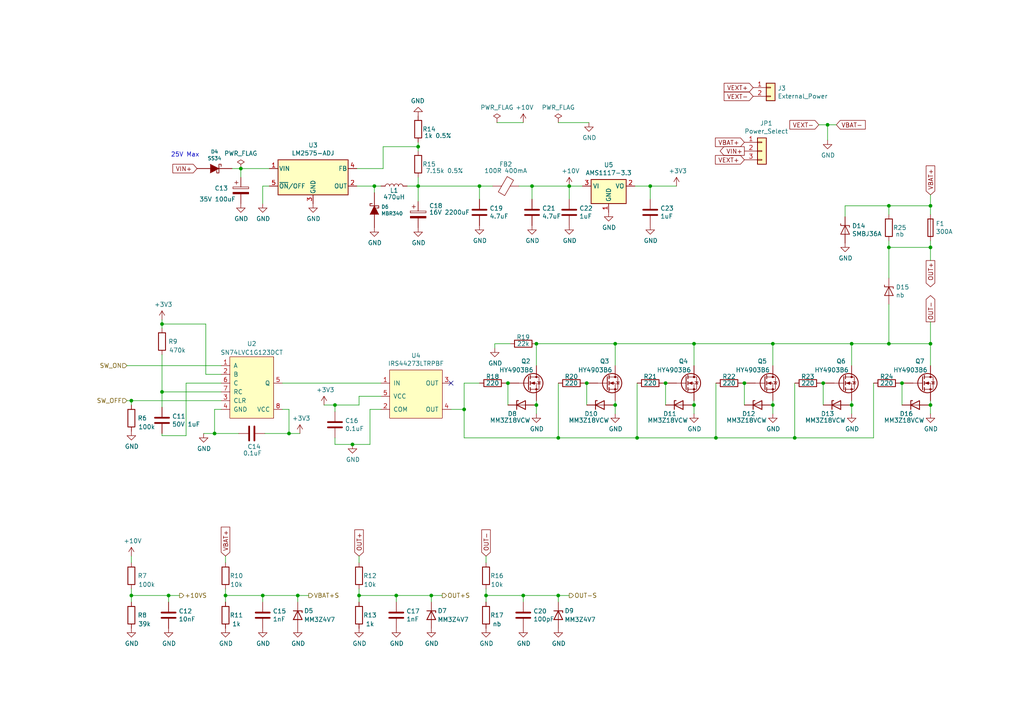
<source format=kicad_sch>
(kicad_sch (version 20230121) (generator eeschema)

  (uuid 605140dc-1b7a-4cb5-bdfa-b76686e1cd4f)

  (paper "A4")

  (lib_symbols
    (symbol "Connector_Generic:Conn_01x02" (pin_names (offset 1.016) hide) (in_bom yes) (on_board yes)
      (property "Reference" "J" (at 0 2.54 0)
        (effects (font (size 1.27 1.27)))
      )
      (property "Value" "Conn_01x02" (at 0 -5.08 0)
        (effects (font (size 1.27 1.27)))
      )
      (property "Footprint" "" (at 0 0 0)
        (effects (font (size 1.27 1.27)) hide)
      )
      (property "Datasheet" "~" (at 0 0 0)
        (effects (font (size 1.27 1.27)) hide)
      )
      (property "ki_keywords" "connector" (at 0 0 0)
        (effects (font (size 1.27 1.27)) hide)
      )
      (property "ki_description" "Generic connector, single row, 01x02, script generated (kicad-library-utils/schlib/autogen/connector/)" (at 0 0 0)
        (effects (font (size 1.27 1.27)) hide)
      )
      (property "ki_fp_filters" "Connector*:*_1x??_*" (at 0 0 0)
        (effects (font (size 1.27 1.27)) hide)
      )
      (symbol "Conn_01x02_1_1"
        (rectangle (start -1.27 -2.413) (end 0 -2.667)
          (stroke (width 0.1524) (type default))
          (fill (type none))
        )
        (rectangle (start -1.27 0.127) (end 0 -0.127)
          (stroke (width 0.1524) (type default))
          (fill (type none))
        )
        (rectangle (start -1.27 1.27) (end 1.27 -3.81)
          (stroke (width 0.254) (type default))
          (fill (type background))
        )
        (pin passive line (at -5.08 0 0) (length 3.81)
          (name "Pin_1" (effects (font (size 1.27 1.27))))
          (number "1" (effects (font (size 1.27 1.27))))
        )
        (pin passive line (at -5.08 -2.54 0) (length 3.81)
          (name "Pin_2" (effects (font (size 1.27 1.27))))
          (number "2" (effects (font (size 1.27 1.27))))
        )
      )
    )
    (symbol "Connector_Generic:Conn_01x03" (pin_names (offset 1.016) hide) (in_bom yes) (on_board yes)
      (property "Reference" "J" (at 0 5.08 0)
        (effects (font (size 1.27 1.27)))
      )
      (property "Value" "Conn_01x03" (at 0 -5.08 0)
        (effects (font (size 1.27 1.27)))
      )
      (property "Footprint" "" (at 0 0 0)
        (effects (font (size 1.27 1.27)) hide)
      )
      (property "Datasheet" "~" (at 0 0 0)
        (effects (font (size 1.27 1.27)) hide)
      )
      (property "ki_keywords" "connector" (at 0 0 0)
        (effects (font (size 1.27 1.27)) hide)
      )
      (property "ki_description" "Generic connector, single row, 01x03, script generated (kicad-library-utils/schlib/autogen/connector/)" (at 0 0 0)
        (effects (font (size 1.27 1.27)) hide)
      )
      (property "ki_fp_filters" "Connector*:*_1x??_*" (at 0 0 0)
        (effects (font (size 1.27 1.27)) hide)
      )
      (symbol "Conn_01x03_1_1"
        (rectangle (start -1.27 -2.413) (end 0 -2.667)
          (stroke (width 0.1524) (type default))
          (fill (type none))
        )
        (rectangle (start -1.27 0.127) (end 0 -0.127)
          (stroke (width 0.1524) (type default))
          (fill (type none))
        )
        (rectangle (start -1.27 2.667) (end 0 2.413)
          (stroke (width 0.1524) (type default))
          (fill (type none))
        )
        (rectangle (start -1.27 3.81) (end 1.27 -3.81)
          (stroke (width 0.254) (type default))
          (fill (type background))
        )
        (pin passive line (at -5.08 2.54 0) (length 3.81)
          (name "Pin_1" (effects (font (size 1.27 1.27))))
          (number "1" (effects (font (size 1.27 1.27))))
        )
        (pin passive line (at -5.08 0 0) (length 3.81)
          (name "Pin_2" (effects (font (size 1.27 1.27))))
          (number "2" (effects (font (size 1.27 1.27))))
        )
        (pin passive line (at -5.08 -2.54 0) (length 3.81)
          (name "Pin_3" (effects (font (size 1.27 1.27))))
          (number "3" (effects (font (size 1.27 1.27))))
        )
      )
    )
    (symbol "Device:C" (pin_numbers hide) (pin_names (offset 0.254)) (in_bom yes) (on_board yes)
      (property "Reference" "C" (at 0.635 2.54 0)
        (effects (font (size 1.27 1.27)) (justify left))
      )
      (property "Value" "C" (at 0.635 -2.54 0)
        (effects (font (size 1.27 1.27)) (justify left))
      )
      (property "Footprint" "" (at 0.9652 -3.81 0)
        (effects (font (size 1.27 1.27)) hide)
      )
      (property "Datasheet" "~" (at 0 0 0)
        (effects (font (size 1.27 1.27)) hide)
      )
      (property "ki_keywords" "cap capacitor" (at 0 0 0)
        (effects (font (size 1.27 1.27)) hide)
      )
      (property "ki_description" "Unpolarized capacitor" (at 0 0 0)
        (effects (font (size 1.27 1.27)) hide)
      )
      (property "ki_fp_filters" "C_*" (at 0 0 0)
        (effects (font (size 1.27 1.27)) hide)
      )
      (symbol "C_0_1"
        (polyline
          (pts
            (xy -2.032 -0.762)
            (xy 2.032 -0.762)
          )
          (stroke (width 0.508) (type default))
          (fill (type none))
        )
        (polyline
          (pts
            (xy -2.032 0.762)
            (xy 2.032 0.762)
          )
          (stroke (width 0.508) (type default))
          (fill (type none))
        )
      )
      (symbol "C_1_1"
        (pin passive line (at 0 3.81 270) (length 2.794)
          (name "~" (effects (font (size 1.27 1.27))))
          (number "1" (effects (font (size 1.27 1.27))))
        )
        (pin passive line (at 0 -3.81 90) (length 2.794)
          (name "~" (effects (font (size 1.27 1.27))))
          (number "2" (effects (font (size 1.27 1.27))))
        )
      )
    )
    (symbol "Device:C_Polarized" (pin_numbers hide) (pin_names (offset 0.254)) (in_bom yes) (on_board yes)
      (property "Reference" "C" (at 0.635 2.54 0)
        (effects (font (size 1.27 1.27)) (justify left))
      )
      (property "Value" "C_Polarized" (at 0.635 -2.54 0)
        (effects (font (size 1.27 1.27)) (justify left))
      )
      (property "Footprint" "" (at 0.9652 -3.81 0)
        (effects (font (size 1.27 1.27)) hide)
      )
      (property "Datasheet" "~" (at 0 0 0)
        (effects (font (size 1.27 1.27)) hide)
      )
      (property "ki_keywords" "cap capacitor" (at 0 0 0)
        (effects (font (size 1.27 1.27)) hide)
      )
      (property "ki_description" "Polarized capacitor" (at 0 0 0)
        (effects (font (size 1.27 1.27)) hide)
      )
      (property "ki_fp_filters" "CP_*" (at 0 0 0)
        (effects (font (size 1.27 1.27)) hide)
      )
      (symbol "C_Polarized_0_1"
        (rectangle (start -2.286 0.508) (end 2.286 1.016)
          (stroke (width 0) (type default))
          (fill (type none))
        )
        (polyline
          (pts
            (xy -1.778 2.286)
            (xy -0.762 2.286)
          )
          (stroke (width 0) (type default))
          (fill (type none))
        )
        (polyline
          (pts
            (xy -1.27 2.794)
            (xy -1.27 1.778)
          )
          (stroke (width 0) (type default))
          (fill (type none))
        )
        (rectangle (start 2.286 -0.508) (end -2.286 -1.016)
          (stroke (width 0) (type default))
          (fill (type outline))
        )
      )
      (symbol "C_Polarized_1_1"
        (pin passive line (at 0 3.81 270) (length 2.794)
          (name "~" (effects (font (size 1.27 1.27))))
          (number "1" (effects (font (size 1.27 1.27))))
        )
        (pin passive line (at 0 -3.81 90) (length 2.794)
          (name "~" (effects (font (size 1.27 1.27))))
          (number "2" (effects (font (size 1.27 1.27))))
        )
      )
    )
    (symbol "Device:D_Zener" (pin_numbers hide) (pin_names (offset 1.016) hide) (in_bom yes) (on_board yes)
      (property "Reference" "D" (at 0 2.54 0)
        (effects (font (size 1.27 1.27)))
      )
      (property "Value" "D_Zener" (at 0 -2.54 0)
        (effects (font (size 1.27 1.27)))
      )
      (property "Footprint" "" (at 0 0 0)
        (effects (font (size 1.27 1.27)) hide)
      )
      (property "Datasheet" "~" (at 0 0 0)
        (effects (font (size 1.27 1.27)) hide)
      )
      (property "ki_keywords" "diode" (at 0 0 0)
        (effects (font (size 1.27 1.27)) hide)
      )
      (property "ki_description" "Zener diode" (at 0 0 0)
        (effects (font (size 1.27 1.27)) hide)
      )
      (property "ki_fp_filters" "TO-???* *_Diode_* *SingleDiode* D_*" (at 0 0 0)
        (effects (font (size 1.27 1.27)) hide)
      )
      (symbol "D_Zener_0_1"
        (polyline
          (pts
            (xy 1.27 0)
            (xy -1.27 0)
          )
          (stroke (width 0) (type default))
          (fill (type none))
        )
        (polyline
          (pts
            (xy -1.27 -1.27)
            (xy -1.27 1.27)
            (xy -0.762 1.27)
          )
          (stroke (width 0.254) (type default))
          (fill (type none))
        )
        (polyline
          (pts
            (xy 1.27 -1.27)
            (xy 1.27 1.27)
            (xy -1.27 0)
            (xy 1.27 -1.27)
          )
          (stroke (width 0.254) (type default))
          (fill (type none))
        )
      )
      (symbol "D_Zener_1_1"
        (pin passive line (at -3.81 0 0) (length 2.54)
          (name "K" (effects (font (size 1.27 1.27))))
          (number "1" (effects (font (size 1.27 1.27))))
        )
        (pin passive line (at 3.81 0 180) (length 2.54)
          (name "A" (effects (font (size 1.27 1.27))))
          (number "2" (effects (font (size 1.27 1.27))))
        )
      )
    )
    (symbol "Device:FerriteBead" (pin_numbers hide) (pin_names (offset 0)) (in_bom yes) (on_board yes)
      (property "Reference" "FB" (at -3.81 0.635 90)
        (effects (font (size 1.27 1.27)))
      )
      (property "Value" "FerriteBead" (at 3.81 0 90)
        (effects (font (size 1.27 1.27)))
      )
      (property "Footprint" "" (at -1.778 0 90)
        (effects (font (size 1.27 1.27)) hide)
      )
      (property "Datasheet" "~" (at 0 0 0)
        (effects (font (size 1.27 1.27)) hide)
      )
      (property "ki_keywords" "L ferrite bead inductor filter" (at 0 0 0)
        (effects (font (size 1.27 1.27)) hide)
      )
      (property "ki_description" "Ferrite bead" (at 0 0 0)
        (effects (font (size 1.27 1.27)) hide)
      )
      (property "ki_fp_filters" "Inductor_* L_* *Ferrite*" (at 0 0 0)
        (effects (font (size 1.27 1.27)) hide)
      )
      (symbol "FerriteBead_0_1"
        (polyline
          (pts
            (xy 0 -1.27)
            (xy 0 -1.2192)
          )
          (stroke (width 0) (type default))
          (fill (type none))
        )
        (polyline
          (pts
            (xy 0 1.27)
            (xy 0 1.2954)
          )
          (stroke (width 0) (type default))
          (fill (type none))
        )
        (polyline
          (pts
            (xy -2.7686 0.4064)
            (xy -1.7018 2.2606)
            (xy 2.7686 -0.3048)
            (xy 1.6764 -2.159)
            (xy -2.7686 0.4064)
          )
          (stroke (width 0) (type default))
          (fill (type none))
        )
      )
      (symbol "FerriteBead_1_1"
        (pin passive line (at 0 3.81 270) (length 2.54)
          (name "~" (effects (font (size 1.27 1.27))))
          (number "1" (effects (font (size 1.27 1.27))))
        )
        (pin passive line (at 0 -3.81 90) (length 2.54)
          (name "~" (effects (font (size 1.27 1.27))))
          (number "2" (effects (font (size 1.27 1.27))))
        )
      )
    )
    (symbol "Device:Fuse" (pin_numbers hide) (pin_names (offset 0)) (in_bom yes) (on_board yes)
      (property "Reference" "F" (at 2.032 0 90)
        (effects (font (size 1.27 1.27)))
      )
      (property "Value" "Fuse" (at -1.905 0 90)
        (effects (font (size 1.27 1.27)))
      )
      (property "Footprint" "" (at -1.778 0 90)
        (effects (font (size 1.27 1.27)) hide)
      )
      (property "Datasheet" "~" (at 0 0 0)
        (effects (font (size 1.27 1.27)) hide)
      )
      (property "ki_keywords" "fuse" (at 0 0 0)
        (effects (font (size 1.27 1.27)) hide)
      )
      (property "ki_description" "Fuse" (at 0 0 0)
        (effects (font (size 1.27 1.27)) hide)
      )
      (property "ki_fp_filters" "*Fuse*" (at 0 0 0)
        (effects (font (size 1.27 1.27)) hide)
      )
      (symbol "Fuse_0_1"
        (rectangle (start -0.762 -2.54) (end 0.762 2.54)
          (stroke (width 0.254) (type default))
          (fill (type none))
        )
        (polyline
          (pts
            (xy 0 2.54)
            (xy 0 -2.54)
          )
          (stroke (width 0) (type default))
          (fill (type none))
        )
      )
      (symbol "Fuse_1_1"
        (pin passive line (at 0 3.81 270) (length 1.27)
          (name "~" (effects (font (size 1.27 1.27))))
          (number "1" (effects (font (size 1.27 1.27))))
        )
        (pin passive line (at 0 -3.81 90) (length 1.27)
          (name "~" (effects (font (size 1.27 1.27))))
          (number "2" (effects (font (size 1.27 1.27))))
        )
      )
    )
    (symbol "Device:L" (pin_numbers hide) (pin_names (offset 1.016) hide) (in_bom yes) (on_board yes)
      (property "Reference" "L" (at -1.27 0 90)
        (effects (font (size 1.27 1.27)))
      )
      (property "Value" "L" (at 1.905 0 90)
        (effects (font (size 1.27 1.27)))
      )
      (property "Footprint" "" (at 0 0 0)
        (effects (font (size 1.27 1.27)) hide)
      )
      (property "Datasheet" "~" (at 0 0 0)
        (effects (font (size 1.27 1.27)) hide)
      )
      (property "ki_keywords" "inductor choke coil reactor magnetic" (at 0 0 0)
        (effects (font (size 1.27 1.27)) hide)
      )
      (property "ki_description" "Inductor" (at 0 0 0)
        (effects (font (size 1.27 1.27)) hide)
      )
      (property "ki_fp_filters" "Choke_* *Coil* Inductor_* L_*" (at 0 0 0)
        (effects (font (size 1.27 1.27)) hide)
      )
      (symbol "L_0_1"
        (arc (start 0 -2.54) (mid 0.6323 -1.905) (end 0 -1.27)
          (stroke (width 0) (type default))
          (fill (type none))
        )
        (arc (start 0 -1.27) (mid 0.6323 -0.635) (end 0 0)
          (stroke (width 0) (type default))
          (fill (type none))
        )
        (arc (start 0 0) (mid 0.6323 0.635) (end 0 1.27)
          (stroke (width 0) (type default))
          (fill (type none))
        )
        (arc (start 0 1.27) (mid 0.6323 1.905) (end 0 2.54)
          (stroke (width 0) (type default))
          (fill (type none))
        )
      )
      (symbol "L_1_1"
        (pin passive line (at 0 3.81 270) (length 1.27)
          (name "1" (effects (font (size 1.27 1.27))))
          (number "1" (effects (font (size 1.27 1.27))))
        )
        (pin passive line (at 0 -3.81 90) (length 1.27)
          (name "2" (effects (font (size 1.27 1.27))))
          (number "2" (effects (font (size 1.27 1.27))))
        )
      )
    )
    (symbol "Device:R" (pin_numbers hide) (pin_names (offset 0)) (in_bom yes) (on_board yes)
      (property "Reference" "R" (at 2.032 0 90)
        (effects (font (size 1.27 1.27)))
      )
      (property "Value" "R" (at 0 0 90)
        (effects (font (size 1.27 1.27)))
      )
      (property "Footprint" "" (at -1.778 0 90)
        (effects (font (size 1.27 1.27)) hide)
      )
      (property "Datasheet" "~" (at 0 0 0)
        (effects (font (size 1.27 1.27)) hide)
      )
      (property "ki_keywords" "R res resistor" (at 0 0 0)
        (effects (font (size 1.27 1.27)) hide)
      )
      (property "ki_description" "Resistor" (at 0 0 0)
        (effects (font (size 1.27 1.27)) hide)
      )
      (property "ki_fp_filters" "R_*" (at 0 0 0)
        (effects (font (size 1.27 1.27)) hide)
      )
      (symbol "R_0_1"
        (rectangle (start -1.016 -2.54) (end 1.016 2.54)
          (stroke (width 0.254) (type default))
          (fill (type none))
        )
      )
      (symbol "R_1_1"
        (pin passive line (at 0 3.81 270) (length 1.27)
          (name "~" (effects (font (size 1.27 1.27))))
          (number "1" (effects (font (size 1.27 1.27))))
        )
        (pin passive line (at 0 -3.81 90) (length 1.27)
          (name "~" (effects (font (size 1.27 1.27))))
          (number "2" (effects (font (size 1.27 1.27))))
        )
      )
    )
    (symbol "Regulator_Linear:AMS1117-3.3" (in_bom yes) (on_board yes)
      (property "Reference" "U" (at -3.81 3.175 0)
        (effects (font (size 1.27 1.27)))
      )
      (property "Value" "AMS1117-3.3" (at 0 3.175 0)
        (effects (font (size 1.27 1.27)) (justify left))
      )
      (property "Footprint" "Package_TO_SOT_SMD:SOT-223-3_TabPin2" (at 0 5.08 0)
        (effects (font (size 1.27 1.27)) hide)
      )
      (property "Datasheet" "http://www.advanced-monolithic.com/pdf/ds1117.pdf" (at 2.54 -6.35 0)
        (effects (font (size 1.27 1.27)) hide)
      )
      (property "ki_keywords" "linear regulator ldo fixed positive" (at 0 0 0)
        (effects (font (size 1.27 1.27)) hide)
      )
      (property "ki_description" "1A Low Dropout regulator, positive, 3.3V fixed output, SOT-223" (at 0 0 0)
        (effects (font (size 1.27 1.27)) hide)
      )
      (property "ki_fp_filters" "SOT?223*TabPin2*" (at 0 0 0)
        (effects (font (size 1.27 1.27)) hide)
      )
      (symbol "AMS1117-3.3_0_1"
        (rectangle (start -5.08 -5.08) (end 5.08 1.905)
          (stroke (width 0.254) (type default))
          (fill (type background))
        )
      )
      (symbol "AMS1117-3.3_1_1"
        (pin power_in line (at 0 -7.62 90) (length 2.54)
          (name "GND" (effects (font (size 1.27 1.27))))
          (number "1" (effects (font (size 1.27 1.27))))
        )
        (pin power_out line (at 7.62 0 180) (length 2.54)
          (name "VO" (effects (font (size 1.27 1.27))))
          (number "2" (effects (font (size 1.27 1.27))))
        )
        (pin power_in line (at -7.62 0 0) (length 2.54)
          (name "VI" (effects (font (size 1.27 1.27))))
          (number "3" (effects (font (size 1.27 1.27))))
        )
      )
    )
    (symbol "Regulator_Switching:LM2575BU-ADJ" (pin_names (offset 0.254)) (in_bom yes) (on_board yes)
      (property "Reference" "U" (at -10.16 6.35 0)
        (effects (font (size 1.27 1.27)) (justify left))
      )
      (property "Value" "LM2575BU-ADJ" (at 0 6.35 0)
        (effects (font (size 1.27 1.27)) (justify left))
      )
      (property "Footprint" "Package_TO_SOT_SMD:TO-263-5_TabPin3" (at 0 -6.35 0)
        (effects (font (size 1.27 1.27) italic) (justify left) hide)
      )
      (property "Datasheet" "http://ww1.microchip.com/downloads/en/DeviceDoc/lm2575.pdf" (at 0 0 0)
        (effects (font (size 1.27 1.27)) hide)
      )
      (property "ki_keywords" "Buck Regulator Switcher" (at 0 0 0)
        (effects (font (size 1.27 1.27)) hide)
      )
      (property "ki_description" "Adjustable 52kHz Simple 1A Buck Regulator, TO-263" (at 0 0 0)
        (effects (font (size 1.27 1.27)) hide)
      )
      (property "ki_fp_filters" "TO?263*" (at 0 0 0)
        (effects (font (size 1.27 1.27)) hide)
      )
      (symbol "LM2575BU-ADJ_0_1"
        (rectangle (start -10.16 5.08) (end 10.16 -5.08)
          (stroke (width 0.254) (type default))
          (fill (type background))
        )
      )
      (symbol "LM2575BU-ADJ_1_1"
        (pin power_in line (at -12.7 2.54 0) (length 2.54)
          (name "VIN" (effects (font (size 1.27 1.27))))
          (number "1" (effects (font (size 1.27 1.27))))
        )
        (pin output line (at 12.7 -2.54 180) (length 2.54)
          (name "OUT" (effects (font (size 1.27 1.27))))
          (number "2" (effects (font (size 1.27 1.27))))
        )
        (pin power_in line (at 0 -7.62 90) (length 2.54)
          (name "GND" (effects (font (size 1.27 1.27))))
          (number "3" (effects (font (size 1.27 1.27))))
        )
        (pin input line (at 12.7 2.54 180) (length 2.54)
          (name "FB" (effects (font (size 1.27 1.27))))
          (number "4" (effects (font (size 1.27 1.27))))
        )
        (pin input line (at -12.7 -2.54 0) (length 2.54)
          (name "~{ON}/OFF" (effects (font (size 1.27 1.27))))
          (number "5" (effects (font (size 1.27 1.27))))
        )
      )
    )
    (symbol "common:DIODE_SCH" (pin_numbers hide) (pin_names (offset 1.016) hide) (in_bom yes) (on_board yes)
      (property "Reference" "D" (at 0 2.54 0)
        (effects (font (size 1.016 1.016)))
      )
      (property "Value" "DIODE_SCH" (at 0 -2.54 0)
        (effects (font (size 1.016 1.016)))
      )
      (property "Footprint" "" (at 0 0 0)
        (effects (font (size 1.524 1.524)) hide)
      )
      (property "Datasheet" "" (at 0 0 0)
        (effects (font (size 1.524 1.524)) hide)
      )
      (property "ki_fp_filters" "D? S*" (at 0 0 0)
        (effects (font (size 1.27 1.27)) hide)
      )
      (symbol "DIODE_SCH_0_1"
        (polyline
          (pts
            (xy -1.27 1.27)
            (xy 1.27 0)
            (xy -1.27 -1.27)
          )
          (stroke (width 0) (type solid))
          (fill (type outline))
        )
        (polyline
          (pts
            (xy 1.905 0.635)
            (xy 1.905 1.27)
            (xy 1.27 1.27)
            (xy 1.27 -1.27)
            (xy 0.635 -1.27)
            (xy 0.635 -0.635)
          )
          (stroke (width 0.2032) (type solid))
          (fill (type none))
        )
      )
      (symbol "DIODE_SCH_1_1"
        (pin passive line (at -5.08 0 0) (length 3.81)
          (name "A" (effects (font (size 1.016 1.016))))
          (number "1" (effects (font (size 1.016 1.016))))
        )
        (pin passive line (at 5.08 0 180) (length 3.81)
          (name "K" (effects (font (size 1.016 1.016))))
          (number "2" (effects (font (size 1.016 1.016))))
        )
      )
    )
    (symbol "power:+10V" (power) (pin_names (offset 0)) (in_bom yes) (on_board yes)
      (property "Reference" "#PWR" (at 0 -3.81 0)
        (effects (font (size 1.27 1.27)) hide)
      )
      (property "Value" "+10V" (at 0 3.556 0)
        (effects (font (size 1.27 1.27)))
      )
      (property "Footprint" "" (at 0 0 0)
        (effects (font (size 1.27 1.27)) hide)
      )
      (property "Datasheet" "" (at 0 0 0)
        (effects (font (size 1.27 1.27)) hide)
      )
      (property "ki_keywords" "global power" (at 0 0 0)
        (effects (font (size 1.27 1.27)) hide)
      )
      (property "ki_description" "Power symbol creates a global label with name \"+10V\"" (at 0 0 0)
        (effects (font (size 1.27 1.27)) hide)
      )
      (symbol "+10V_0_1"
        (polyline
          (pts
            (xy -0.762 1.27)
            (xy 0 2.54)
          )
          (stroke (width 0) (type default))
          (fill (type none))
        )
        (polyline
          (pts
            (xy 0 0)
            (xy 0 2.54)
          )
          (stroke (width 0) (type default))
          (fill (type none))
        )
        (polyline
          (pts
            (xy 0 2.54)
            (xy 0.762 1.27)
          )
          (stroke (width 0) (type default))
          (fill (type none))
        )
      )
      (symbol "+10V_1_1"
        (pin power_in line (at 0 0 90) (length 0) hide
          (name "+10V" (effects (font (size 1.27 1.27))))
          (number "1" (effects (font (size 1.27 1.27))))
        )
      )
    )
    (symbol "power:+3V3" (power) (pin_names (offset 0)) (in_bom yes) (on_board yes)
      (property "Reference" "#PWR" (at 0 -3.81 0)
        (effects (font (size 1.27 1.27)) hide)
      )
      (property "Value" "+3V3" (at 0 3.556 0)
        (effects (font (size 1.27 1.27)))
      )
      (property "Footprint" "" (at 0 0 0)
        (effects (font (size 1.27 1.27)) hide)
      )
      (property "Datasheet" "" (at 0 0 0)
        (effects (font (size 1.27 1.27)) hide)
      )
      (property "ki_keywords" "global power" (at 0 0 0)
        (effects (font (size 1.27 1.27)) hide)
      )
      (property "ki_description" "Power symbol creates a global label with name \"+3V3\"" (at 0 0 0)
        (effects (font (size 1.27 1.27)) hide)
      )
      (symbol "+3V3_0_1"
        (polyline
          (pts
            (xy -0.762 1.27)
            (xy 0 2.54)
          )
          (stroke (width 0) (type default))
          (fill (type none))
        )
        (polyline
          (pts
            (xy 0 0)
            (xy 0 2.54)
          )
          (stroke (width 0) (type default))
          (fill (type none))
        )
        (polyline
          (pts
            (xy 0 2.54)
            (xy 0.762 1.27)
          )
          (stroke (width 0) (type default))
          (fill (type none))
        )
      )
      (symbol "+3V3_1_1"
        (pin power_in line (at 0 0 90) (length 0) hide
          (name "+3V3" (effects (font (size 1.27 1.27))))
          (number "1" (effects (font (size 1.27 1.27))))
        )
      )
    )
    (symbol "power:GND" (power) (pin_names (offset 0)) (in_bom yes) (on_board yes)
      (property "Reference" "#PWR" (at 0 -6.35 0)
        (effects (font (size 1.27 1.27)) hide)
      )
      (property "Value" "GND" (at 0 -3.81 0)
        (effects (font (size 1.27 1.27)))
      )
      (property "Footprint" "" (at 0 0 0)
        (effects (font (size 1.27 1.27)) hide)
      )
      (property "Datasheet" "" (at 0 0 0)
        (effects (font (size 1.27 1.27)) hide)
      )
      (property "ki_keywords" "global power" (at 0 0 0)
        (effects (font (size 1.27 1.27)) hide)
      )
      (property "ki_description" "Power symbol creates a global label with name \"GND\" , ground" (at 0 0 0)
        (effects (font (size 1.27 1.27)) hide)
      )
      (symbol "GND_0_1"
        (polyline
          (pts
            (xy 0 0)
            (xy 0 -1.27)
            (xy 1.27 -1.27)
            (xy 0 -2.54)
            (xy -1.27 -1.27)
            (xy 0 -1.27)
          )
          (stroke (width 0) (type default))
          (fill (type none))
        )
      )
      (symbol "GND_1_1"
        (pin power_in line (at 0 0 270) (length 0) hide
          (name "GND" (effects (font (size 1.27 1.27))))
          (number "1" (effects (font (size 1.27 1.27))))
        )
      )
    )
    (symbol "power:PWR_FLAG" (power) (pin_numbers hide) (pin_names (offset 0) hide) (in_bom yes) (on_board yes)
      (property "Reference" "#FLG" (at 0 1.905 0)
        (effects (font (size 1.27 1.27)) hide)
      )
      (property "Value" "PWR_FLAG" (at 0 3.81 0)
        (effects (font (size 1.27 1.27)))
      )
      (property "Footprint" "" (at 0 0 0)
        (effects (font (size 1.27 1.27)) hide)
      )
      (property "Datasheet" "~" (at 0 0 0)
        (effects (font (size 1.27 1.27)) hide)
      )
      (property "ki_keywords" "flag power" (at 0 0 0)
        (effects (font (size 1.27 1.27)) hide)
      )
      (property "ki_description" "Special symbol for telling ERC where power comes from" (at 0 0 0)
        (effects (font (size 1.27 1.27)) hide)
      )
      (symbol "PWR_FLAG_0_0"
        (pin power_out line (at 0 0 90) (length 0)
          (name "pwr" (effects (font (size 1.27 1.27))))
          (number "1" (effects (font (size 1.27 1.27))))
        )
      )
      (symbol "PWR_FLAG_0_1"
        (polyline
          (pts
            (xy 0 0)
            (xy 0 1.27)
            (xy -1.016 1.905)
            (xy 0 2.54)
            (xy 1.016 1.905)
            (xy 0 1.27)
          )
          (stroke (width 0) (type default))
          (fill (type none))
        )
      )
    )
    (symbol "spot_welder:D_TVS" (pin_numbers hide) (pin_names (offset 1.016) hide) (in_bom yes) (on_board yes)
      (property "Reference" "D" (at 0.127 -4.3942 0)
        (effects (font (size 1.27 1.27)))
      )
      (property "Value" "D_TVS" (at 0.254 -2.3876 0)
        (effects (font (size 1.27 1.27)))
      )
      (property "Footprint" "" (at 0 0 0)
        (effects (font (size 1.27 1.27)) hide)
      )
      (property "Datasheet" "" (at 0 0 0)
        (effects (font (size 1.27 1.27)) hide)
      )
      (symbol "D_TVS_0_1"
        (polyline
          (pts
            (xy 2.54 0)
            (xy 0 0)
          )
          (stroke (width 0) (type solid))
          (fill (type none))
        )
      )
      (symbol "D_TVS_1_1"
        (polyline
          (pts
            (xy 0.508 1.27)
            (xy 0 1.27)
            (xy 0 -1.27)
            (xy -0.508 -1.27)
          )
          (stroke (width 0.2032) (type solid))
          (fill (type none))
        )
        (polyline
          (pts
            (xy 2.54 1.27)
            (xy 2.54 -1.27)
            (xy 0 0)
            (xy 2.54 1.27)
          )
          (stroke (width 0.2032) (type solid))
          (fill (type none))
        )
        (pin passive line (at -2.54 0 0) (length 2.54)
          (name "A1" (effects (font (size 1.27 1.27))))
          (number "1" (effects (font (size 1.27 1.27))))
        )
        (pin passive line (at 5.08 0 180) (length 2.54)
          (name "A2" (effects (font (size 1.27 1.27))))
          (number "2" (effects (font (size 1.27 1.27))))
        )
      )
    )
    (symbol "spot_welder:FDB0105N407L" (pin_numbers hide) (pin_names (offset 0) hide) (in_bom yes) (on_board yes)
      (property "Reference" "Q" (at 3.81 -2.54 0)
        (effects (font (size 1.27 1.27)))
      )
      (property "Value" "FDB0105N407L" (at 10.16 -5.08 0)
        (effects (font (size 1.27 1.27)))
      )
      (property "Footprint" "Package_TO_SOT_SMD:TO-263-6" (at 0 0 0)
        (effects (font (size 1.27 1.27)) hide)
      )
      (property "Datasheet" "" (at 0 0 0)
        (effects (font (size 1.27 1.27)) hide)
      )
      (symbol "FDB0105N407L_1_1"
        (polyline
          (pts
            (xy -1.016 0)
            (xy -3.81 0)
          )
          (stroke (width 0) (type solid))
          (fill (type none))
        )
        (polyline
          (pts
            (xy -1.016 1.905)
            (xy -1.016 -1.905)
          )
          (stroke (width 0.254) (type solid))
          (fill (type none))
        )
        (polyline
          (pts
            (xy -0.508 -1.27)
            (xy -0.508 -2.286)
          )
          (stroke (width 0.254) (type solid))
          (fill (type none))
        )
        (polyline
          (pts
            (xy -0.508 0.508)
            (xy -0.508 -0.508)
          )
          (stroke (width 0.254) (type solid))
          (fill (type none))
        )
        (polyline
          (pts
            (xy -0.508 2.286)
            (xy -0.508 1.27)
          )
          (stroke (width 0.254) (type solid))
          (fill (type none))
        )
        (polyline
          (pts
            (xy 1.27 2.54)
            (xy 1.27 1.778)
          )
          (stroke (width 0) (type solid))
          (fill (type none))
        )
        (polyline
          (pts
            (xy 1.27 -2.54)
            (xy 1.27 0)
            (xy -0.508 0)
          )
          (stroke (width 0) (type solid))
          (fill (type none))
        )
        (polyline
          (pts
            (xy -0.508 -1.778)
            (xy 2.032 -1.778)
            (xy 2.032 1.778)
            (xy -0.508 1.778)
          )
          (stroke (width 0) (type solid))
          (fill (type none))
        )
        (polyline
          (pts
            (xy -0.254 0)
            (xy 0.762 0.381)
            (xy 0.762 -0.381)
            (xy -0.254 0)
          )
          (stroke (width 0) (type solid))
          (fill (type outline))
        )
        (polyline
          (pts
            (xy 1.524 0.508)
            (xy 1.651 0.381)
            (xy 2.413 0.381)
            (xy 2.54 0.254)
          )
          (stroke (width 0) (type solid))
          (fill (type none))
        )
        (polyline
          (pts
            (xy 2.032 0.381)
            (xy 1.651 -0.254)
            (xy 2.413 -0.254)
            (xy 2.032 0.381)
          )
          (stroke (width 0) (type solid))
          (fill (type none))
        )
        (circle (center 0.381 0) (radius 2.794)
          (stroke (width 0.254) (type solid))
          (fill (type none))
        )
        (circle (center 1.27 -1.778) (radius 0.254)
          (stroke (width 0) (type solid))
          (fill (type outline))
        )
        (circle (center 1.27 1.778) (radius 0.254)
          (stroke (width 0) (type solid))
          (fill (type outline))
        )
        (pin input line (at -6.35 0 0) (length 2.54)
          (name "G" (effects (font (size 1.27 1.27))))
          (number "1" (effects (font (size 1.27 1.27))))
        )
        (pin passive line (at 1.27 -5.08 90) (length 2.54)
          (name "S" (effects (font (size 1.27 1.27))))
          (number "2" (effects (font (size 1.27 1.27))))
        )
        (pin passive line (at 1.27 -5.08 90) (length 2.54) hide
          (name "S" (effects (font (size 1.27 1.27))))
          (number "3" (effects (font (size 1.27 1.27))))
        )
        (pin passive line (at 1.27 5.08 270) (length 2.54)
          (name "D" (effects (font (size 1.27 1.27))))
          (number "4" (effects (font (size 1.27 1.27))))
        )
        (pin passive line (at 1.27 -5.08 90) (length 2.54) hide
          (name "S" (effects (font (size 1.27 1.27))))
          (number "5" (effects (font (size 1.27 1.27))))
        )
        (pin passive line (at 1.27 -5.08 90) (length 2.54) hide
          (name "S" (effects (font (size 1.27 1.27))))
          (number "6" (effects (font (size 1.27 1.27))))
        )
        (pin passive line (at 1.27 -5.08 90) (length 2.54) hide
          (name "S" (effects (font (size 1.27 1.27))))
          (number "7" (effects (font (size 1.27 1.27))))
        )
      )
    )
    (symbol "spot_welder:IR44252LPBF" (pin_names (offset 1.016)) (in_bom yes) (on_board yes)
      (property "Reference" "U" (at 0 -10.16 0)
        (effects (font (size 1.27 1.27)))
      )
      (property "Value" "IR44252LPBF" (at 0 -10.16 0)
        (effects (font (size 1.27 1.27)))
      )
      (property "Footprint" "Package_TO_SOT_SMD:SOT-23-5_HandSoldering" (at 0 -10.16 0)
        (effects (font (size 1.27 1.27)) hide)
      )
      (property "Datasheet" "" (at 0 -10.16 0)
        (effects (font (size 1.27 1.27)) hide)
      )
      (symbol "IR44252LPBF_0_1"
        (rectangle (start -7.62 6.35) (end 7.62 -7.62)
          (stroke (width 0) (type solid))
          (fill (type background))
        )
      )
      (symbol "IR44252LPBF_1_1"
        (pin input line (at -10.16 2.54 0) (length 2.54)
          (name "IN" (effects (font (size 1.27 1.27))))
          (number "1" (effects (font (size 1.27 1.27))))
        )
        (pin power_in line (at -10.16 -5.08 0) (length 2.54)
          (name "COM" (effects (font (size 1.27 1.27))))
          (number "2" (effects (font (size 1.27 1.27))))
        )
        (pin output line (at 10.16 2.54 180) (length 2.54)
          (name "OUT" (effects (font (size 1.27 1.27))))
          (number "3" (effects (font (size 1.27 1.27))))
        )
        (pin output line (at 10.16 -5.08 180) (length 2.54)
          (name "OUT" (effects (font (size 1.27 1.27))))
          (number "4" (effects (font (size 1.27 1.27))))
        )
        (pin power_in line (at -10.16 -1.27 0) (length 2.54)
          (name "VCC" (effects (font (size 1.27 1.27))))
          (number "5" (effects (font (size 1.27 1.27))))
        )
      )
    )
    (symbol "spot_welder:SN74LVC1G123DCT" (pin_names (offset 1.016)) (in_bom yes) (on_board yes)
      (property "Reference" "U" (at 0 -8.89 0)
        (effects (font (size 1.27 1.27)))
      )
      (property "Value" "SN74LVC1G123DCT" (at 0 -8.89 0)
        (effects (font (size 1.27 1.27)))
      )
      (property "Footprint" "Package_SO:SSOP-8_2.95x2.8mm_P0.65mm" (at 0 -8.89 0)
        (effects (font (size 1.27 1.27)) hide)
      )
      (property "Datasheet" "" (at 0 -8.89 0)
        (effects (font (size 1.27 1.27)) hide)
      )
      (symbol "SN74LVC1G123DCT_0_1"
        (rectangle (start -6.35 11.43) (end 6.35 -6.35)
          (stroke (width 0) (type solid))
          (fill (type background))
        )
      )
      (symbol "SN74LVC1G123DCT_1_1"
        (pin input line (at -8.89 8.89 0) (length 2.54)
          (name "A" (effects (font (size 1.27 1.27))))
          (number "1" (effects (font (size 1.27 1.27))))
        )
        (pin input line (at -8.89 6.35 0) (length 2.54)
          (name "B" (effects (font (size 1.27 1.27))))
          (number "2" (effects (font (size 1.27 1.27))))
        )
        (pin input line (at -8.89 -1.27 0) (length 2.54)
          (name "CLR" (effects (font (size 1.27 1.27))))
          (number "3" (effects (font (size 1.27 1.27))))
        )
        (pin power_in line (at -8.89 -3.81 0) (length 2.54)
          (name "GND" (effects (font (size 1.27 1.27))))
          (number "4" (effects (font (size 1.27 1.27))))
        )
        (pin output line (at 8.89 3.81 180) (length 2.54)
          (name "Q" (effects (font (size 1.27 1.27))))
          (number "5" (effects (font (size 1.27 1.27))))
        )
        (pin passive line (at -8.89 3.81 0) (length 2.54)
          (name "C" (effects (font (size 1.27 1.27))))
          (number "6" (effects (font (size 1.27 1.27))))
        )
        (pin output line (at -8.89 1.27 0) (length 2.54)
          (name "RC" (effects (font (size 1.27 1.27))))
          (number "7" (effects (font (size 1.27 1.27))))
        )
        (pin power_in line (at 8.89 -3.81 180) (length 2.54)
          (name "VCC" (effects (font (size 1.27 1.27))))
          (number "8" (effects (font (size 1.27 1.27))))
        )
      )
    )
  )

  (junction (at 269.875 99.695) (diameter 0) (color 0 0 0 0)
    (uuid 0b170dae-b771-4131-a251-aeb5364e4f11)
  )
  (junction (at 155.575 99.695) (diameter 0) (color 0 0 0 0)
    (uuid 0cc855ea-4916-4188-a5f8-4ebf03ffc080)
  )
  (junction (at 247.015 117.475) (diameter 0) (color 0 0 0 0)
    (uuid 0d252e3b-a019-4e82-9110-786084e35598)
  )
  (junction (at 69.85 48.895) (diameter 0) (color 0 0 0 0)
    (uuid 0f29b116-030d-48bb-9df5-cb452ad878e5)
  )
  (junction (at 65.405 172.72) (diameter 0) (color 0 0 0 0)
    (uuid 0f9f3bb9-f691-403f-b564-17eed021d0d1)
  )
  (junction (at 188.595 53.975) (diameter 0) (color 0 0 0 0)
    (uuid 13eb71fc-9c49-4566-be3f-9dba951e72fe)
  )
  (junction (at 269.875 117.475) (diameter 0) (color 0 0 0 0)
    (uuid 179a2262-6cc9-42d8-a204-c812ee04076b)
  )
  (junction (at 207.645 127) (diameter 0) (color 0 0 0 0)
    (uuid 17b15ae2-3c0e-4aed-b2a1-219d744f19d5)
  )
  (junction (at 125.095 172.72) (diameter 0) (color 0 0 0 0)
    (uuid 21738b6a-6c62-41c8-a425-628eb6aacbd4)
  )
  (junction (at 201.295 99.695) (diameter 0) (color 0 0 0 0)
    (uuid 2c448113-2795-4384-adaa-5f2dabf8bea5)
  )
  (junction (at 170.18 111.125) (diameter 0) (color 0 0 0 0)
    (uuid 2d006292-292d-433f-88fe-fc91004efe2d)
  )
  (junction (at 108.585 53.975) (diameter 0) (color 0 0 0 0)
    (uuid 2d901d4a-6740-40cc-842d-c1ebdd8e5ed0)
  )
  (junction (at 184.785 127) (diameter 0) (color 0 0 0 0)
    (uuid 36d1d4bc-de2c-4068-9629-5d72bc4f37f0)
  )
  (junction (at 224.155 99.695) (diameter 0) (color 0 0 0 0)
    (uuid 38975274-0b2a-4942-9f02-88c293762d16)
  )
  (junction (at 121.285 42.545) (diameter 0) (color 0 0 0 0)
    (uuid 3fb71d94-e330-4d54-b30a-0436bdce4f91)
  )
  (junction (at 224.155 117.475) (diameter 0) (color 0 0 0 0)
    (uuid 3fee83dc-b762-4fe7-87aa-472fee4ef38e)
  )
  (junction (at 215.9 111.125) (diameter 0) (color 0 0 0 0)
    (uuid 4d480d3e-117e-454c-9deb-77d6b0b73179)
  )
  (junction (at 140.97 172.72) (diameter 0) (color 0 0 0 0)
    (uuid 5084a5a4-3b58-4bac-b8fd-aa6dda113b06)
  )
  (junction (at 201.295 117.475) (diameter 0) (color 0 0 0 0)
    (uuid 50ea5752-06d5-4e4f-8455-31503b7d2794)
  )
  (junction (at 46.99 93.98) (diameter 0) (color 0 0 0 0)
    (uuid 556043e1-ae1b-4b35-8435-66a7f6b45d4b)
  )
  (junction (at 247.015 99.695) (diameter 0) (color 0 0 0 0)
    (uuid 5776ab39-7b2f-481f-a1bf-0966c290669d)
  )
  (junction (at 86.36 172.72) (diameter 0) (color 0 0 0 0)
    (uuid 5e4c2e48-dfc1-4129-bc7f-ee63ea9916b4)
  )
  (junction (at 102.235 128.905) (diameter 0) (color 0 0 0 0)
    (uuid 6241d7e0-56ac-4d93-99a6-916c72af2a37)
  )
  (junction (at 114.935 172.72) (diameter 0) (color 0 0 0 0)
    (uuid 66175305-4c93-4bcf-96d4-83847e47627c)
  )
  (junction (at 238.76 111.125) (diameter 0) (color 0 0 0 0)
    (uuid 6839eec6-dae1-4180-9c76-546ccf206c72)
  )
  (junction (at 134.62 118.745) (diameter 0) (color 0 0 0 0)
    (uuid 6afb86d5-9067-44db-940f-9c23dc2041c9)
  )
  (junction (at 121.285 53.975) (diameter 0) (color 0 0 0 0)
    (uuid 759d36ee-244e-4b84-957b-7c58d65c5ba5)
  )
  (junction (at 257.81 71.755) (diameter 0) (color 0 0 0 0)
    (uuid 7e2d2216-ec33-468e-8459-d4421a9d2a72)
  )
  (junction (at 154.305 53.975) (diameter 0) (color 0 0 0 0)
    (uuid 7f323ae8-6c53-4c2a-b7d4-4c93b27b188b)
  )
  (junction (at 38.1 172.72) (diameter 0) (color 0 0 0 0)
    (uuid 805acdd0-5de6-4eac-a1e1-9d6060f83442)
  )
  (junction (at 161.925 127) (diameter 0) (color 0 0 0 0)
    (uuid 88e4b1cf-fd47-4d9c-9307-45a6c2f78b5f)
  )
  (junction (at 269.875 71.755) (diameter 0) (color 0 0 0 0)
    (uuid 8d7ea1db-e765-4486-affe-854d12d046fd)
  )
  (junction (at 257.81 99.695) (diameter 0) (color 0 0 0 0)
    (uuid 9bc95eef-9791-4bfc-8921-0d023bfef116)
  )
  (junction (at 178.435 117.475) (diameter 0) (color 0 0 0 0)
    (uuid 9fd4d44a-510e-44f0-b3bb-6cb0159ed9dd)
  )
  (junction (at 193.04 111.125) (diameter 0) (color 0 0 0 0)
    (uuid a3c53689-b45a-4220-bf2d-08f015cc9366)
  )
  (junction (at 257.81 59.69) (diameter 0) (color 0 0 0 0)
    (uuid aa82c419-c6f5-42e4-bd45-654c872bcf77)
  )
  (junction (at 104.14 172.72) (diameter 0) (color 0 0 0 0)
    (uuid ac60e62d-fb4a-431a-8418-66c70809e0ec)
  )
  (junction (at 240.03 36.195) (diameter 0) (color 0 0 0 0)
    (uuid aeb7076b-5d59-4fbe-b2f9-7e179d997acd)
  )
  (junction (at 62.23 125.73) (diameter 0) (color 0 0 0 0)
    (uuid b0b20c42-ffc5-4864-9dc4-ca04efee7f22)
  )
  (junction (at 261.62 111.125) (diameter 0) (color 0 0 0 0)
    (uuid b2bead58-0b0e-467e-8d70-338004fe8645)
  )
  (junction (at 165.1 53.975) (diameter 0) (color 0 0 0 0)
    (uuid b3a123b1-a117-437b-8cb5-1cf7b1aa0429)
  )
  (junction (at 139.065 53.975) (diameter 0) (color 0 0 0 0)
    (uuid b40ebcb2-c33d-4ada-acfc-3a24de47ae84)
  )
  (junction (at 46.99 113.665) (diameter 0) (color 0 0 0 0)
    (uuid bd92ac0d-f874-44f4-bb7c-1ddcf4a18a0c)
  )
  (junction (at 178.435 99.695) (diameter 0) (color 0 0 0 0)
    (uuid be625547-4343-46d8-a713-640e42ed8263)
  )
  (junction (at 38.1 116.205) (diameter 0) (color 0 0 0 0)
    (uuid cb158e39-6b46-484f-9b62-442ce2b47772)
  )
  (junction (at 97.155 117.475) (diameter 0) (color 0 0 0 0)
    (uuid cd2a17a8-9225-48c5-b96c-dcdd6b109fea)
  )
  (junction (at 147.32 111.125) (diameter 0) (color 0 0 0 0)
    (uuid d147cf22-5486-4242-93a0-60521e00fc93)
  )
  (junction (at 76.2 172.72) (diameter 0) (color 0 0 0 0)
    (uuid d5c14066-bea7-4c10-a660-031e611d8498)
  )
  (junction (at 83.82 125.73) (diameter 0) (color 0 0 0 0)
    (uuid d73ce16f-d16c-4595-bc0d-861659cbe05e)
  )
  (junction (at 151.765 172.72) (diameter 0) (color 0 0 0 0)
    (uuid db8d3f3d-4062-4b09-b8f4-58a48a90b9c5)
  )
  (junction (at 230.505 127) (diameter 0) (color 0 0 0 0)
    (uuid e4040626-4cbd-4d95-94ce-b97f87862170)
  )
  (junction (at 269.875 59.69) (diameter 0) (color 0 0 0 0)
    (uuid e59174ce-83f6-4482-b8f0-aac46efddadb)
  )
  (junction (at 48.895 172.72) (diameter 0) (color 0 0 0 0)
    (uuid f683d417-83b1-4b9e-9de5-c74c47936342)
  )
  (junction (at 161.925 172.72) (diameter 0) (color 0 0 0 0)
    (uuid f7a00e93-3ee8-4374-bb0e-1e5d09b761e6)
  )
  (junction (at 155.575 117.475) (diameter 0) (color 0 0 0 0)
    (uuid ff674aab-2031-4514-8027-71933a8d9da9)
  )

  (no_connect (at 130.81 111.125) (uuid 215a81a8-d5dc-4677-85ba-7cf78a0f7e21))

  (wire (pts (xy 201.295 117.475) (xy 201.295 120.015))
    (stroke (width 0) (type default))
    (uuid 0079d1c9-cf1b-41a0-91cd-7f7dd21c451c)
  )
  (wire (pts (xy 170.18 111.125) (xy 170.815 111.125))
    (stroke (width 0) (type default))
    (uuid 00af5b53-9f7c-4185-9205-45b69628467b)
  )
  (wire (pts (xy 76.835 125.73) (xy 83.82 125.73))
    (stroke (width 0) (type default))
    (uuid 0143d410-e63b-4d85-8a5e-21fcf73ef87e)
  )
  (wire (pts (xy 65.405 172.72) (xy 76.2 172.72))
    (stroke (width 0) (type default))
    (uuid 0326caec-ab8d-41fa-a94e-9adcf41a3f0a)
  )
  (wire (pts (xy 257.81 59.69) (xy 257.81 62.23))
    (stroke (width 0) (type default))
    (uuid 0464d70c-0860-454e-93a0-59bff02cf329)
  )
  (wire (pts (xy 257.81 59.69) (xy 269.875 59.69))
    (stroke (width 0) (type default))
    (uuid 06339ab9-b470-4a13-ae32-73fbb12b0349)
  )
  (wire (pts (xy 125.095 172.72) (xy 125.095 174.625))
    (stroke (width 0) (type default))
    (uuid 072d8690-c35f-415f-90d8-2cb036595b6d)
  )
  (wire (pts (xy 140.97 161.29) (xy 140.97 163.195))
    (stroke (width 0) (type default))
    (uuid 089ec7e4-7468-4717-b7cb-250f2edf0c67)
  )
  (wire (pts (xy 192.405 111.125) (xy 193.04 111.125))
    (stroke (width 0) (type default))
    (uuid 097b062b-f27b-4254-8ba5-6693f5947cce)
  )
  (wire (pts (xy 161.925 111.125) (xy 161.925 127))
    (stroke (width 0) (type default))
    (uuid 0b4afb70-d3ff-4fbf-b425-f5fb2d22fe9a)
  )
  (wire (pts (xy 140.97 172.72) (xy 140.97 174.625))
    (stroke (width 0) (type default))
    (uuid 0cd80ca5-0190-4500-b470-c1e66b25eadb)
  )
  (wire (pts (xy 38.1 172.72) (xy 48.895 172.72))
    (stroke (width 0) (type default))
    (uuid 0e7680ec-7eda-4e24-9b58-4b3042c5ce2c)
  )
  (wire (pts (xy 178.435 117.475) (xy 178.435 116.205))
    (stroke (width 0) (type default))
    (uuid 136e5c98-8318-409d-8c58-db1d9af59d8c)
  )
  (wire (pts (xy 269.24 117.475) (xy 269.875 117.475))
    (stroke (width 0) (type default))
    (uuid 14f83e1f-dd42-47ec-a3dd-29eb21308a7f)
  )
  (wire (pts (xy 247.015 99.695) (xy 257.81 99.695))
    (stroke (width 0) (type default))
    (uuid 14fe273b-2ecf-42b5-b0d9-6d63e4fdc53d)
  )
  (wire (pts (xy 230.505 111.125) (xy 230.505 127))
    (stroke (width 0) (type default))
    (uuid 17d5f404-1ca8-46a9-a17e-5259ecd89455)
  )
  (wire (pts (xy 238.76 111.125) (xy 239.395 111.125))
    (stroke (width 0) (type default))
    (uuid 17e15e36-38dd-44d0-b672-891a64b68f84)
  )
  (wire (pts (xy 104.14 170.815) (xy 104.14 172.72))
    (stroke (width 0) (type default))
    (uuid 187cd90e-798d-401f-ba8f-784656408534)
  )
  (wire (pts (xy 46.99 92.71) (xy 46.99 93.98))
    (stroke (width 0) (type default))
    (uuid 188e97b0-1403-406b-bd51-e58a430d07ac)
  )
  (wire (pts (xy 245.11 59.69) (xy 257.81 59.69))
    (stroke (width 0) (type default))
    (uuid 18b4174f-2813-40df-b688-80ce6551f997)
  )
  (wire (pts (xy 140.97 170.815) (xy 140.97 172.72))
    (stroke (width 0) (type default))
    (uuid 1938b449-7cfd-48be-980f-11f9d7aec5ff)
  )
  (wire (pts (xy 46.99 93.98) (xy 59.69 93.98))
    (stroke (width 0) (type default))
    (uuid 193997fb-dd5c-42cc-bfaa-a3ebf5b4bc77)
  )
  (wire (pts (xy 257.81 99.695) (xy 269.875 99.695))
    (stroke (width 0) (type default))
    (uuid 1b0fbae7-ad51-4b2a-8e0b-7e4d02a3a94e)
  )
  (wire (pts (xy 67.31 48.895) (xy 69.85 48.895))
    (stroke (width 0) (type default))
    (uuid 1d061c21-f01f-4bdb-9019-0dfc54edce9e)
  )
  (wire (pts (xy 46.99 93.98) (xy 46.99 95.25))
    (stroke (width 0) (type default))
    (uuid 1f56a472-b483-44e2-9623-cc114f6175e4)
  )
  (wire (pts (xy 184.15 53.975) (xy 188.595 53.975))
    (stroke (width 0) (type default))
    (uuid 20a562c0-05ca-4cd1-a293-6855897d8a92)
  )
  (wire (pts (xy 261.62 111.125) (xy 261.62 117.475))
    (stroke (width 0) (type default))
    (uuid 20cfa652-6d59-4e94-aa6d-3adda84c06f0)
  )
  (wire (pts (xy 62.23 125.73) (xy 59.055 125.73))
    (stroke (width 0) (type default))
    (uuid 225c02ec-dfb2-44b1-b843-a74fcf7a93cf)
  )
  (wire (pts (xy 253.365 127) (xy 253.365 111.125))
    (stroke (width 0) (type default))
    (uuid 23f47c1a-6b75-44a3-bdc4-9c07e76a0f77)
  )
  (wire (pts (xy 207.645 111.125) (xy 207.645 127))
    (stroke (width 0) (type default))
    (uuid 246c3197-c668-435f-972d-3ad3a5371d35)
  )
  (wire (pts (xy 150.495 53.975) (xy 154.305 53.975))
    (stroke (width 0) (type default))
    (uuid 25415a3b-c44c-42ee-93a1-b5c79081202e)
  )
  (wire (pts (xy 238.125 111.125) (xy 238.76 111.125))
    (stroke (width 0) (type default))
    (uuid 272370fa-3d54-4ce9-9a58-c23c2742e1aa)
  )
  (wire (pts (xy 170.18 111.125) (xy 170.18 117.475))
    (stroke (width 0) (type default))
    (uuid 29cb1b0d-81f0-4e73-ad0c-ae511240ee2d)
  )
  (wire (pts (xy 147.32 111.125) (xy 147.955 111.125))
    (stroke (width 0) (type default))
    (uuid 29f75a17-5b5c-4421-b256-53f169ff325a)
  )
  (wire (pts (xy 257.81 71.755) (xy 269.875 71.755))
    (stroke (width 0) (type default))
    (uuid 2e5fc8d0-5d80-4fd4-b96a-44430d053834)
  )
  (wire (pts (xy 107.315 128.905) (xy 107.315 118.745))
    (stroke (width 0) (type default))
    (uuid 3182e889-6d5c-4f71-8316-4525ef8bc391)
  )
  (wire (pts (xy 64.135 111.125) (xy 53.975 111.125))
    (stroke (width 0) (type default))
    (uuid 32e287bd-211e-445c-b535-7fe628486807)
  )
  (wire (pts (xy 154.305 53.975) (xy 165.1 53.975))
    (stroke (width 0) (type default))
    (uuid 339fa08f-9c55-400d-ad61-6eb54e24765f)
  )
  (wire (pts (xy 121.285 43.815) (xy 121.285 42.545))
    (stroke (width 0) (type default))
    (uuid 342cd938-11c4-4f27-b948-d954ac58c8e0)
  )
  (wire (pts (xy 224.155 106.045) (xy 224.155 99.695))
    (stroke (width 0) (type default))
    (uuid 36fa89c1-86ba-4bcd-9a8b-e1629c9fea39)
  )
  (wire (pts (xy 200.66 117.475) (xy 201.295 117.475))
    (stroke (width 0) (type default))
    (uuid 37e8fb97-46ce-43b9-92e7-dcf0adbd5f16)
  )
  (wire (pts (xy 165.1 53.975) (xy 168.91 53.975))
    (stroke (width 0) (type default))
    (uuid 39e3a357-9bf0-4dd9-8f1f-2b30a1132197)
  )
  (wire (pts (xy 224.155 99.695) (xy 247.015 99.695))
    (stroke (width 0) (type default))
    (uuid 3aef15fc-228e-4940-8c96-0a90822484ef)
  )
  (wire (pts (xy 257.81 88.265) (xy 257.81 99.695))
    (stroke (width 0) (type default))
    (uuid 3cfa8c1a-927b-48e7-b219-d28cab0f56d9)
  )
  (wire (pts (xy 83.82 125.73) (xy 86.995 125.73))
    (stroke (width 0) (type default))
    (uuid 4085928b-fb50-456a-96e4-8eed1b7b3ec6)
  )
  (wire (pts (xy 104.14 172.72) (xy 114.935 172.72))
    (stroke (width 0) (type default))
    (uuid 42639198-dac1-4d19-bbad-b85948b27a95)
  )
  (wire (pts (xy 269.875 59.69) (xy 269.875 62.23))
    (stroke (width 0) (type default))
    (uuid 4602864f-3789-4927-8b9a-4784011234be)
  )
  (wire (pts (xy 161.925 172.72) (xy 165.1 172.72))
    (stroke (width 0) (type default))
    (uuid 4696f7d9-6978-448b-9790-9a102155608a)
  )
  (wire (pts (xy 146.685 111.125) (xy 147.32 111.125))
    (stroke (width 0) (type default))
    (uuid 4773f693-5dbf-4d22-ab78-ad01b27a2769)
  )
  (wire (pts (xy 65.405 170.815) (xy 65.405 172.72))
    (stroke (width 0) (type default))
    (uuid 477afc79-aace-49c7-95f6-15e003d4dc84)
  )
  (wire (pts (xy 269.875 117.475) (xy 269.875 120.015))
    (stroke (width 0) (type default))
    (uuid 499b5da0-59d8-4623-87fe-00630f699362)
  )
  (wire (pts (xy 59.69 93.98) (xy 59.69 108.585))
    (stroke (width 0) (type default))
    (uuid 4c1c07cd-5d92-495c-bc3b-066f6f25d8c7)
  )
  (wire (pts (xy 247.015 106.045) (xy 247.015 99.695))
    (stroke (width 0) (type default))
    (uuid 4c66af07-cc87-4666-afd9-a608da8b45b1)
  )
  (wire (pts (xy 247.015 117.475) (xy 247.015 116.205))
    (stroke (width 0) (type default))
    (uuid 50ba51cb-9168-4b8a-99a3-ece02145c65d)
  )
  (wire (pts (xy 65.405 161.29) (xy 65.405 163.195))
    (stroke (width 0) (type default))
    (uuid 54433607-d9fe-4ff0-a006-8a4a459f97b9)
  )
  (wire (pts (xy 134.62 118.745) (xy 134.62 127))
    (stroke (width 0) (type default))
    (uuid 5726b874-fa17-4ce6-9f43-90c53b419652)
  )
  (wire (pts (xy 111.125 48.895) (xy 103.505 48.895))
    (stroke (width 0) (type default))
    (uuid 5730b1b9-3277-498f-ae45-7ab6bd697523)
  )
  (wire (pts (xy 46.99 126.365) (xy 46.99 125.73))
    (stroke (width 0) (type default))
    (uuid 57497a4b-9061-4e5c-9476-6f7500c88a28)
  )
  (wire (pts (xy 104.14 172.72) (xy 104.14 174.625))
    (stroke (width 0) (type default))
    (uuid 581cda2d-59a1-4d09-8bfb-a3f8604e22b0)
  )
  (wire (pts (xy 130.81 118.745) (xy 134.62 118.745))
    (stroke (width 0) (type default))
    (uuid 589a1978-ca5a-43ce-8b7e-c927f440064d)
  )
  (wire (pts (xy 36.83 116.205) (xy 38.1 116.205))
    (stroke (width 0) (type default))
    (uuid 59183bb3-eb53-498a-acaa-f5f30060bfa0)
  )
  (wire (pts (xy 188.595 53.975) (xy 188.595 57.785))
    (stroke (width 0) (type default))
    (uuid 5919bf79-c3fd-4731-9a28-6fa6f8dcb7af)
  )
  (wire (pts (xy 161.925 127) (xy 184.785 127))
    (stroke (width 0) (type default))
    (uuid 5add37a1-4ebe-4ead-bc43-df493bf07ad2)
  )
  (wire (pts (xy 97.155 127) (xy 97.155 128.905))
    (stroke (width 0) (type default))
    (uuid 5b1a48be-d40c-45ed-b187-18856b852a46)
  )
  (wire (pts (xy 201.295 106.045) (xy 201.295 99.695))
    (stroke (width 0) (type default))
    (uuid 5ece811c-e57f-409e-a372-7330f4ddb663)
  )
  (wire (pts (xy 104.14 161.29) (xy 104.14 163.195))
    (stroke (width 0) (type default))
    (uuid 5edf014a-2655-4856-84ce-873344df2f56)
  )
  (wire (pts (xy 178.435 99.695) (xy 201.295 99.695))
    (stroke (width 0) (type default))
    (uuid 5f55bca3-8661-4fc8-ac9a-7714f6df6182)
  )
  (wire (pts (xy 269.875 56.515) (xy 269.875 59.69))
    (stroke (width 0) (type default))
    (uuid 6316d0f9-7402-472f-970f-c7f75489e5e9)
  )
  (wire (pts (xy 125.095 172.72) (xy 128.27 172.72))
    (stroke (width 0) (type default))
    (uuid 65d017b9-69fe-44ec-8b83-3207ea01f2a3)
  )
  (wire (pts (xy 76.2 172.72) (xy 86.36 172.72))
    (stroke (width 0) (type default))
    (uuid 66688928-546b-4a66-9f51-62e9fd0b031c)
  )
  (wire (pts (xy 188.595 53.975) (xy 196.215 53.975))
    (stroke (width 0) (type default))
    (uuid 66f36b37-672b-47b8-8da5-cf3e4a0d0ee3)
  )
  (wire (pts (xy 108.585 53.975) (xy 108.585 55.88))
    (stroke (width 0) (type default))
    (uuid 6bfe8d08-7eef-44d4-bc1d-e8cca6373011)
  )
  (wire (pts (xy 134.62 127) (xy 161.925 127))
    (stroke (width 0) (type default))
    (uuid 6c8553de-dbd3-44d1-b6a1-fef83b02e5d9)
  )
  (wire (pts (xy 48.895 172.72) (xy 48.895 174.625))
    (stroke (width 0) (type default))
    (uuid 6cf1c1d1-51b0-41e4-ba38-4b1754d7d369)
  )
  (wire (pts (xy 53.975 111.125) (xy 53.975 126.365))
    (stroke (width 0) (type default))
    (uuid 6d273db2-820d-4dde-aaba-ee3fbb35c74d)
  )
  (wire (pts (xy 269.875 71.755) (xy 269.875 69.85))
    (stroke (width 0) (type default))
    (uuid 6e8c2204-f7ad-4fbe-9fdd-e3488c5987c3)
  )
  (wire (pts (xy 46.99 113.665) (xy 46.99 118.11))
    (stroke (width 0) (type default))
    (uuid 7007831e-5915-495a-a288-7a5984fa802f)
  )
  (wire (pts (xy 65.405 172.72) (xy 65.405 174.625))
    (stroke (width 0) (type default))
    (uuid 701af333-6fe4-4b33-ade3-8a05b21052c3)
  )
  (wire (pts (xy 76.2 172.72) (xy 76.2 174.625))
    (stroke (width 0) (type default))
    (uuid 72e09edc-baa7-40d7-a27e-bb6d81514a6e)
  )
  (wire (pts (xy 62.23 118.745) (xy 62.23 125.73))
    (stroke (width 0) (type default))
    (uuid 7704c905-0487-4100-8b79-0739a2a5fa6f)
  )
  (wire (pts (xy 107.315 118.745) (xy 110.49 118.745))
    (stroke (width 0) (type default))
    (uuid 7ab94b5f-abcd-4a59-96a3-55c220c90f58)
  )
  (wire (pts (xy 155.575 99.695) (xy 178.435 99.695))
    (stroke (width 0) (type default))
    (uuid 7b440e47-f030-407f-9d59-fdc879923cc4)
  )
  (wire (pts (xy 134.62 111.125) (xy 139.065 111.125))
    (stroke (width 0) (type default))
    (uuid 7b6535af-da39-4c99-ba8d-4b96d0813b50)
  )
  (wire (pts (xy 169.545 111.125) (xy 170.18 111.125))
    (stroke (width 0) (type default))
    (uuid 7bc923a5-73cc-42d9-b765-edd969b1ca71)
  )
  (wire (pts (xy 104.14 117.475) (xy 104.14 114.935))
    (stroke (width 0) (type default))
    (uuid 82611297-3d95-4877-a748-f59bb38ba1cb)
  )
  (wire (pts (xy 151.765 172.72) (xy 151.765 174.625))
    (stroke (width 0) (type default))
    (uuid 840c38c8-0320-4e3c-93a9-4847f9f2704e)
  )
  (wire (pts (xy 97.155 117.475) (xy 104.14 117.475))
    (stroke (width 0) (type default))
    (uuid 85820aad-0688-44c2-b234-1a5c74985836)
  )
  (wire (pts (xy 161.925 35.56) (xy 170.815 35.56))
    (stroke (width 0) (type default))
    (uuid 88e7f01f-7f31-4a0e-9dad-7e0b766a0e85)
  )
  (wire (pts (xy 224.155 117.475) (xy 224.155 116.205))
    (stroke (width 0) (type default))
    (uuid 89a2ce3d-1b5d-4a7c-8d92-d3bc07d5ad76)
  )
  (wire (pts (xy 155.575 117.475) (xy 155.575 120.015))
    (stroke (width 0) (type default))
    (uuid 8a55042d-1ead-4e6e-a959-452fa6e258f0)
  )
  (wire (pts (xy 121.285 42.545) (xy 111.125 42.545))
    (stroke (width 0) (type default))
    (uuid 8bf52ddf-45f2-4eba-b8d6-ed1a6b6f6084)
  )
  (wire (pts (xy 261.62 111.125) (xy 262.255 111.125))
    (stroke (width 0) (type default))
    (uuid 8c212bc5-68cd-40dd-ba27-e0879cab175d)
  )
  (wire (pts (xy 83.82 118.745) (xy 81.915 118.745))
    (stroke (width 0) (type default))
    (uuid 8c34eed7-5946-442b-93fb-a654ed763d9a)
  )
  (wire (pts (xy 69.85 48.895) (xy 78.105 48.895))
    (stroke (width 0) (type default))
    (uuid 8e5d7eed-578f-4e9e-9f89-42134e0584ce)
  )
  (wire (pts (xy 260.985 111.125) (xy 261.62 111.125))
    (stroke (width 0) (type default))
    (uuid 8f2d5f11-2682-4a20-a3e4-e28817e25efb)
  )
  (wire (pts (xy 121.285 53.975) (xy 118.11 53.975))
    (stroke (width 0) (type default))
    (uuid 905740e0-8695-4b6a-868b-c86a3b2d8295)
  )
  (wire (pts (xy 224.155 117.475) (xy 224.155 120.015))
    (stroke (width 0) (type default))
    (uuid 90a70bea-3914-43eb-8c54-80785a4ec151)
  )
  (wire (pts (xy 110.49 111.125) (xy 81.915 111.125))
    (stroke (width 0) (type default))
    (uuid 9200613e-9c30-4d16-8ab3-ba4b83643445)
  )
  (wire (pts (xy 215.9 111.125) (xy 215.9 117.475))
    (stroke (width 0) (type default))
    (uuid 924d9f86-053a-49d3-9ec6-51f33c5c784e)
  )
  (wire (pts (xy 165.1 57.785) (xy 165.1 53.975))
    (stroke (width 0) (type default))
    (uuid 95f534ab-fd55-4969-b0bc-f5c096acdc86)
  )
  (wire (pts (xy 245.11 59.69) (xy 245.11 62.865))
    (stroke (width 0) (type default))
    (uuid 96bdaf78-2e62-48c1-b1df-b9e8b4d33955)
  )
  (wire (pts (xy 178.435 106.045) (xy 178.435 99.695))
    (stroke (width 0) (type default))
    (uuid 9719d207-0c40-49f1-bf81-ec19c48ee165)
  )
  (wire (pts (xy 215.9 111.125) (xy 216.535 111.125))
    (stroke (width 0) (type default))
    (uuid 979552e9-ced3-4d0d-9517-e86671459ef8)
  )
  (wire (pts (xy 46.99 102.87) (xy 46.99 113.665))
    (stroke (width 0) (type default))
    (uuid 98cbef87-453c-43a9-b503-76178f95e146)
  )
  (wire (pts (xy 93.98 117.475) (xy 97.155 117.475))
    (stroke (width 0) (type default))
    (uuid 9b17c608-4998-45cd-a930-1cbdf8f7f8d7)
  )
  (wire (pts (xy 111.125 42.545) (xy 111.125 48.895))
    (stroke (width 0) (type default))
    (uuid 9d816d71-369e-4509-8ba9-14a827c1b111)
  )
  (wire (pts (xy 237.49 36.195) (xy 240.03 36.195))
    (stroke (width 0) (type default))
    (uuid 9e098a5f-fdfd-4df4-a8f6-d63d4d41f899)
  )
  (wire (pts (xy 76.2 53.975) (xy 76.2 59.055))
    (stroke (width 0) (type default))
    (uuid a094a4a6-fde4-4956-a02d-ba8f7bfad930)
  )
  (wire (pts (xy 240.03 36.195) (xy 242.57 36.195))
    (stroke (width 0) (type default))
    (uuid a0d2035d-38bf-4ed6-a5c9-e50aa1c383bc)
  )
  (wire (pts (xy 59.69 108.585) (xy 64.135 108.585))
    (stroke (width 0) (type default))
    (uuid a1f4d96a-2c96-4042-b180-e263b47a6233)
  )
  (wire (pts (xy 240.03 36.195) (xy 240.03 40.64))
    (stroke (width 0) (type default))
    (uuid a3bd53e2-5ea3-44cb-a109-3a95b3e6f4bf)
  )
  (wire (pts (xy 193.04 111.125) (xy 193.675 111.125))
    (stroke (width 0) (type default))
    (uuid a400ca83-a941-413f-9099-29cd5c23d9d6)
  )
  (wire (pts (xy 238.76 111.125) (xy 238.76 117.475))
    (stroke (width 0) (type default))
    (uuid a405c401-82c6-42b0-ab29-94dc469e210c)
  )
  (wire (pts (xy 38.1 170.815) (xy 38.1 172.72))
    (stroke (width 0) (type default))
    (uuid a5ab3f25-c0c5-402a-b78d-ee4fffe37b76)
  )
  (wire (pts (xy 134.62 118.745) (xy 134.62 111.125))
    (stroke (width 0) (type default))
    (uuid a5cd2b64-ffbf-4134-a6ff-038bfc11ad54)
  )
  (wire (pts (xy 97.155 117.475) (xy 97.155 119.38))
    (stroke (width 0) (type default))
    (uuid a6706719-7eb5-4de3-b5e6-d9b27b193408)
  )
  (wire (pts (xy 143.51 99.695) (xy 143.51 100.965))
    (stroke (width 0) (type default))
    (uuid a9827fa6-5713-4afe-b1e0-2ed0b621720f)
  )
  (wire (pts (xy 78.105 53.975) (xy 76.2 53.975))
    (stroke (width 0) (type default))
    (uuid ababd653-013f-4c8d-b8a2-66a2c4eeb5e1)
  )
  (wire (pts (xy 121.285 53.975) (xy 139.065 53.975))
    (stroke (width 0) (type default))
    (uuid ac89cbc6-c366-4b09-9437-a2f1706a0458)
  )
  (wire (pts (xy 140.97 172.72) (xy 151.765 172.72))
    (stroke (width 0) (type default))
    (uuid ae1c233a-75a9-4f86-b4da-7fc3946ccf72)
  )
  (wire (pts (xy 177.8 117.475) (xy 178.435 117.475))
    (stroke (width 0) (type default))
    (uuid af834855-273f-4a67-9887-26d7956e7f3f)
  )
  (wire (pts (xy 139.065 57.785) (xy 139.065 53.975))
    (stroke (width 0) (type default))
    (uuid afaa05de-b4a1-4334-a7d0-b8909f2a5228)
  )
  (wire (pts (xy 178.435 117.475) (xy 178.435 120.015))
    (stroke (width 0) (type default))
    (uuid b29b625a-0c8a-48c9-900e-068c683c2c44)
  )
  (wire (pts (xy 104.14 114.935) (xy 110.49 114.935))
    (stroke (width 0) (type default))
    (uuid b2edaf23-9fb3-4c6a-b52c-c75da27d715c)
  )
  (wire (pts (xy 269.875 99.695) (xy 269.875 93.345))
    (stroke (width 0) (type default))
    (uuid b4ded6a3-d673-40a8-a0b7-3b1623336a25)
  )
  (wire (pts (xy 121.285 51.435) (xy 121.285 53.975))
    (stroke (width 0) (type default))
    (uuid b5f95ac6-9382-4749-b11d-460dfa0bb856)
  )
  (wire (pts (xy 38.1 161.29) (xy 38.1 163.195))
    (stroke (width 0) (type default))
    (uuid bc433a08-05d9-4c45-9070-dbb7d820dfcc)
  )
  (wire (pts (xy 143.51 99.695) (xy 147.955 99.695))
    (stroke (width 0) (type default))
    (uuid bcbac22f-bb31-4a6a-9cf5-bc6a43782689)
  )
  (wire (pts (xy 155.575 117.475) (xy 155.575 116.205))
    (stroke (width 0) (type default))
    (uuid bcd8a039-4268-4e28-888a-9784ab6552b3)
  )
  (wire (pts (xy 38.1 116.205) (xy 64.135 116.205))
    (stroke (width 0) (type default))
    (uuid bf38b16c-2476-43b1-aacd-c4e016d6896e)
  )
  (wire (pts (xy 223.52 117.475) (xy 224.155 117.475))
    (stroke (width 0) (type default))
    (uuid c00729b2-c20c-44d6-aa42-a9aa22dd51ef)
  )
  (wire (pts (xy 269.875 117.475) (xy 269.875 116.205))
    (stroke (width 0) (type default))
    (uuid c1f572a7-b5b6-4086-b196-3783f6d0c559)
  )
  (wire (pts (xy 151.765 172.72) (xy 161.925 172.72))
    (stroke (width 0) (type default))
    (uuid c2096d1f-288d-4968-a4e2-211f660f9c84)
  )
  (wire (pts (xy 246.38 117.475) (xy 247.015 117.475))
    (stroke (width 0) (type default))
    (uuid c487cfd5-bd78-4841-9d11-95962cb9cd01)
  )
  (wire (pts (xy 69.85 48.895) (xy 69.85 51.435))
    (stroke (width 0) (type default))
    (uuid c7a88c58-ea42-4ba7-9849-88dd7821305e)
  )
  (wire (pts (xy 64.135 118.745) (xy 62.23 118.745))
    (stroke (width 0) (type default))
    (uuid c9c6ea7d-bcf7-4230-8aac-3d317bb2b9fb)
  )
  (wire (pts (xy 247.015 117.475) (xy 247.015 120.015))
    (stroke (width 0) (type default))
    (uuid cab083bb-44ef-4fc5-ae67-b7aa57a19595)
  )
  (wire (pts (xy 46.99 113.665) (xy 64.135 113.665))
    (stroke (width 0) (type default))
    (uuid cb22fee2-c824-460f-9d71-d32bf19f1482)
  )
  (wire (pts (xy 207.645 127) (xy 230.505 127))
    (stroke (width 0) (type default))
    (uuid cbae5225-5c32-4851-88c9-fd55fbda9da4)
  )
  (wire (pts (xy 161.925 172.72) (xy 161.925 174.625))
    (stroke (width 0) (type default))
    (uuid cbfdf4d3-762e-4e77-bff2-d505c97df136)
  )
  (wire (pts (xy 114.935 172.72) (xy 114.935 174.625))
    (stroke (width 0) (type default))
    (uuid cc282298-1d19-46ea-bd9f-7484144e9ccc)
  )
  (wire (pts (xy 193.04 111.125) (xy 193.04 117.475))
    (stroke (width 0) (type default))
    (uuid ccc22f13-fe66-43fc-9439-cc567758cce8)
  )
  (wire (pts (xy 201.295 117.475) (xy 201.295 116.205))
    (stroke (width 0) (type default))
    (uuid cdd2862b-5b70-47a5-a145-933a852e7e85)
  )
  (wire (pts (xy 48.895 172.72) (xy 52.07 172.72))
    (stroke (width 0) (type default))
    (uuid ce2cfc16-1bd3-41c5-b465-0b80a00d3b77)
  )
  (wire (pts (xy 97.155 128.905) (xy 102.235 128.905))
    (stroke (width 0) (type default))
    (uuid d13ca6ca-3e4b-43b5-a4b0-7182dc63fa0e)
  )
  (wire (pts (xy 121.285 53.975) (xy 121.285 58.42))
    (stroke (width 0) (type default))
    (uuid d167702f-fed0-4032-84c1-cf2ab943f175)
  )
  (wire (pts (xy 144.145 35.56) (xy 151.765 35.56))
    (stroke (width 0) (type default))
    (uuid d17824b3-5bb6-4c33-88c6-42547a09c9d5)
  )
  (wire (pts (xy 108.585 53.975) (xy 110.49 53.975))
    (stroke (width 0) (type default))
    (uuid d1f4aa9c-be58-4c2f-b7ab-d8fe40e1ced4)
  )
  (wire (pts (xy 269.875 99.695) (xy 269.875 106.045))
    (stroke (width 0) (type default))
    (uuid d239de57-9e51-40d9-867c-28c298e3e072)
  )
  (wire (pts (xy 155.575 106.045) (xy 155.575 99.695))
    (stroke (width 0) (type default))
    (uuid d3b5ed55-aa29-4af6-8a6d-6462494014d5)
  )
  (wire (pts (xy 38.1 117.475) (xy 38.1 116.205))
    (stroke (width 0) (type default))
    (uuid d55ff971-8f17-4a52-bedd-70fbfc46c435)
  )
  (wire (pts (xy 230.505 127) (xy 253.365 127))
    (stroke (width 0) (type default))
    (uuid d8d6a612-4994-4c90-9fd2-d7cf1cd0a5a0)
  )
  (wire (pts (xy 38.1 172.72) (xy 38.1 174.625))
    (stroke (width 0) (type default))
    (uuid d9f43736-2d0c-4ab9-8791-7dd2833b9930)
  )
  (wire (pts (xy 83.82 125.73) (xy 83.82 118.745))
    (stroke (width 0) (type default))
    (uuid e1a0c990-e504-4d92-9978-20e5adef387f)
  )
  (wire (pts (xy 201.295 99.695) (xy 224.155 99.695))
    (stroke (width 0) (type default))
    (uuid e2741b79-e800-47f8-9ef9-97b0ff14f247)
  )
  (wire (pts (xy 154.305 53.975) (xy 154.305 57.785))
    (stroke (width 0) (type default))
    (uuid e2932ecd-244a-4169-9691-2e3c802c25d2)
  )
  (wire (pts (xy 184.785 111.125) (xy 184.785 127))
    (stroke (width 0) (type default))
    (uuid e3d0ce20-a7e5-41cd-bb68-00d44deeb0b8)
  )
  (wire (pts (xy 36.83 106.045) (xy 64.135 106.045))
    (stroke (width 0) (type default))
    (uuid e575bc8f-db99-4887-9e64-0f6ff675a819)
  )
  (wire (pts (xy 257.81 71.755) (xy 257.81 80.645))
    (stroke (width 0) (type default))
    (uuid e5782594-99b2-434c-9894-f004438423b3)
  )
  (wire (pts (xy 86.36 172.72) (xy 86.36 174.625))
    (stroke (width 0) (type default))
    (uuid e5ff22da-b2c5-4508-98dc-841fd6a11d71)
  )
  (wire (pts (xy 184.785 127) (xy 207.645 127))
    (stroke (width 0) (type default))
    (uuid e6989c47-d6ce-477a-9346-3ed5e8a61e08)
  )
  (wire (pts (xy 147.32 111.125) (xy 147.32 117.475))
    (stroke (width 0) (type default))
    (uuid e73d0e83-b0a1-4a08-9aa1-900df8fed246)
  )
  (wire (pts (xy 215.265 111.125) (xy 215.9 111.125))
    (stroke (width 0) (type default))
    (uuid e78f5a53-8f4e-4900-9d0a-a1cfe98adc5c)
  )
  (wire (pts (xy 86.36 172.72) (xy 89.535 172.72))
    (stroke (width 0) (type default))
    (uuid e9f47bd0-e09b-4169-9017-37d25809b66e)
  )
  (wire (pts (xy 121.285 42.545) (xy 121.285 41.275))
    (stroke (width 0) (type default))
    (uuid ebb412f6-79d1-430f-a720-0d48d50e4b27)
  )
  (wire (pts (xy 269.875 75.565) (xy 269.875 71.755))
    (stroke (width 0) (type default))
    (uuid ef1aa2c6-674d-44d8-a4ac-31392f0774d2)
  )
  (wire (pts (xy 53.975 126.365) (xy 46.99 126.365))
    (stroke (width 0) (type default))
    (uuid efab8716-aeb7-4e20-a3a0-8b2ff3ed4276)
  )
  (wire (pts (xy 103.505 53.975) (xy 108.585 53.975))
    (stroke (width 0) (type default))
    (uuid f0637c75-7f39-49a6-8f6b-1a410d899cfd)
  )
  (wire (pts (xy 62.23 125.73) (xy 69.215 125.73))
    (stroke (width 0) (type default))
    (uuid f284e68f-ab44-4904-ae5e-5ceb961afbf8)
  )
  (wire (pts (xy 154.94 117.475) (xy 155.575 117.475))
    (stroke (width 0) (type default))
    (uuid f29abf6f-4b6e-46cf-b7ee-19c21fec0b66)
  )
  (wire (pts (xy 114.935 172.72) (xy 125.095 172.72))
    (stroke (width 0) (type default))
    (uuid f5a707dc-44a8-40c5-8697-1c63c5caa29c)
  )
  (wire (pts (xy 102.235 128.905) (xy 107.315 128.905))
    (stroke (width 0) (type default))
    (uuid fd6490d5-70b7-42dc-8a71-235e265fb368)
  )
  (wire (pts (xy 139.065 53.975) (xy 142.875 53.975))
    (stroke (width 0) (type default))
    (uuid fe045c25-7474-4fa5-94b6-b5bb4081b7d8)
  )
  (wire (pts (xy 257.81 69.85) (xy 257.81 71.755))
    (stroke (width 0) (type default))
    (uuid fe98392d-6a8d-4848-9e53-1a299cbe13a3)
  )

  (text "25V Max" (at 49.53 45.72 0)
    (effects (font (size 1.27 1.27)) (justify left bottom))
    (uuid 11ce7093-6302-438c-8c92-9803bc580214)
  )

  (global_label "VEXT+" (shape input) (at 215.9 46.355 180)
    (effects (font (size 1.27 1.27)) (justify right))
    (uuid 22996528-5126-4edf-bb85-f5061c821946)
    (property "Intersheetrefs" "${INTERSHEET_REFS}" (at 215.9 46.355 0)
      (effects (font (size 1.27 1.27)) hide)
    )
  )
  (global_label "VEXT-" (shape input) (at 237.49 36.195 180)
    (effects (font (size 1.27 1.27)) (justify right))
    (uuid 475e8d6b-88a8-4eaa-8f81-1a9abb3d4b4b)
    (property "Intersheetrefs" "${INTERSHEET_REFS}" (at 237.49 36.195 0)
      (effects (font (size 1.27 1.27)) hide)
    )
  )
  (global_label "OUT-" (shape input) (at 140.97 161.29 90)
    (effects (font (size 1.27 1.27)) (justify left))
    (uuid 543d5956-cb57-4e7e-a538-ff41cdd60d5c)
    (property "Intersheetrefs" "${INTERSHEET_REFS}" (at 140.97 161.29 0)
      (effects (font (size 1.27 1.27)) hide)
    )
  )
  (global_label "OUT-" (shape output) (at 269.875 93.345 90)
    (effects (font (size 1.27 1.27)) (justify left))
    (uuid 61df7a57-bc56-4a71-bfcc-c26bfc3fe080)
    (property "Intersheetrefs" "${INTERSHEET_REFS}" (at 269.875 93.345 0)
      (effects (font (size 1.27 1.27)) hide)
    )
  )
  (global_label "OUT+" (shape output) (at 269.875 75.565 270)
    (effects (font (size 1.27 1.27)) (justify right))
    (uuid 620f3402-2947-4498-8547-07b38a318573)
    (property "Intersheetrefs" "${INTERSHEET_REFS}" (at 269.875 75.565 0)
      (effects (font (size 1.27 1.27)) hide)
    )
  )
  (global_label "VIN+" (shape output) (at 215.9 43.815 180)
    (effects (font (size 1.27 1.27)) (justify right))
    (uuid 622802a7-816f-4c8a-b3d3-037ee1f1d0e4)
    (property "Intersheetrefs" "${INTERSHEET_REFS}" (at 215.9 43.815 0)
      (effects (font (size 1.27 1.27)) hide)
    )
  )
  (global_label "VBAT+" (shape input) (at 269.875 56.515 90)
    (effects (font (size 1.27 1.27)) (justify left))
    (uuid 91379c14-922d-45ef-85a0-393635299539)
    (property "Intersheetrefs" "${INTERSHEET_REFS}" (at 269.875 56.515 0)
      (effects (font (size 1.27 1.27)) hide)
    )
  )
  (global_label "VEXT+" (shape input) (at 218.44 25.4 180)
    (effects (font (size 1.27 1.27)) (justify right))
    (uuid a47c7c31-fa49-4951-9b0d-e70e8c99df29)
    (property "Intersheetrefs" "${INTERSHEET_REFS}" (at 218.44 25.4 0)
      (effects (font (size 1.27 1.27)) hide)
    )
  )
  (global_label "VEXT-" (shape input) (at 218.44 27.94 180)
    (effects (font (size 1.27 1.27)) (justify right))
    (uuid a8efe46b-74c5-445e-a294-65665056095f)
    (property "Intersheetrefs" "${INTERSHEET_REFS}" (at 218.44 27.94 0)
      (effects (font (size 1.27 1.27)) hide)
    )
  )
  (global_label "OUT+" (shape input) (at 104.14 161.29 90)
    (effects (font (size 1.27 1.27)) (justify left))
    (uuid af5dfabf-a977-4263-a541-ca740a6081d3)
    (property "Intersheetrefs" "${INTERSHEET_REFS}" (at 104.14 161.29 0)
      (effects (font (size 1.27 1.27)) hide)
    )
  )
  (global_label "VBAT+" (shape input) (at 215.9 41.275 180)
    (effects (font (size 1.27 1.27)) (justify right))
    (uuid dc3eac88-1e5c-4c28-a69e-e5507992501f)
    (property "Intersheetrefs" "${INTERSHEET_REFS}" (at 215.9 41.275 0)
      (effects (font (size 1.27 1.27)) hide)
    )
  )
  (global_label "VIN+" (shape input) (at 57.15 48.895 180)
    (effects (font (size 1.27 1.27)) (justify right))
    (uuid e2f3f237-8687-44b4-9e05-8d6a5c9b231c)
    (property "Intersheetrefs" "${INTERSHEET_REFS}" (at 57.15 48.895 0)
      (effects (font (size 1.27 1.27)) hide)
    )
  )
  (global_label "VBAT+" (shape input) (at 65.405 161.29 90)
    (effects (font (size 1.27 1.27)) (justify left))
    (uuid e5010181-3635-4762-b01a-4338d5b55c84)
    (property "Intersheetrefs" "${INTERSHEET_REFS}" (at 65.405 161.29 0)
      (effects (font (size 1.27 1.27)) hide)
    )
  )
  (global_label "VBAT-" (shape input) (at 242.57 36.195 0)
    (effects (font (size 1.27 1.27)) (justify left))
    (uuid fa4c85af-d165-4ac1-b627-aba428673e2c)
    (property "Intersheetrefs" "${INTERSHEET_REFS}" (at 242.57 36.195 0)
      (effects (font (size 1.27 1.27)) hide)
    )
  )

  (hierarchical_label "SW_OFF" (shape input) (at 36.83 116.205 180) (fields_autoplaced)
    (effects (font (size 1.27 1.27)) (justify right))
    (uuid 26f98ac3-0877-40ff-86f6-d2a382f4217d)
  )
  (hierarchical_label "SW_ON" (shape input) (at 36.83 106.045 180) (fields_autoplaced)
    (effects (font (size 1.27 1.27)) (justify right))
    (uuid 31047fac-f67c-4449-b234-53176727a8ed)
  )
  (hierarchical_label "VBAT+S" (shape output) (at 89.535 172.72 0) (fields_autoplaced)
    (effects (font (size 1.27 1.27)) (justify left))
    (uuid 4951d446-6360-41c5-9398-fc32b6a7ead0)
  )
  (hierarchical_label "OUT+S" (shape output) (at 128.27 172.72 0) (fields_autoplaced)
    (effects (font (size 1.27 1.27)) (justify left))
    (uuid 62a8210d-57d9-46a2-8b83-1825fc29a43f)
  )
  (hierarchical_label "OUT-S" (shape output) (at 165.1 172.72 0) (fields_autoplaced)
    (effects (font (size 1.27 1.27)) (justify left))
    (uuid e157acba-cfbf-44dd-8ed8-7dd3784beb5d)
  )
  (hierarchical_label "+10VS" (shape output) (at 52.07 172.72 0) (fields_autoplaced)
    (effects (font (size 1.27 1.27)) (justify left))
    (uuid eba1c8ab-ba42-49c6-9ddf-cc4fbb485967)
  )

  (symbol (lib_id "Regulator_Linear:AMS1117-3.3") (at 176.53 53.975 0) (unit 1)
    (in_bom yes) (on_board yes) (dnp no)
    (uuid 00000000-0000-0000-0000-00005e83c6a6)
    (property "Reference" "U5" (at 176.53 47.8282 0)
      (effects (font (size 1.27 1.27)))
    )
    (property "Value" "AMS1117-3.3" (at 176.53 50.1396 0)
      (effects (font (size 1.27 1.27)))
    )
    (property "Footprint" "Package_TO_SOT_SMD:SOT-223-3_TabPin2" (at 176.53 48.895 0)
      (effects (font (size 1.27 1.27)) hide)
    )
    (property "Datasheet" "http://www.advanced-monolithic.com/pdf/ds1117.pdf" (at 179.07 60.325 0)
      (effects (font (size 1.27 1.27)) hide)
    )
    (property "PartNo" "AMS1117-3.3" (at 176.53 53.975 0)
      (effects (font (size 1.27 1.27)) hide)
    )
    (pin "1" (uuid 985fbb0b-7c87-427f-a3fa-21bfcf134023))
    (pin "2" (uuid d0febd04-b0b6-4f59-b076-01b757e92851))
    (pin "3" (uuid fcb440c5-79fa-426f-bf2e-0e4301191a60))
    (instances
      (project "spot_welder"
        (path "/3656978f-ee4e-4493-a3df-e075ee228e2f/00000000-0000-0000-0000-00005e84f1cc"
          (reference "U5") (unit 1)
        )
      )
    )
  )

  (symbol (lib_id "Connector_Generic:Conn_01x02") (at 223.52 25.4 0) (unit 1)
    (in_bom yes) (on_board yes) (dnp no)
    (uuid 00000000-0000-0000-0000-00005e864264)
    (property "Reference" "J3" (at 225.552 25.6032 0)
      (effects (font (size 1.27 1.27)) (justify left))
    )
    (property "Value" "External_Power" (at 225.552 27.9146 0)
      (effects (font (size 1.27 1.27)) (justify left))
    )
    (property "Footprint" "spot_welder:CONN-5.0-2P" (at 223.52 25.4 0)
      (effects (font (size 1.27 1.27)) hide)
    )
    (property "Datasheet" "~" (at 223.52 25.4 0)
      (effects (font (size 1.27 1.27)) hide)
    )
    (property "PartNo" "DB126V-5.0-2P" (at 223.52 25.4 0)
      (effects (font (size 1.27 1.27)) hide)
    )
    (pin "1" (uuid 3c9625f4-ac1f-43ca-b553-d8982333826d))
    (pin "2" (uuid f6ae5f04-d0c1-43b1-bb50-be2ea2923291))
    (instances
      (project "spot_welder"
        (path "/3656978f-ee4e-4493-a3df-e075ee228e2f/00000000-0000-0000-0000-00005e84f1cc"
          (reference "J3") (unit 1)
        )
      )
    )
  )

  (symbol (lib_id "Device:C_Polarized") (at 121.285 62.23 0) (unit 1)
    (in_bom yes) (on_board yes) (dnp no)
    (uuid 00000000-0000-0000-0000-00005e86515d)
    (property "Reference" "C18" (at 124.46 59.69 0)
      (effects (font (size 1.27 1.27)) (justify left))
    )
    (property "Value" "16V 2200uF" (at 124.46 61.595 0)
      (effects (font (size 1.27 1.27)) (justify left))
    )
    (property "Footprint" "Capacitor_THT:C_Radial_D12.5mm_H20.0mm_P5.00mm" (at 122.2502 66.04 0)
      (effects (font (size 1.27 1.27)) hide)
    )
    (property "Datasheet" "~" (at 121.285 62.23 0)
      (effects (font (size 1.27 1.27)) hide)
    )
    (property "PartNo" "16YXJ2200M12.5X20" (at 121.285 62.23 0)
      (effects (font (size 1.27 1.27)) hide)
    )
    (pin "1" (uuid 43d61e45-0e5f-4171-9bb2-189e4ebca084))
    (pin "2" (uuid 41140de3-194b-42c1-95cf-b0da5bad05cc))
    (instances
      (project "spot_welder"
        (path "/3656978f-ee4e-4493-a3df-e075ee228e2f"
          (reference "C18") (unit 1)
        )
        (path "/3656978f-ee4e-4493-a3df-e075ee228e2f/00000000-0000-0000-0000-00005e84f1cc"
          (reference "C18") (unit 1)
        )
      )
    )
  )

  (symbol (lib_id "common:DIODE_SCH") (at 62.23 48.895 0) (unit 1)
    (in_bom yes) (on_board yes) (dnp no)
    (uuid 00000000-0000-0000-0000-00005e86a688)
    (property "Reference" "D4" (at 62.23 43.9928 0)
      (effects (font (size 1.016 1.016)))
    )
    (property "Value" "SS34" (at 62.23 45.9232 0)
      (effects (font (size 1.016 1.016)))
    )
    (property "Footprint" "Diode_SMD:D_SMA" (at 62.23 48.895 0)
      (effects (font (size 1.524 1.524)) hide)
    )
    (property "Datasheet" "" (at 62.23 48.895 0)
      (effects (font (size 1.524 1.524)) hide)
    )
    (property "PartNo" "SS34" (at 62.23 48.895 0)
      (effects (font (size 1.27 1.27)) hide)
    )
    (pin "1" (uuid b9a1651d-8b65-499b-890d-dee1e28d08a9))
    (pin "2" (uuid 3a5c847b-8bb9-4c61-87df-135404dfffcd))
    (instances
      (project "spot_welder"
        (path "/3656978f-ee4e-4493-a3df-e075ee228e2f/00000000-0000-0000-0000-00005e84f1cc"
          (reference "D4") (unit 1)
        )
      )
    )
  )

  (symbol (lib_id "Connector_Generic:Conn_01x03") (at 220.98 43.815 0) (unit 1)
    (in_bom yes) (on_board yes) (dnp no)
    (uuid 00000000-0000-0000-0000-00005e872470)
    (property "Reference" "JP1" (at 222.25 35.7632 0)
      (effects (font (size 1.27 1.27)))
    )
    (property "Value" "Power_Select" (at 222.25 38.0746 0)
      (effects (font (size 1.27 1.27)))
    )
    (property "Footprint" "Connector_PinHeader_2.54mm:PinHeader_1x03_P2.54mm_Vertical" (at 220.98 43.815 0)
      (effects (font (size 1.27 1.27)) hide)
    )
    (property "Datasheet" "~" (at 220.98 43.815 0)
      (effects (font (size 1.27 1.27)) hide)
    )
    (pin "1" (uuid d55bb982-1ad3-4613-8fe4-8144802c4c73))
    (pin "2" (uuid 8687e4e8-a17a-496d-8286-b02e70c07a2e))
    (pin "3" (uuid aab0fa04-8fcd-4033-a0f0-6451f22c6aa1))
    (instances
      (project "spot_welder"
        (path "/3656978f-ee4e-4493-a3df-e075ee228e2f/00000000-0000-0000-0000-00005e84f1cc"
          (reference "JP1") (unit 1)
        )
      )
    )
  )

  (symbol (lib_id "power:GND") (at 240.03 40.64 0) (unit 1)
    (in_bom yes) (on_board yes) (dnp no)
    (uuid 00000000-0000-0000-0000-00005e878c3c)
    (property "Reference" "#PWR063" (at 240.03 46.99 0)
      (effects (font (size 1.27 1.27)) hide)
    )
    (property "Value" "GND" (at 240.157 45.0342 0)
      (effects (font (size 1.27 1.27)))
    )
    (property "Footprint" "" (at 240.03 40.64 0)
      (effects (font (size 1.27 1.27)) hide)
    )
    (property "Datasheet" "" (at 240.03 40.64 0)
      (effects (font (size 1.27 1.27)) hide)
    )
    (pin "1" (uuid 30a6c45c-46f1-4d3c-8e6a-d0126075bf94))
    (instances
      (project "spot_welder"
        (path "/3656978f-ee4e-4493-a3df-e075ee228e2f/00000000-0000-0000-0000-00005e84f1cc"
          (reference "#PWR063") (unit 1)
        )
      )
    )
  )

  (symbol (lib_id "Regulator_Switching:LM2575BU-ADJ") (at 90.805 51.435 0) (unit 1)
    (in_bom yes) (on_board yes) (dnp no)
    (uuid 00000000-0000-0000-0000-00005e890f3a)
    (property "Reference" "U3" (at 90.805 42.1132 0)
      (effects (font (size 1.27 1.27)))
    )
    (property "Value" "LM2575-ADJ" (at 90.805 44.4246 0)
      (effects (font (size 1.27 1.27)))
    )
    (property "Footprint" "Package_TO_SOT_SMD:TO-263-5_TabPin3" (at 90.805 57.785 0)
      (effects (font (size 1.27 1.27) italic) (justify left) hide)
    )
    (property "Datasheet" "http://ww1.microchip.com/downloads/en/DeviceDoc/lm2575.pdf" (at 90.805 51.435 0)
      (effects (font (size 1.27 1.27)) hide)
    )
    (property "PartNo" "LM2575S-ADJ/TR" (at 90.805 51.435 0)
      (effects (font (size 1.27 1.27)) hide)
    )
    (pin "1" (uuid 32fa83cd-ed78-4558-9031-67474ba1483a))
    (pin "2" (uuid e1951722-c60f-46ea-a9e4-e2e7af227a57))
    (pin "3" (uuid afdcb90f-3d0e-4038-ab25-9d364232a285))
    (pin "4" (uuid a301df0d-a118-4bff-909b-2c6492f659d8))
    (pin "5" (uuid e797f32c-bf06-4faf-8194-200d578cfe55))
    (instances
      (project "spot_welder"
        (path "/3656978f-ee4e-4493-a3df-e075ee228e2f/00000000-0000-0000-0000-00005e84f1cc"
          (reference "U3") (unit 1)
        )
      )
    )
  )

  (symbol (lib_id "power:GND") (at 76.2 59.055 0) (unit 1)
    (in_bom yes) (on_board yes) (dnp no)
    (uuid 00000000-0000-0000-0000-00005e893691)
    (property "Reference" "#PWR035" (at 76.2 65.405 0)
      (effects (font (size 1.27 1.27)) hide)
    )
    (property "Value" "GND" (at 76.327 63.4492 0)
      (effects (font (size 1.27 1.27)))
    )
    (property "Footprint" "" (at 76.2 59.055 0)
      (effects (font (size 1.27 1.27)) hide)
    )
    (property "Datasheet" "" (at 76.2 59.055 0)
      (effects (font (size 1.27 1.27)) hide)
    )
    (pin "1" (uuid 25a54e76-899d-45ca-84cc-ac301bb04043))
    (instances
      (project "spot_welder"
        (path "/3656978f-ee4e-4493-a3df-e075ee228e2f/00000000-0000-0000-0000-00005e84f1cc"
          (reference "#PWR035") (unit 1)
        )
      )
    )
  )

  (symbol (lib_id "power:GND") (at 90.805 59.055 0) (unit 1)
    (in_bom yes) (on_board yes) (dnp no)
    (uuid 00000000-0000-0000-0000-00005e893ab5)
    (property "Reference" "#PWR039" (at 90.805 65.405 0)
      (effects (font (size 1.27 1.27)) hide)
    )
    (property "Value" "GND" (at 90.932 63.4492 0)
      (effects (font (size 1.27 1.27)))
    )
    (property "Footprint" "" (at 90.805 59.055 0)
      (effects (font (size 1.27 1.27)) hide)
    )
    (property "Datasheet" "" (at 90.805 59.055 0)
      (effects (font (size 1.27 1.27)) hide)
    )
    (pin "1" (uuid 3e2b6ee7-fa4b-4158-b968-36865c333e78))
    (instances
      (project "spot_welder"
        (path "/3656978f-ee4e-4493-a3df-e075ee228e2f/00000000-0000-0000-0000-00005e84f1cc"
          (reference "#PWR039") (unit 1)
        )
      )
    )
  )

  (symbol (lib_id "Device:C_Polarized") (at 69.85 55.245 0) (unit 1)
    (in_bom yes) (on_board yes) (dnp no)
    (uuid 00000000-0000-0000-0000-00005e893f96)
    (property "Reference" "C13" (at 62.23 54.61 0)
      (effects (font (size 1.27 1.27)) (justify left))
    )
    (property "Value" "35V 100uF" (at 57.785 57.785 0)
      (effects (font (size 1.27 1.27)) (justify left))
    )
    (property "Footprint" "Capacitor_SMD:CP_Elec_6.3x7.7" (at 70.8152 59.055 0)
      (effects (font (size 1.27 1.27)) hide)
    )
    (property "Datasheet" "~" (at 69.85 55.245 0)
      (effects (font (size 1.27 1.27)) hide)
    )
    (property "PartNo" "CK1V101MCRE77" (at 69.85 55.245 0)
      (effects (font (size 1.27 1.27)) hide)
    )
    (pin "1" (uuid 230cab36-5002-46ec-9372-9e8127cc768c))
    (pin "2" (uuid 8e9d4725-9347-44d3-805e-96a823ccb398))
    (instances
      (project "spot_welder"
        (path "/3656978f-ee4e-4493-a3df-e075ee228e2f"
          (reference "C13") (unit 1)
        )
        (path "/3656978f-ee4e-4493-a3df-e075ee228e2f/00000000-0000-0000-0000-00005e84f1cc"
          (reference "C13") (unit 1)
        )
      )
    )
  )

  (symbol (lib_id "power:GND") (at 69.85 59.055 0) (unit 1)
    (in_bom yes) (on_board yes) (dnp no)
    (uuid 00000000-0000-0000-0000-00005e89738e)
    (property "Reference" "#PWR034" (at 69.85 65.405 0)
      (effects (font (size 1.27 1.27)) hide)
    )
    (property "Value" "GND" (at 69.977 63.4492 0)
      (effects (font (size 1.27 1.27)))
    )
    (property "Footprint" "" (at 69.85 59.055 0)
      (effects (font (size 1.27 1.27)) hide)
    )
    (property "Datasheet" "" (at 69.85 59.055 0)
      (effects (font (size 1.27 1.27)) hide)
    )
    (pin "1" (uuid c8a7c0e1-6710-479d-9378-841057276453))
    (instances
      (project "spot_welder"
        (path "/3656978f-ee4e-4493-a3df-e075ee228e2f/00000000-0000-0000-0000-00005e84f1cc"
          (reference "#PWR034") (unit 1)
        )
      )
    )
  )

  (symbol (lib_id "Device:L") (at 114.3 53.975 90) (unit 1)
    (in_bom yes) (on_board yes) (dnp no)
    (uuid 00000000-0000-0000-0000-00005e8978b5)
    (property "Reference" "L1" (at 114.3 55.245 90)
      (effects (font (size 1.27 1.27)))
    )
    (property "Value" "470uH" (at 114.3 57.15 90)
      (effects (font (size 1.27 1.27)))
    )
    (property "Footprint" "Inductor_SMD:L_12x12mm_H8mm" (at 114.3 53.975 0)
      (effects (font (size 1.27 1.27)) hide)
    )
    (property "Datasheet" "~" (at 114.3 53.975 0)
      (effects (font (size 1.27 1.27)) hide)
    )
    (property "PartNo" "SMRH127-471M" (at 114.3 53.975 0)
      (effects (font (size 1.27 1.27)) hide)
    )
    (pin "1" (uuid 9765acb7-ef70-4146-b82e-61f2dac687b4))
    (pin "2" (uuid 60bb98aa-12cd-46af-9360-52e2bd5140f8))
    (instances
      (project "spot_welder"
        (path "/3656978f-ee4e-4493-a3df-e075ee228e2f/00000000-0000-0000-0000-00005e84f1cc"
          (reference "L1") (unit 1)
        )
      )
    )
  )

  (symbol (lib_id "common:DIODE_SCH") (at 108.585 60.96 90) (unit 1)
    (in_bom yes) (on_board yes) (dnp no)
    (uuid 00000000-0000-0000-0000-00005e898c84)
    (property "Reference" "D6" (at 110.5916 59.9948 90)
      (effects (font (size 1.016 1.016)) (justify right))
    )
    (property "Value" "MBR340" (at 110.5916 61.9252 90)
      (effects (font (size 1.016 1.016)) (justify right))
    )
    (property "Footprint" "spot_welder:D_SOD-123FL" (at 108.585 60.96 0)
      (effects (font (size 1.524 1.524)) hide)
    )
    (property "Datasheet" "" (at 108.585 60.96 0)
      (effects (font (size 1.524 1.524)) hide)
    )
    (property "PartNo" "LMBR340FT1G" (at 108.585 60.96 0)
      (effects (font (size 1.27 1.27)) hide)
    )
    (pin "1" (uuid 327604ab-36ca-4aaf-829f-fa44cf66b9fd))
    (pin "2" (uuid 06625a4a-8329-406c-9671-a062169583f3))
    (instances
      (project "spot_welder"
        (path "/3656978f-ee4e-4493-a3df-e075ee228e2f/00000000-0000-0000-0000-00005e84f1cc"
          (reference "D6") (unit 1)
        )
      )
    )
  )

  (symbol (lib_id "power:GND") (at 108.585 66.04 0) (unit 1)
    (in_bom yes) (on_board yes) (dnp no)
    (uuid 00000000-0000-0000-0000-00005e8997fd)
    (property "Reference" "#PWR043" (at 108.585 72.39 0)
      (effects (font (size 1.27 1.27)) hide)
    )
    (property "Value" "GND" (at 108.712 70.4342 0)
      (effects (font (size 1.27 1.27)))
    )
    (property "Footprint" "" (at 108.585 66.04 0)
      (effects (font (size 1.27 1.27)) hide)
    )
    (property "Datasheet" "" (at 108.585 66.04 0)
      (effects (font (size 1.27 1.27)) hide)
    )
    (pin "1" (uuid 9ccde63b-a917-4ab5-bd6e-45f4fa855c73))
    (instances
      (project "spot_welder"
        (path "/3656978f-ee4e-4493-a3df-e075ee228e2f/00000000-0000-0000-0000-00005e84f1cc"
          (reference "#PWR043") (unit 1)
        )
      )
    )
  )

  (symbol (lib_id "power:GND") (at 121.285 66.04 0) (unit 1)
    (in_bom yes) (on_board yes) (dnp no)
    (uuid 00000000-0000-0000-0000-00005e89ce05)
    (property "Reference" "#PWR046" (at 121.285 72.39 0)
      (effects (font (size 1.27 1.27)) hide)
    )
    (property "Value" "GND" (at 121.412 70.4342 0)
      (effects (font (size 1.27 1.27)))
    )
    (property "Footprint" "" (at 121.285 66.04 0)
      (effects (font (size 1.27 1.27)) hide)
    )
    (property "Datasheet" "" (at 121.285 66.04 0)
      (effects (font (size 1.27 1.27)) hide)
    )
    (pin "1" (uuid 0d86213e-7691-4668-a5ed-97990fa4865f))
    (instances
      (project "spot_welder"
        (path "/3656978f-ee4e-4493-a3df-e075ee228e2f/00000000-0000-0000-0000-00005e84f1cc"
          (reference "#PWR046") (unit 1)
        )
      )
    )
  )

  (symbol (lib_id "Device:R") (at 121.285 47.625 180) (unit 1)
    (in_bom yes) (on_board yes) (dnp no)
    (uuid 00000000-0000-0000-0000-00005e8a0949)
    (property "Reference" "R15" (at 124.46 47.625 0)
      (effects (font (size 1.27 1.27)))
    )
    (property "Value" "7.15k 0.5%" (at 128.905 49.53 0)
      (effects (font (size 1.27 1.27)))
    )
    (property "Footprint" "Resistor_SMD:R_0603_1608Metric" (at 123.063 47.625 90)
      (effects (font (size 1.27 1.27)) hide)
    )
    (property "Datasheet" "~" (at 121.285 47.625 0)
      (effects (font (size 1.27 1.27)) hide)
    )
    (pin "1" (uuid 396c2eeb-c24e-4761-9329-d18bff60cf92))
    (pin "2" (uuid a3f43c02-ceb5-4465-87d2-51c0ddd9f026))
    (instances
      (project "spot_welder"
        (path "/3656978f-ee4e-4493-a3df-e075ee228e2f/00000000-0000-0000-0000-00005e84f1cc"
          (reference "R15") (unit 1)
        )
      )
    )
  )

  (symbol (lib_id "Device:R") (at 121.285 37.465 180) (unit 1)
    (in_bom yes) (on_board yes) (dnp no)
    (uuid 00000000-0000-0000-0000-00005e8a18cb)
    (property "Reference" "R14" (at 124.46 37.465 0)
      (effects (font (size 1.27 1.27)))
    )
    (property "Value" "1k 0.5%" (at 127 39.37 0)
      (effects (font (size 1.27 1.27)))
    )
    (property "Footprint" "Resistor_SMD:R_0603_1608Metric" (at 123.063 37.465 90)
      (effects (font (size 1.27 1.27)) hide)
    )
    (property "Datasheet" "~" (at 121.285 37.465 0)
      (effects (font (size 1.27 1.27)) hide)
    )
    (pin "1" (uuid fc5374ad-5fb4-4789-ab92-16aec85bbb33))
    (pin "2" (uuid 58d3e9fb-9caa-4666-839e-787e24e3c284))
    (instances
      (project "spot_welder"
        (path "/3656978f-ee4e-4493-a3df-e075ee228e2f/00000000-0000-0000-0000-00005e84f1cc"
          (reference "R14") (unit 1)
        )
      )
    )
  )

  (symbol (lib_id "power:GND") (at 121.285 33.655 180) (unit 1)
    (in_bom yes) (on_board yes) (dnp no)
    (uuid 00000000-0000-0000-0000-00005e8a1dee)
    (property "Reference" "#PWR045" (at 121.285 27.305 0)
      (effects (font (size 1.27 1.27)) hide)
    )
    (property "Value" "GND" (at 121.158 29.2608 0)
      (effects (font (size 1.27 1.27)))
    )
    (property "Footprint" "" (at 121.285 33.655 0)
      (effects (font (size 1.27 1.27)) hide)
    )
    (property "Datasheet" "" (at 121.285 33.655 0)
      (effects (font (size 1.27 1.27)) hide)
    )
    (pin "1" (uuid ad9e6c1c-2891-409f-ad73-98fcd44b7fab))
    (instances
      (project "spot_welder"
        (path "/3656978f-ee4e-4493-a3df-e075ee228e2f/00000000-0000-0000-0000-00005e84f1cc"
          (reference "#PWR045") (unit 1)
        )
      )
    )
  )

  (symbol (lib_id "spot_welder:SN74LVC1G123DCT") (at 73.025 114.935 0) (unit 1)
    (in_bom yes) (on_board yes) (dnp no)
    (uuid 00000000-0000-0000-0000-00005e8afc8b)
    (property "Reference" "U2" (at 73.025 99.695 0)
      (effects (font (size 1.27 1.27)))
    )
    (property "Value" "SN74LVC1G123DCT" (at 73.025 102.235 0)
      (effects (font (size 1.27 1.27)))
    )
    (property "Footprint" "Package_SO:SSOP-8_2.95x2.8mm_P0.65mm" (at 73.025 123.825 0)
      (effects (font (size 1.27 1.27)) hide)
    )
    (property "Datasheet" "" (at 73.025 123.825 0)
      (effects (font (size 1.27 1.27)) hide)
    )
    (property "PartNo" "SN74LVC1G123DCT" (at 73.025 114.935 0)
      (effects (font (size 1.27 1.27)) hide)
    )
    (pin "1" (uuid f5d3f97c-eed0-4074-89d2-8238392a20a1))
    (pin "2" (uuid 15c14a61-4579-4049-9ee2-e9f4f4fe6302))
    (pin "3" (uuid 99cb8e6c-4479-48bc-b0c8-2525d3a955b8))
    (pin "4" (uuid 47c69daf-49f5-4f40-ba72-2d2b4e461565))
    (pin "5" (uuid 73bc9b33-fff2-401d-ab58-dab4de502600))
    (pin "6" (uuid 881abe35-b746-496e-b3f3-5bac96d74004))
    (pin "7" (uuid a9ffad19-656d-424c-922a-4dd51cd1645a))
    (pin "8" (uuid 4c8e019d-7531-4820-9337-71a8da3d1c7f))
    (instances
      (project "spot_welder"
        (path "/3656978f-ee4e-4493-a3df-e075ee228e2f/00000000-0000-0000-0000-00005e84f1cc"
          (reference "U2") (unit 1)
        )
      )
    )
  )

  (symbol (lib_id "Device:C") (at 73.025 125.73 270) (unit 1)
    (in_bom yes) (on_board yes) (dnp no)
    (uuid 00000000-0000-0000-0000-00005e8b15a9)
    (property "Reference" "C14" (at 71.755 129.54 90)
      (effects (font (size 1.27 1.27)) (justify left))
    )
    (property "Value" "0.1uF" (at 70.485 131.445 90)
      (effects (font (size 1.27 1.27)) (justify left))
    )
    (property "Footprint" "Capacitor_SMD:C_0603_1608Metric" (at 69.215 126.6952 0)
      (effects (font (size 1.27 1.27)) hide)
    )
    (property "Datasheet" "~" (at 73.025 125.73 0)
      (effects (font (size 1.27 1.27)) hide)
    )
    (pin "1" (uuid 1f6d149b-8b96-4ab0-bb2a-e15030ee16d3))
    (pin "2" (uuid a441ef11-e3a8-4d8d-bf48-94e7aa4e8541))
    (instances
      (project "spot_welder"
        (path "/3656978f-ee4e-4493-a3df-e075ee228e2f/00000000-0000-0000-0000-00005e84f1cc"
          (reference "C14") (unit 1)
        )
      )
    )
  )

  (symbol (lib_id "power:+3V3") (at 86.995 125.73 0) (unit 1)
    (in_bom yes) (on_board yes) (dnp no)
    (uuid 00000000-0000-0000-0000-00005e8b33d3)
    (property "Reference" "#PWR038" (at 86.995 129.54 0)
      (effects (font (size 1.27 1.27)) hide)
    )
    (property "Value" "+3V3" (at 87.376 121.3358 0)
      (effects (font (size 1.27 1.27)))
    )
    (property "Footprint" "" (at 86.995 125.73 0)
      (effects (font (size 1.27 1.27)) hide)
    )
    (property "Datasheet" "" (at 86.995 125.73 0)
      (effects (font (size 1.27 1.27)) hide)
    )
    (pin "1" (uuid fb86f702-ea0d-40c5-94d1-8afdfde2b773))
    (instances
      (project "spot_welder"
        (path "/3656978f-ee4e-4493-a3df-e075ee228e2f/00000000-0000-0000-0000-00005e84f1cc"
          (reference "#PWR038") (unit 1)
        )
      )
    )
  )

  (symbol (lib_id "Device:C") (at 165.1 61.595 0) (unit 1)
    (in_bom yes) (on_board yes) (dnp no)
    (uuid 00000000-0000-0000-0000-00005e8b3716)
    (property "Reference" "C22" (at 168.021 60.4266 0)
      (effects (font (size 1.27 1.27)) (justify left))
    )
    (property "Value" "1uF" (at 168.021 62.738 0)
      (effects (font (size 1.27 1.27)) (justify left))
    )
    (property "Footprint" "Capacitor_SMD:C_0603_1608Metric" (at 166.0652 65.405 0)
      (effects (font (size 1.27 1.27)) hide)
    )
    (property "Datasheet" "~" (at 165.1 61.595 0)
      (effects (font (size 1.27 1.27)) hide)
    )
    (pin "1" (uuid 2ab987f1-e783-4c1f-9d13-4b23f0928e73))
    (pin "2" (uuid 90d7c42b-8c95-4852-b840-4d1af047060e))
    (instances
      (project "spot_welder"
        (path "/3656978f-ee4e-4493-a3df-e075ee228e2f/00000000-0000-0000-0000-00005e84f1cc"
          (reference "C22") (unit 1)
        )
      )
    )
  )

  (symbol (lib_id "Device:C") (at 188.595 61.595 0) (unit 1)
    (in_bom yes) (on_board yes) (dnp no)
    (uuid 00000000-0000-0000-0000-00005e8b3def)
    (property "Reference" "C23" (at 191.516 60.4266 0)
      (effects (font (size 1.27 1.27)) (justify left))
    )
    (property "Value" "1uF" (at 191.516 62.738 0)
      (effects (font (size 1.27 1.27)) (justify left))
    )
    (property "Footprint" "Capacitor_SMD:C_0603_1608Metric" (at 189.5602 65.405 0)
      (effects (font (size 1.27 1.27)) hide)
    )
    (property "Datasheet" "~" (at 188.595 61.595 0)
      (effects (font (size 1.27 1.27)) hide)
    )
    (pin "1" (uuid 94e49b9c-c6bf-401a-8ffa-675305bda0fe))
    (pin "2" (uuid 24ee8a23-c973-49a1-8717-5fd9887fce27))
    (instances
      (project "spot_welder"
        (path "/3656978f-ee4e-4493-a3df-e075ee228e2f/00000000-0000-0000-0000-00005e84f1cc"
          (reference "C23") (unit 1)
        )
      )
    )
  )

  (symbol (lib_id "power:GND") (at 165.1 65.405 0) (unit 1)
    (in_bom yes) (on_board yes) (dnp no)
    (uuid 00000000-0000-0000-0000-00005e8b445d)
    (property "Reference" "#PWR056" (at 165.1 71.755 0)
      (effects (font (size 1.27 1.27)) hide)
    )
    (property "Value" "GND" (at 165.227 69.7992 0)
      (effects (font (size 1.27 1.27)))
    )
    (property "Footprint" "" (at 165.1 65.405 0)
      (effects (font (size 1.27 1.27)) hide)
    )
    (property "Datasheet" "" (at 165.1 65.405 0)
      (effects (font (size 1.27 1.27)) hide)
    )
    (pin "1" (uuid 71072991-95ff-48f0-b415-bdeba62ead10))
    (instances
      (project "spot_welder"
        (path "/3656978f-ee4e-4493-a3df-e075ee228e2f/00000000-0000-0000-0000-00005e84f1cc"
          (reference "#PWR056") (unit 1)
        )
      )
    )
  )

  (symbol (lib_id "power:GND") (at 188.595 65.405 0) (unit 1)
    (in_bom yes) (on_board yes) (dnp no)
    (uuid 00000000-0000-0000-0000-00005e8b4910)
    (property "Reference" "#PWR059" (at 188.595 71.755 0)
      (effects (font (size 1.27 1.27)) hide)
    )
    (property "Value" "GND" (at 188.722 69.7992 0)
      (effects (font (size 1.27 1.27)))
    )
    (property "Footprint" "" (at 188.595 65.405 0)
      (effects (font (size 1.27 1.27)) hide)
    )
    (property "Datasheet" "" (at 188.595 65.405 0)
      (effects (font (size 1.27 1.27)) hide)
    )
    (pin "1" (uuid 4fe20745-d732-475c-b93a-4a6a62fa17ee))
    (instances
      (project "spot_welder"
        (path "/3656978f-ee4e-4493-a3df-e075ee228e2f/00000000-0000-0000-0000-00005e84f1cc"
          (reference "#PWR059") (unit 1)
        )
      )
    )
  )

  (symbol (lib_id "power:GND") (at 59.055 125.73 0) (unit 1)
    (in_bom yes) (on_board yes) (dnp no)
    (uuid 00000000-0000-0000-0000-00005e8b497c)
    (property "Reference" "#PWR032" (at 59.055 132.08 0)
      (effects (font (size 1.27 1.27)) hide)
    )
    (property "Value" "GND" (at 59.182 130.1242 0)
      (effects (font (size 1.27 1.27)))
    )
    (property "Footprint" "" (at 59.055 125.73 0)
      (effects (font (size 1.27 1.27)) hide)
    )
    (property "Datasheet" "" (at 59.055 125.73 0)
      (effects (font (size 1.27 1.27)) hide)
    )
    (pin "1" (uuid fa03075a-e573-4583-8fc9-75b87ada18ca))
    (instances
      (project "spot_welder"
        (path "/3656978f-ee4e-4493-a3df-e075ee228e2f/00000000-0000-0000-0000-00005e84f1cc"
          (reference "#PWR032") (unit 1)
        )
      )
    )
  )

  (symbol (lib_id "power:GND") (at 176.53 61.595 0) (unit 1)
    (in_bom yes) (on_board yes) (dnp no)
    (uuid 00000000-0000-0000-0000-00005e8b4e11)
    (property "Reference" "#PWR057" (at 176.53 67.945 0)
      (effects (font (size 1.27 1.27)) hide)
    )
    (property "Value" "GND" (at 176.657 65.9892 0)
      (effects (font (size 1.27 1.27)))
    )
    (property "Footprint" "" (at 176.53 61.595 0)
      (effects (font (size 1.27 1.27)) hide)
    )
    (property "Datasheet" "" (at 176.53 61.595 0)
      (effects (font (size 1.27 1.27)) hide)
    )
    (pin "1" (uuid 7c953809-16d3-49f9-98de-b30de15b4f1f))
    (instances
      (project "spot_welder"
        (path "/3656978f-ee4e-4493-a3df-e075ee228e2f/00000000-0000-0000-0000-00005e84f1cc"
          (reference "#PWR057") (unit 1)
        )
      )
    )
  )

  (symbol (lib_id "Device:C") (at 46.99 121.92 0) (unit 1)
    (in_bom yes) (on_board yes) (dnp no)
    (uuid 00000000-0000-0000-0000-00005e8b6d3d)
    (property "Reference" "C11" (at 49.911 120.7516 0)
      (effects (font (size 1.27 1.27)) (justify left))
    )
    (property "Value" "50V 1uF" (at 49.911 123.063 0)
      (effects (font (size 1.27 1.27)) (justify left))
    )
    (property "Footprint" "Capacitor_SMD:C_0603_1608Metric" (at 47.9552 125.73 0)
      (effects (font (size 1.27 1.27)) hide)
    )
    (property "Datasheet" "~" (at 46.99 121.92 0)
      (effects (font (size 1.27 1.27)) hide)
    )
    (pin "1" (uuid 0119e1bc-139d-4e58-ae4b-8f38afcd2a9f))
    (pin "2" (uuid 2c185733-8dd7-4d0f-8a90-f2dd7e276468))
    (instances
      (project "spot_welder"
        (path "/3656978f-ee4e-4493-a3df-e075ee228e2f/00000000-0000-0000-0000-00005e84f1cc"
          (reference "C11") (unit 1)
        )
      )
    )
  )

  (symbol (lib_id "Device:R") (at 46.99 99.06 180) (unit 1)
    (in_bom yes) (on_board yes) (dnp no)
    (uuid 00000000-0000-0000-0000-00005e8b7747)
    (property "Reference" "R9" (at 50.165 99.06 0)
      (effects (font (size 1.27 1.27)))
    )
    (property "Value" "470k" (at 51.435 101.6 0)
      (effects (font (size 1.27 1.27)))
    )
    (property "Footprint" "Resistor_SMD:R_0603_1608Metric" (at 48.768 99.06 90)
      (effects (font (size 1.27 1.27)) hide)
    )
    (property "Datasheet" "~" (at 46.99 99.06 0)
      (effects (font (size 1.27 1.27)) hide)
    )
    (pin "1" (uuid 80e848d5-bf96-4d39-b55c-5b4c74d1ad0d))
    (pin "2" (uuid a93275af-3eaf-4833-ae8f-0a14b5b81774))
    (instances
      (project "spot_welder"
        (path "/3656978f-ee4e-4493-a3df-e075ee228e2f/00000000-0000-0000-0000-00005e84f1cc"
          (reference "R9") (unit 1)
        )
      )
    )
  )

  (symbol (lib_id "power:+3V3") (at 196.215 53.975 0) (unit 1)
    (in_bom yes) (on_board yes) (dnp no)
    (uuid 00000000-0000-0000-0000-00005e8b84dc)
    (property "Reference" "#PWR060" (at 196.215 57.785 0)
      (effects (font (size 1.27 1.27)) hide)
    )
    (property "Value" "+3V3" (at 196.596 49.5808 0)
      (effects (font (size 1.27 1.27)))
    )
    (property "Footprint" "" (at 196.215 53.975 0)
      (effects (font (size 1.27 1.27)) hide)
    )
    (property "Datasheet" "" (at 196.215 53.975 0)
      (effects (font (size 1.27 1.27)) hide)
    )
    (pin "1" (uuid 5b4f044a-ed8a-4ccb-9692-51002fbc49f2))
    (instances
      (project "spot_welder"
        (path "/3656978f-ee4e-4493-a3df-e075ee228e2f/00000000-0000-0000-0000-00005e84f1cc"
          (reference "#PWR060") (unit 1)
        )
      )
    )
  )

  (symbol (lib_id "power:+3V3") (at 46.99 92.71 0) (unit 1)
    (in_bom yes) (on_board yes) (dnp no)
    (uuid 00000000-0000-0000-0000-00005e8bbb9a)
    (property "Reference" "#PWR030" (at 46.99 96.52 0)
      (effects (font (size 1.27 1.27)) hide)
    )
    (property "Value" "+3V3" (at 47.371 88.3158 0)
      (effects (font (size 1.27 1.27)))
    )
    (property "Footprint" "" (at 46.99 92.71 0)
      (effects (font (size 1.27 1.27)) hide)
    )
    (property "Datasheet" "" (at 46.99 92.71 0)
      (effects (font (size 1.27 1.27)) hide)
    )
    (pin "1" (uuid f9b2b4c7-2a37-4060-b7b1-5722bd87aa10))
    (instances
      (project "spot_welder"
        (path "/3656978f-ee4e-4493-a3df-e075ee228e2f/00000000-0000-0000-0000-00005e84f1cc"
          (reference "#PWR030") (unit 1)
        )
      )
    )
  )

  (symbol (lib_id "power:+10V") (at 165.1 53.975 0) (unit 1)
    (in_bom yes) (on_board yes) (dnp no)
    (uuid 00000000-0000-0000-0000-00005e8bfa07)
    (property "Reference" "#PWR054" (at 165.1 57.785 0)
      (effects (font (size 1.27 1.27)) hide)
    )
    (property "Value" "+10V" (at 165.481 49.5808 0)
      (effects (font (size 1.27 1.27)))
    )
    (property "Footprint" "" (at 165.1 53.975 0)
      (effects (font (size 1.27 1.27)) hide)
    )
    (property "Datasheet" "" (at 165.1 53.975 0)
      (effects (font (size 1.27 1.27)) hide)
    )
    (pin "1" (uuid 0ec0df2d-8289-4ab0-9d7e-9b2249a2c6fc))
    (instances
      (project "spot_welder"
        (path "/3656978f-ee4e-4493-a3df-e075ee228e2f/00000000-0000-0000-0000-00005e84f1cc"
          (reference "#PWR054") (unit 1)
        )
      )
    )
  )

  (symbol (lib_id "spot_welder:IR44252LPBF") (at 120.65 113.665 0) (unit 1)
    (in_bom yes) (on_board yes) (dnp no)
    (uuid 00000000-0000-0000-0000-00005e8c2feb)
    (property "Reference" "U4" (at 120.65 103.124 0)
      (effects (font (size 1.27 1.27)))
    )
    (property "Value" "IRS44273LTRPBF" (at 120.65 105.4354 0)
      (effects (font (size 1.27 1.27)))
    )
    (property "Footprint" "Package_TO_SOT_SMD:SOT-23-5" (at 120.65 123.825 0)
      (effects (font (size 1.27 1.27)) hide)
    )
    (property "Datasheet" "" (at 120.65 123.825 0)
      (effects (font (size 1.27 1.27)) hide)
    )
    (property "PartNo" "IRS44273LTRPBF" (at 120.65 113.665 0)
      (effects (font (size 1.27 1.27)) hide)
    )
    (pin "1" (uuid 01cab41f-ffe4-48d2-8323-c6afcf1ad7c6))
    (pin "2" (uuid fdfaa329-7229-4d10-89e9-a3316f077dd7))
    (pin "3" (uuid 575796c9-c3fa-41ca-92d2-0dadffee467e))
    (pin "4" (uuid 9e0432ff-5b95-4b47-a8c7-45331132d960))
    (pin "5" (uuid 182b8484-bfeb-4e39-bd1c-93c89eee212a))
    (instances
      (project "spot_welder"
        (path "/3656978f-ee4e-4493-a3df-e075ee228e2f/00000000-0000-0000-0000-00005e84f1cc"
          (reference "U4") (unit 1)
        )
      )
    )
  )

  (symbol (lib_id "Device:C") (at 97.155 123.19 0) (unit 1)
    (in_bom yes) (on_board yes) (dnp no)
    (uuid 00000000-0000-0000-0000-00005e8c5ec3)
    (property "Reference" "C16" (at 100.076 122.0216 0)
      (effects (font (size 1.27 1.27)) (justify left))
    )
    (property "Value" "0.1uF" (at 100.076 124.333 0)
      (effects (font (size 1.27 1.27)) (justify left))
    )
    (property "Footprint" "Capacitor_SMD:C_0603_1608Metric" (at 98.1202 127 0)
      (effects (font (size 1.27 1.27)) hide)
    )
    (property "Datasheet" "~" (at 97.155 123.19 0)
      (effects (font (size 1.27 1.27)) hide)
    )
    (pin "1" (uuid 586f0982-7780-4624-ad2e-cf863b2ce376))
    (pin "2" (uuid 97e8d56c-ff75-47c7-a511-7733123f553d))
    (instances
      (project "spot_welder"
        (path "/3656978f-ee4e-4493-a3df-e075ee228e2f/00000000-0000-0000-0000-00005e84f1cc"
          (reference "C16") (unit 1)
        )
      )
    )
  )

  (symbol (lib_id "power:+3V3") (at 93.98 117.475 0) (unit 1)
    (in_bom yes) (on_board yes) (dnp no)
    (uuid 00000000-0000-0000-0000-00005e8c9276)
    (property "Reference" "#PWR040" (at 93.98 121.285 0)
      (effects (font (size 1.27 1.27)) hide)
    )
    (property "Value" "+3V3" (at 94.361 113.0808 0)
      (effects (font (size 1.27 1.27)))
    )
    (property "Footprint" "" (at 93.98 117.475 0)
      (effects (font (size 1.27 1.27)) hide)
    )
    (property "Datasheet" "" (at 93.98 117.475 0)
      (effects (font (size 1.27 1.27)) hide)
    )
    (pin "1" (uuid d0a58c6f-1283-40cc-8eab-b39e21db4c5e))
    (instances
      (project "spot_welder"
        (path "/3656978f-ee4e-4493-a3df-e075ee228e2f/00000000-0000-0000-0000-00005e84f1cc"
          (reference "#PWR040") (unit 1)
        )
      )
    )
  )

  (symbol (lib_id "power:GND") (at 102.235 128.905 0) (unit 1)
    (in_bom yes) (on_board yes) (dnp no)
    (uuid 00000000-0000-0000-0000-00005e8cdb6a)
    (property "Reference" "#PWR041" (at 102.235 135.255 0)
      (effects (font (size 1.27 1.27)) hide)
    )
    (property "Value" "GND" (at 102.362 133.2992 0)
      (effects (font (size 1.27 1.27)))
    )
    (property "Footprint" "" (at 102.235 128.905 0)
      (effects (font (size 1.27 1.27)) hide)
    )
    (property "Datasheet" "" (at 102.235 128.905 0)
      (effects (font (size 1.27 1.27)) hide)
    )
    (pin "1" (uuid 79be1e7e-5511-4cb3-b5fc-c7bc10164867))
    (instances
      (project "spot_welder"
        (path "/3656978f-ee4e-4493-a3df-e075ee228e2f/00000000-0000-0000-0000-00005e84f1cc"
          (reference "#PWR041") (unit 1)
        )
      )
    )
  )

  (symbol (lib_id "Device:FerriteBead") (at 146.685 53.975 270) (unit 1)
    (in_bom yes) (on_board yes) (dnp no)
    (uuid 00000000-0000-0000-0000-00005e8d1717)
    (property "Reference" "FB2" (at 146.685 47.625 90)
      (effects (font (size 1.27 1.27)))
    )
    (property "Value" "100R 400mA" (at 146.685 49.53 90)
      (effects (font (size 1.27 1.27)))
    )
    (property "Footprint" "Inductor_SMD:L_0603_1608Metric" (at 146.685 52.197 90)
      (effects (font (size 1.27 1.27)) hide)
    )
    (property "Datasheet" "~" (at 146.685 53.975 0)
      (effects (font (size 1.27 1.27)) hide)
    )
    (property "PartNo" "2506031017Y0" (at 146.685 53.975 0)
      (effects (font (size 1.27 1.27)) hide)
    )
    (pin "1" (uuid b38ad08b-b2d3-40c0-8d9b-63cb7276dd8c))
    (pin "2" (uuid a61eb3c5-56e6-4136-951b-a35944d86af2))
    (instances
      (project "spot_welder"
        (path "/3656978f-ee4e-4493-a3df-e075ee228e2f"
          (reference "FB2") (unit 1)
        )
        (path "/3656978f-ee4e-4493-a3df-e075ee228e2f/00000000-0000-0000-0000-00005e84f1cc"
          (reference "FB2") (unit 1)
        )
      )
    )
  )

  (symbol (lib_id "Device:C") (at 139.065 61.595 0) (unit 1)
    (in_bom yes) (on_board yes) (dnp no)
    (uuid 00000000-0000-0000-0000-00005e8ddcee)
    (property "Reference" "C19" (at 141.986 60.4266 0)
      (effects (font (size 1.27 1.27)) (justify left))
    )
    (property "Value" "4.7uF" (at 141.986 62.738 0)
      (effects (font (size 1.27 1.27)) (justify left))
    )
    (property "Footprint" "Capacitor_SMD:C_0603_1608Metric" (at 140.0302 65.405 0)
      (effects (font (size 1.27 1.27)) hide)
    )
    (property "Datasheet" "~" (at 139.065 61.595 0)
      (effects (font (size 1.27 1.27)) hide)
    )
    (pin "1" (uuid 35a813a5-392c-451b-9fb3-12c890c0f036))
    (pin "2" (uuid c71c9011-81df-4fc5-997e-9a4152b052e0))
    (instances
      (project "spot_welder"
        (path "/3656978f-ee4e-4493-a3df-e075ee228e2f/00000000-0000-0000-0000-00005e84f1cc"
          (reference "C19") (unit 1)
        )
      )
    )
  )

  (symbol (lib_id "Device:C") (at 154.305 61.595 0) (unit 1)
    (in_bom yes) (on_board yes) (dnp no)
    (uuid 00000000-0000-0000-0000-00005e8df303)
    (property "Reference" "C21" (at 157.226 60.4266 0)
      (effects (font (size 1.27 1.27)) (justify left))
    )
    (property "Value" "4.7uF" (at 157.226 62.738 0)
      (effects (font (size 1.27 1.27)) (justify left))
    )
    (property "Footprint" "Capacitor_SMD:C_0603_1608Metric" (at 155.2702 65.405 0)
      (effects (font (size 1.27 1.27)) hide)
    )
    (property "Datasheet" "~" (at 154.305 61.595 0)
      (effects (font (size 1.27 1.27)) hide)
    )
    (pin "1" (uuid a8549db8-423b-4e6d-8857-bc3872ae0990))
    (pin "2" (uuid 99e25b7a-43dd-408c-81d8-acb04bf556a4))
    (instances
      (project "spot_welder"
        (path "/3656978f-ee4e-4493-a3df-e075ee228e2f/00000000-0000-0000-0000-00005e84f1cc"
          (reference "C21") (unit 1)
        )
      )
    )
  )

  (symbol (lib_id "power:GND") (at 139.065 65.405 0) (unit 1)
    (in_bom yes) (on_board yes) (dnp no)
    (uuid 00000000-0000-0000-0000-00005e8e377b)
    (property "Reference" "#PWR048" (at 139.065 71.755 0)
      (effects (font (size 1.27 1.27)) hide)
    )
    (property "Value" "GND" (at 139.192 69.7992 0)
      (effects (font (size 1.27 1.27)))
    )
    (property "Footprint" "" (at 139.065 65.405 0)
      (effects (font (size 1.27 1.27)) hide)
    )
    (property "Datasheet" "" (at 139.065 65.405 0)
      (effects (font (size 1.27 1.27)) hide)
    )
    (pin "1" (uuid 80985c7c-02ce-4334-8b05-3b85931b62fc))
    (instances
      (project "spot_welder"
        (path "/3656978f-ee4e-4493-a3df-e075ee228e2f/00000000-0000-0000-0000-00005e84f1cc"
          (reference "#PWR048") (unit 1)
        )
      )
    )
  )

  (symbol (lib_id "power:GND") (at 154.305 65.405 0) (unit 1)
    (in_bom yes) (on_board yes) (dnp no)
    (uuid 00000000-0000-0000-0000-00005e8e3a6a)
    (property "Reference" "#PWR052" (at 154.305 71.755 0)
      (effects (font (size 1.27 1.27)) hide)
    )
    (property "Value" "GND" (at 154.432 69.7992 0)
      (effects (font (size 1.27 1.27)))
    )
    (property "Footprint" "" (at 154.305 65.405 0)
      (effects (font (size 1.27 1.27)) hide)
    )
    (property "Datasheet" "" (at 154.305 65.405 0)
      (effects (font (size 1.27 1.27)) hide)
    )
    (pin "1" (uuid a330a601-db42-4528-97e2-b8e0d2807b09))
    (instances
      (project "spot_welder"
        (path "/3656978f-ee4e-4493-a3df-e075ee228e2f/00000000-0000-0000-0000-00005e84f1cc"
          (reference "#PWR052") (unit 1)
        )
      )
    )
  )

  (symbol (lib_id "spot_welder:D_TVS") (at 257.81 83.185 270) (unit 1)
    (in_bom yes) (on_board yes) (dnp no)
    (uuid 00000000-0000-0000-0000-00005e8ff2e6)
    (property "Reference" "D15" (at 259.8166 83.2866 90)
      (effects (font (size 1.27 1.27)) (justify left))
    )
    (property "Value" "nb" (at 259.8166 85.598 90)
      (effects (font (size 1.27 1.27)) (justify left))
    )
    (property "Footprint" "Diode_THT:D_P600_R-6_P7.62mm_Vertical_AnodeUp" (at 257.81 83.185 0)
      (effects (font (size 1.27 1.27)) hide)
    )
    (property "Datasheet" "~" (at 257.81 83.185 0)
      (effects (font (size 1.27 1.27)) hide)
    )
    (property "PartNo" "BZW50-68" (at 257.81 83.185 0)
      (effects (font (size 1.27 1.27)) hide)
    )
    (pin "1" (uuid 51463be7-5d99-49bc-bada-3015add89628))
    (pin "2" (uuid 4d48b7c8-9ffa-40e1-bb74-00d0e5983085))
    (instances
      (project "spot_welder"
        (path "/3656978f-ee4e-4493-a3df-e075ee228e2f/00000000-0000-0000-0000-00005e84f1cc"
          (reference "D15") (unit 1)
        )
      )
    )
  )

  (symbol (lib_id "spot_welder:FDB0105N407L") (at 154.305 111.125 0) (unit 1)
    (in_bom yes) (on_board yes) (dnp no)
    (uuid 00000000-0000-0000-0000-00005e904187)
    (property "Reference" "Q2" (at 151.13 104.775 0)
      (effects (font (size 1.27 1.27)) (justify left))
    )
    (property "Value" "HY4903B6" (at 144.78 107.315 0)
      (effects (font (size 1.27 1.27)) (justify left))
    )
    (property "Footprint" "Package_TO_SOT_SMD:TO-263-6" (at 154.305 111.125 0)
      (effects (font (size 1.27 1.27)) hide)
    )
    (property "Datasheet" "" (at 154.305 111.125 0)
      (effects (font (size 1.27 1.27)) hide)
    )
    (property "PartNo" "HY4903B6" (at 154.305 111.125 0)
      (effects (font (size 1.27 1.27)) hide)
    )
    (pin "1" (uuid 3ae85ada-a759-44bb-b277-14670abaa297))
    (pin "2" (uuid ec8d8ad1-8828-430e-9436-f09ad6bb7239))
    (pin "3" (uuid 8780bb33-ecc4-445c-ba83-bf8eba91b161))
    (pin "4" (uuid 45f62ca6-02cf-4030-8da4-165be5f519f0))
    (pin "5" (uuid 51cbde78-b3d9-43b4-81a1-60ba7e65d61f))
    (pin "6" (uuid f4364d08-10c4-4511-97a7-d479b9ab335e))
    (pin "7" (uuid ac62ae57-2ab0-490b-90d6-ff07c0827046))
    (instances
      (project "spot_welder"
        (path "/3656978f-ee4e-4493-a3df-e075ee228e2f/00000000-0000-0000-0000-00005e84f1cc"
          (reference "Q2") (unit 1)
        )
      )
    )
  )

  (symbol (lib_id "Device:R") (at 142.875 111.125 90) (unit 1)
    (in_bom yes) (on_board yes) (dnp no)
    (uuid 00000000-0000-0000-0000-00005e908a9a)
    (property "Reference" "R18" (at 142.875 109.22 90)
      (effects (font (size 1.27 1.27)))
    )
    (property "Value" "220" (at 142.875 111.125 90)
      (effects (font (size 1.27 1.27)))
    )
    (property "Footprint" "Resistor_SMD:R_0603_1608Metric" (at 142.875 112.903 90)
      (effects (font (size 1.27 1.27)) hide)
    )
    (property "Datasheet" "~" (at 142.875 111.125 0)
      (effects (font (size 1.27 1.27)) hide)
    )
    (pin "1" (uuid e73d6e0e-83c4-41eb-b606-cc0155541425))
    (pin "2" (uuid f8ba7feb-2648-4ad2-840f-f9a6334bb873))
    (instances
      (project "spot_welder"
        (path "/3656978f-ee4e-4493-a3df-e075ee228e2f/00000000-0000-0000-0000-00005e84f1cc"
          (reference "R18") (unit 1)
        )
      )
    )
  )

  (symbol (lib_id "Device:D_Zener") (at 151.13 117.475 0) (unit 1)
    (in_bom yes) (on_board yes) (dnp no)
    (uuid 00000000-0000-0000-0000-00005e909b70)
    (property "Reference" "D8" (at 148.59 120.015 0)
      (effects (font (size 1.27 1.27)))
    )
    (property "Value" "MM3Z18VCW" (at 147.955 121.92 0)
      (effects (font (size 1.27 1.27)))
    )
    (property "Footprint" "Diode_SMD:D_SOD-323" (at 151.13 117.475 0)
      (effects (font (size 1.27 1.27)) hide)
    )
    (property "Datasheet" "~" (at 151.13 117.475 0)
      (effects (font (size 1.27 1.27)) hide)
    )
    (property "PartNo" "MM3Z18VCW" (at 151.13 117.475 0)
      (effects (font (size 1.27 1.27)) hide)
    )
    (pin "1" (uuid 453e3f82-9778-475a-9b64-f9e9a50c452a))
    (pin "2" (uuid 8a0f4654-729d-42d6-91e8-b2eefdbc05fa))
    (instances
      (project "spot_welder"
        (path "/3656978f-ee4e-4493-a3df-e075ee228e2f/00000000-0000-0000-0000-00005e84f1cc"
          (reference "D8") (unit 1)
        )
      )
    )
  )

  (symbol (lib_id "power:GND") (at 155.575 120.015 0) (unit 1)
    (in_bom yes) (on_board yes) (dnp no)
    (uuid 00000000-0000-0000-0000-00005e90e4d5)
    (property "Reference" "#PWR053" (at 155.575 126.365 0)
      (effects (font (size 1.27 1.27)) hide)
    )
    (property "Value" "GND" (at 155.702 124.4092 0)
      (effects (font (size 1.27 1.27)))
    )
    (property "Footprint" "" (at 155.575 120.015 0)
      (effects (font (size 1.27 1.27)) hide)
    )
    (property "Datasheet" "" (at 155.575 120.015 0)
      (effects (font (size 1.27 1.27)) hide)
    )
    (pin "1" (uuid 809a76ea-86ba-47df-98b4-8d34a664ff54))
    (instances
      (project "spot_welder"
        (path "/3656978f-ee4e-4493-a3df-e075ee228e2f/00000000-0000-0000-0000-00005e84f1cc"
          (reference "#PWR053") (unit 1)
        )
      )
    )
  )

  (symbol (lib_id "spot_welder:FDB0105N407L") (at 177.165 111.125 0) (unit 1)
    (in_bom yes) (on_board yes) (dnp no)
    (uuid 00000000-0000-0000-0000-00005e91075e)
    (property "Reference" "Q3" (at 173.99 104.775 0)
      (effects (font (size 1.27 1.27)) (justify left))
    )
    (property "Value" "HY4903B6" (at 167.64 107.315 0)
      (effects (font (size 1.27 1.27)) (justify left))
    )
    (property "Footprint" "Package_TO_SOT_SMD:TO-263-6" (at 177.165 111.125 0)
      (effects (font (size 1.27 1.27)) hide)
    )
    (property "Datasheet" "" (at 177.165 111.125 0)
      (effects (font (size 1.27 1.27)) hide)
    )
    (property "PartNo" "HY4903B6" (at 177.165 111.125 0)
      (effects (font (size 1.27 1.27)) hide)
    )
    (pin "1" (uuid dd347b38-5e1f-4f61-8515-00df91e0107f))
    (pin "2" (uuid 993fff81-b593-4beb-bc46-38dc96b2ee99))
    (pin "3" (uuid 8e5e317c-7d2e-44c0-8573-cb09acd4aba7))
    (pin "4" (uuid b60eb97b-824a-47d9-9fd8-2703135d2248))
    (pin "5" (uuid a38d432b-842e-46c0-864d-9340022200d9))
    (pin "6" (uuid eb052bb4-e250-41c8-b217-655bedab6ab4))
    (pin "7" (uuid 9f871d0a-e8e5-4267-bdaa-7e68ed99cbb9))
    (instances
      (project "spot_welder"
        (path "/3656978f-ee4e-4493-a3df-e075ee228e2f/00000000-0000-0000-0000-00005e84f1cc"
          (reference "Q3") (unit 1)
        )
      )
    )
  )

  (symbol (lib_id "Device:R") (at 165.735 111.125 90) (unit 1)
    (in_bom yes) (on_board yes) (dnp no)
    (uuid 00000000-0000-0000-0000-00005e910768)
    (property "Reference" "R20" (at 165.735 109.22 90)
      (effects (font (size 1.27 1.27)))
    )
    (property "Value" "220" (at 165.735 111.125 90)
      (effects (font (size 1.27 1.27)))
    )
    (property "Footprint" "Resistor_SMD:R_0603_1608Metric" (at 165.735 112.903 90)
      (effects (font (size 1.27 1.27)) hide)
    )
    (property "Datasheet" "~" (at 165.735 111.125 0)
      (effects (font (size 1.27 1.27)) hide)
    )
    (pin "1" (uuid 7da0b86b-f4ee-409e-890f-e7f080be84e1))
    (pin "2" (uuid aaf79a82-f826-47d2-b8e8-fa58b971fdec))
    (instances
      (project "spot_welder"
        (path "/3656978f-ee4e-4493-a3df-e075ee228e2f/00000000-0000-0000-0000-00005e84f1cc"
          (reference "R20") (unit 1)
        )
      )
    )
  )

  (symbol (lib_id "power:GND") (at 178.435 120.015 0) (unit 1)
    (in_bom yes) (on_board yes) (dnp no)
    (uuid 00000000-0000-0000-0000-00005e910782)
    (property "Reference" "#PWR058" (at 178.435 126.365 0)
      (effects (font (size 1.27 1.27)) hide)
    )
    (property "Value" "GND" (at 178.562 124.4092 0)
      (effects (font (size 1.27 1.27)))
    )
    (property "Footprint" "" (at 178.435 120.015 0)
      (effects (font (size 1.27 1.27)) hide)
    )
    (property "Datasheet" "" (at 178.435 120.015 0)
      (effects (font (size 1.27 1.27)) hide)
    )
    (pin "1" (uuid 3b442316-f758-4508-b249-8d090c39235f))
    (instances
      (project "spot_welder"
        (path "/3656978f-ee4e-4493-a3df-e075ee228e2f/00000000-0000-0000-0000-00005e84f1cc"
          (reference "#PWR058") (unit 1)
        )
      )
    )
  )

  (symbol (lib_id "spot_welder:FDB0105N407L") (at 200.025 111.125 0) (unit 1)
    (in_bom yes) (on_board yes) (dnp no)
    (uuid 00000000-0000-0000-0000-00005e914eb9)
    (property "Reference" "Q4" (at 196.85 104.775 0)
      (effects (font (size 1.27 1.27)) (justify left))
    )
    (property "Value" "HY4903B6" (at 190.5 107.315 0)
      (effects (font (size 1.27 1.27)) (justify left))
    )
    (property "Footprint" "Package_TO_SOT_SMD:TO-263-6" (at 200.025 111.125 0)
      (effects (font (size 1.27 1.27)) hide)
    )
    (property "Datasheet" "" (at 200.025 111.125 0)
      (effects (font (size 1.27 1.27)) hide)
    )
    (property "PartNo" "HY4903B6" (at 200.025 111.125 0)
      (effects (font (size 1.27 1.27)) hide)
    )
    (pin "1" (uuid dad07b13-ea9a-4df2-85bb-cce8963f8cab))
    (pin "2" (uuid f4a26655-7227-4250-9a44-c1d62c562cbb))
    (pin "3" (uuid 058fa159-4617-4a90-aaad-cb7fd15ac43a))
    (pin "4" (uuid 02dead7c-d47f-401c-ba61-291fe4b94384))
    (pin "5" (uuid 5128a448-fc26-4d55-bcef-7701bea41638))
    (pin "6" (uuid 5d9a5e1c-94e9-4af9-947e-c697f0f5b225))
    (pin "7" (uuid ecdc4f78-2996-4f5c-b77d-690ddc207309))
    (instances
      (project "spot_welder"
        (path "/3656978f-ee4e-4493-a3df-e075ee228e2f/00000000-0000-0000-0000-00005e84f1cc"
          (reference "Q4") (unit 1)
        )
      )
    )
  )

  (symbol (lib_id "Device:R") (at 188.595 111.125 90) (unit 1)
    (in_bom yes) (on_board yes) (dnp no)
    (uuid 00000000-0000-0000-0000-00005e914ec3)
    (property "Reference" "R21" (at 188.595 109.22 90)
      (effects (font (size 1.27 1.27)))
    )
    (property "Value" "220" (at 188.595 111.125 90)
      (effects (font (size 1.27 1.27)))
    )
    (property "Footprint" "Resistor_SMD:R_0603_1608Metric" (at 188.595 112.903 90)
      (effects (font (size 1.27 1.27)) hide)
    )
    (property "Datasheet" "~" (at 188.595 111.125 0)
      (effects (font (size 1.27 1.27)) hide)
    )
    (pin "1" (uuid cdcbf92e-ced2-42a2-8a47-1452f6785d3c))
    (pin "2" (uuid 904624f1-e3b3-46c2-ad1b-2d9cee8b20bc))
    (instances
      (project "spot_welder"
        (path "/3656978f-ee4e-4493-a3df-e075ee228e2f/00000000-0000-0000-0000-00005e84f1cc"
          (reference "R21") (unit 1)
        )
      )
    )
  )

  (symbol (lib_id "power:GND") (at 201.295 120.015 0) (unit 1)
    (in_bom yes) (on_board yes) (dnp no)
    (uuid 00000000-0000-0000-0000-00005e914edd)
    (property "Reference" "#PWR061" (at 201.295 126.365 0)
      (effects (font (size 1.27 1.27)) hide)
    )
    (property "Value" "GND" (at 201.422 124.4092 0)
      (effects (font (size 1.27 1.27)))
    )
    (property "Footprint" "" (at 201.295 120.015 0)
      (effects (font (size 1.27 1.27)) hide)
    )
    (property "Datasheet" "" (at 201.295 120.015 0)
      (effects (font (size 1.27 1.27)) hide)
    )
    (pin "1" (uuid 7eefa012-81a7-4f5b-a317-264e244b33b1))
    (instances
      (project "spot_welder"
        (path "/3656978f-ee4e-4493-a3df-e075ee228e2f/00000000-0000-0000-0000-00005e84f1cc"
          (reference "#PWR061") (unit 1)
        )
      )
    )
  )

  (symbol (lib_id "spot_welder:FDB0105N407L") (at 222.885 111.125 0) (unit 1)
    (in_bom yes) (on_board yes) (dnp no)
    (uuid 00000000-0000-0000-0000-00005e918e7d)
    (property "Reference" "Q5" (at 219.71 104.775 0)
      (effects (font (size 1.27 1.27)) (justify left))
    )
    (property "Value" "HY4903B6" (at 213.36 107.315 0)
      (effects (font (size 1.27 1.27)) (justify left))
    )
    (property "Footprint" "Package_TO_SOT_SMD:TO-263-6" (at 222.885 111.125 0)
      (effects (font (size 1.27 1.27)) hide)
    )
    (property "Datasheet" "" (at 222.885 111.125 0)
      (effects (font (size 1.27 1.27)) hide)
    )
    (property "PartNo" "HY4903B6" (at 222.885 111.125 0)
      (effects (font (size 1.27 1.27)) hide)
    )
    (pin "1" (uuid 09360ca0-4400-42f4-b2b4-2c563a7a68e9))
    (pin "2" (uuid 7c7a1f38-46ae-4e4b-b5ff-7af9ccfdcbb2))
    (pin "3" (uuid e0377cac-de37-4b67-877c-7526897ac3e3))
    (pin "4" (uuid 26807a08-e454-4c43-a232-5c91f22687e0))
    (pin "5" (uuid 7f5003b7-5bb2-4ece-9daa-6da1afd77462))
    (pin "6" (uuid 7fa3411a-ce19-4538-bc95-d40a66ed680d))
    (pin "7" (uuid a7fdce1d-7567-4a7f-b95c-84296ca41b32))
    (instances
      (project "spot_welder"
        (path "/3656978f-ee4e-4493-a3df-e075ee228e2f/00000000-0000-0000-0000-00005e84f1cc"
          (reference "Q5") (unit 1)
        )
      )
    )
  )

  (symbol (lib_id "Device:R") (at 211.455 111.125 90) (unit 1)
    (in_bom yes) (on_board yes) (dnp no)
    (uuid 00000000-0000-0000-0000-00005e918e87)
    (property "Reference" "R22" (at 211.455 109.22 90)
      (effects (font (size 1.27 1.27)))
    )
    (property "Value" "220" (at 211.455 111.125 90)
      (effects (font (size 1.27 1.27)))
    )
    (property "Footprint" "Resistor_SMD:R_0603_1608Metric" (at 211.455 112.903 90)
      (effects (font (size 1.27 1.27)) hide)
    )
    (property "Datasheet" "~" (at 211.455 111.125 0)
      (effects (font (size 1.27 1.27)) hide)
    )
    (pin "1" (uuid 07e6f687-b062-4768-8231-5a2bee3f4aa3))
    (pin "2" (uuid 97bf42f5-b7df-461c-8d55-74e04fba0d24))
    (instances
      (project "spot_welder"
        (path "/3656978f-ee4e-4493-a3df-e075ee228e2f/00000000-0000-0000-0000-00005e84f1cc"
          (reference "R22") (unit 1)
        )
      )
    )
  )

  (symbol (lib_id "power:GND") (at 224.155 120.015 0) (unit 1)
    (in_bom yes) (on_board yes) (dnp no)
    (uuid 00000000-0000-0000-0000-00005e918ea1)
    (property "Reference" "#PWR062" (at 224.155 126.365 0)
      (effects (font (size 1.27 1.27)) hide)
    )
    (property "Value" "GND" (at 224.282 124.4092 0)
      (effects (font (size 1.27 1.27)))
    )
    (property "Footprint" "" (at 224.155 120.015 0)
      (effects (font (size 1.27 1.27)) hide)
    )
    (property "Datasheet" "" (at 224.155 120.015 0)
      (effects (font (size 1.27 1.27)) hide)
    )
    (pin "1" (uuid 0314f3ff-7574-44cd-9b90-014be73d21e1))
    (instances
      (project "spot_welder"
        (path "/3656978f-ee4e-4493-a3df-e075ee228e2f/00000000-0000-0000-0000-00005e84f1cc"
          (reference "#PWR062") (unit 1)
        )
      )
    )
  )

  (symbol (lib_id "Device:Fuse") (at 269.875 66.04 0) (unit 1)
    (in_bom yes) (on_board yes) (dnp no)
    (uuid 00000000-0000-0000-0000-00005e91b656)
    (property "Reference" "F1" (at 271.399 64.8716 0)
      (effects (font (size 1.27 1.27)) (justify left))
    )
    (property "Value" "300A" (at 271.399 67.183 0)
      (effects (font (size 1.27 1.27)) (justify left))
    )
    (property "Footprint" "spot_welder:FUSE" (at 268.097 66.04 90)
      (effects (font (size 1.27 1.27)) hide)
    )
    (property "Datasheet" "~" (at 269.875 66.04 0)
      (effects (font (size 1.27 1.27)) hide)
    )
    (pin "1" (uuid 77d4d948-0a6e-4b47-a25c-1ec35f81cc19))
    (pin "2" (uuid eebd77b2-8125-437e-bfdd-a378267752a0))
    (instances
      (project "spot_welder"
        (path "/3656978f-ee4e-4493-a3df-e075ee228e2f/00000000-0000-0000-0000-00005e84f1cc"
          (reference "F1") (unit 1)
        )
      )
    )
  )

  (symbol (lib_id "spot_welder:FDB0105N407L") (at 245.745 111.125 0) (unit 1)
    (in_bom yes) (on_board yes) (dnp no)
    (uuid 00000000-0000-0000-0000-00005e91d5d0)
    (property "Reference" "Q6" (at 242.57 104.775 0)
      (effects (font (size 1.27 1.27)) (justify left))
    )
    (property "Value" "HY4903B6" (at 236.22 107.315 0)
      (effects (font (size 1.27 1.27)) (justify left))
    )
    (property "Footprint" "Package_TO_SOT_SMD:TO-263-6" (at 245.745 111.125 0)
      (effects (font (size 1.27 1.27)) hide)
    )
    (property "Datasheet" "" (at 245.745 111.125 0)
      (effects (font (size 1.27 1.27)) hide)
    )
    (property "PartNo" "HY4903B6" (at 245.745 111.125 0)
      (effects (font (size 1.27 1.27)) hide)
    )
    (pin "1" (uuid d67a67ff-da7f-44bd-b0f0-fdd6d4b11d6c))
    (pin "2" (uuid 2ad5ef86-02b2-4cf0-b8f1-ef0dc018dd38))
    (pin "3" (uuid 226ed24d-bcbf-47d9-95e4-ca5b5601037f))
    (pin "4" (uuid fbae8cc1-0700-44e9-bca5-a94b60c2e475))
    (pin "5" (uuid 6515719d-32e9-498b-95ba-0aab139f0531))
    (pin "6" (uuid 6957c0f0-65b6-4f2f-8bab-a05c8d972f6d))
    (pin "7" (uuid 6ac82a17-7bd7-45ce-b97b-9079b6cb6406))
    (instances
      (project "spot_welder"
        (path "/3656978f-ee4e-4493-a3df-e075ee228e2f/00000000-0000-0000-0000-00005e84f1cc"
          (reference "Q6") (unit 1)
        )
      )
    )
  )

  (symbol (lib_id "Device:R") (at 234.315 111.125 90) (unit 1)
    (in_bom yes) (on_board yes) (dnp no)
    (uuid 00000000-0000-0000-0000-00005e91d5da)
    (property "Reference" "R23" (at 234.315 109.22 90)
      (effects (font (size 1.27 1.27)))
    )
    (property "Value" "220" (at 234.315 111.125 90)
      (effects (font (size 1.27 1.27)))
    )
    (property "Footprint" "Resistor_SMD:R_0603_1608Metric" (at 234.315 112.903 90)
      (effects (font (size 1.27 1.27)) hide)
    )
    (property "Datasheet" "~" (at 234.315 111.125 0)
      (effects (font (size 1.27 1.27)) hide)
    )
    (pin "1" (uuid 51207222-877b-4cc9-b761-e996a7b22614))
    (pin "2" (uuid ead25f37-1869-4239-b7da-7507484e0ac3))
    (instances
      (project "spot_welder"
        (path "/3656978f-ee4e-4493-a3df-e075ee228e2f/00000000-0000-0000-0000-00005e84f1cc"
          (reference "R23") (unit 1)
        )
      )
    )
  )

  (symbol (lib_id "power:GND") (at 247.015 120.015 0) (unit 1)
    (in_bom yes) (on_board yes) (dnp no)
    (uuid 00000000-0000-0000-0000-00005e91d5f4)
    (property "Reference" "#PWR065" (at 247.015 126.365 0)
      (effects (font (size 1.27 1.27)) hide)
    )
    (property "Value" "GND" (at 247.142 124.4092 0)
      (effects (font (size 1.27 1.27)))
    )
    (property "Footprint" "" (at 247.015 120.015 0)
      (effects (font (size 1.27 1.27)) hide)
    )
    (property "Datasheet" "" (at 247.015 120.015 0)
      (effects (font (size 1.27 1.27)) hide)
    )
    (pin "1" (uuid a72b0bbd-6d78-40e4-9cc3-0646b5efcd6a))
    (instances
      (project "spot_welder"
        (path "/3656978f-ee4e-4493-a3df-e075ee228e2f/00000000-0000-0000-0000-00005e84f1cc"
          (reference "#PWR065") (unit 1)
        )
      )
    )
  )

  (symbol (lib_id "spot_welder:FDB0105N407L") (at 268.605 111.125 0) (unit 1)
    (in_bom yes) (on_board yes) (dnp no)
    (uuid 00000000-0000-0000-0000-00005e91d600)
    (property "Reference" "Q7" (at 265.43 104.775 0)
      (effects (font (size 1.27 1.27)) (justify left))
    )
    (property "Value" "HY4903B6" (at 259.08 107.315 0)
      (effects (font (size 1.27 1.27)) (justify left))
    )
    (property "Footprint" "Package_TO_SOT_SMD:TO-263-6" (at 268.605 111.125 0)
      (effects (font (size 1.27 1.27)) hide)
    )
    (property "Datasheet" "" (at 268.605 111.125 0)
      (effects (font (size 1.27 1.27)) hide)
    )
    (property "PartNo" "HY4903B6" (at 268.605 111.125 0)
      (effects (font (size 1.27 1.27)) hide)
    )
    (pin "1" (uuid 33605437-ca2c-4410-861e-eed90bf3d238))
    (pin "2" (uuid 8f4f9b21-c6ff-4599-a0f6-39050fd161d0))
    (pin "3" (uuid 9830ba5b-56e3-4a19-b171-1414b465ec64))
    (pin "4" (uuid 59bbc416-300f-4b2f-aebe-984d2c6ffe0b))
    (pin "5" (uuid 4dea53b5-a838-4952-8db4-647280f01e73))
    (pin "6" (uuid aa370da7-59ee-47d1-9c0c-5c0cab931f2a))
    (pin "7" (uuid 13142511-853d-4880-b5b4-3dfc3a5bb6f7))
    (instances
      (project "spot_welder"
        (path "/3656978f-ee4e-4493-a3df-e075ee228e2f/00000000-0000-0000-0000-00005e84f1cc"
          (reference "Q7") (unit 1)
        )
      )
    )
  )

  (symbol (lib_id "Device:R") (at 257.175 111.125 90) (unit 1)
    (in_bom yes) (on_board yes) (dnp no)
    (uuid 00000000-0000-0000-0000-00005e91d60a)
    (property "Reference" "R24" (at 257.175 109.22 90)
      (effects (font (size 1.27 1.27)))
    )
    (property "Value" "220" (at 257.175 111.125 90)
      (effects (font (size 1.27 1.27)))
    )
    (property "Footprint" "Resistor_SMD:R_0603_1608Metric" (at 257.175 112.903 90)
      (effects (font (size 1.27 1.27)) hide)
    )
    (property "Datasheet" "~" (at 257.175 111.125 0)
      (effects (font (size 1.27 1.27)) hide)
    )
    (pin "1" (uuid dd3fbd54-4ebd-435b-9e29-09d2fb584978))
    (pin "2" (uuid 4c2b5b5a-b927-4ffa-b72e-57b12ffbf381))
    (instances
      (project "spot_welder"
        (path "/3656978f-ee4e-4493-a3df-e075ee228e2f/00000000-0000-0000-0000-00005e84f1cc"
          (reference "R24") (unit 1)
        )
      )
    )
  )

  (symbol (lib_id "power:GND") (at 269.875 120.015 0) (unit 1)
    (in_bom yes) (on_board yes) (dnp no)
    (uuid 00000000-0000-0000-0000-00005e91d624)
    (property "Reference" "#PWR066" (at 269.875 126.365 0)
      (effects (font (size 1.27 1.27)) hide)
    )
    (property "Value" "GND" (at 270.002 124.4092 0)
      (effects (font (size 1.27 1.27)))
    )
    (property "Footprint" "" (at 269.875 120.015 0)
      (effects (font (size 1.27 1.27)) hide)
    )
    (property "Datasheet" "" (at 269.875 120.015 0)
      (effects (font (size 1.27 1.27)) hide)
    )
    (pin "1" (uuid e5d63f25-6dd3-4d39-a7d8-723dd48e0ceb))
    (instances
      (project "spot_welder"
        (path "/3656978f-ee4e-4493-a3df-e075ee228e2f/00000000-0000-0000-0000-00005e84f1cc"
          (reference "#PWR066") (unit 1)
        )
      )
    )
  )

  (symbol (lib_id "Device:R") (at 257.81 66.04 180) (unit 1)
    (in_bom yes) (on_board yes) (dnp no)
    (uuid 00000000-0000-0000-0000-00005e925346)
    (property "Reference" "R25" (at 260.985 66.04 0)
      (effects (font (size 1.27 1.27)))
    )
    (property "Value" "nb" (at 260.985 67.945 0)
      (effects (font (size 1.27 1.27)))
    )
    (property "Footprint" "Resistor_SMD:R_0603_1608Metric" (at 259.588 66.04 90)
      (effects (font (size 1.27 1.27)) hide)
    )
    (property "Datasheet" "~" (at 257.81 66.04 0)
      (effects (font (size 1.27 1.27)) hide)
    )
    (pin "1" (uuid 520b2cd0-48b7-4715-a556-2cc268efe423))
    (pin "2" (uuid b5448577-a3ae-4d78-87fe-9961897471d4))
    (instances
      (project "spot_welder"
        (path "/3656978f-ee4e-4493-a3df-e075ee228e2f/00000000-0000-0000-0000-00005e84f1cc"
          (reference "R25") (unit 1)
        )
      )
    )
  )

  (symbol (lib_id "Device:R") (at 151.765 99.695 90) (unit 1)
    (in_bom yes) (on_board yes) (dnp no)
    (uuid 00000000-0000-0000-0000-00005e94d76a)
    (property "Reference" "R19" (at 151.765 97.79 90)
      (effects (font (size 1.27 1.27)))
    )
    (property "Value" "22k" (at 151.765 99.695 90)
      (effects (font (size 1.27 1.27)))
    )
    (property "Footprint" "Resistor_SMD:R_0603_1608Metric" (at 151.765 101.473 90)
      (effects (font (size 1.27 1.27)) hide)
    )
    (property "Datasheet" "~" (at 151.765 99.695 0)
      (effects (font (size 1.27 1.27)) hide)
    )
    (pin "1" (uuid 3aab113e-aea1-4a63-84a5-4e48acc37aa6))
    (pin "2" (uuid b6234e5d-86a3-4ec0-8acf-cf295193133c))
    (instances
      (project "spot_welder"
        (path "/3656978f-ee4e-4493-a3df-e075ee228e2f/00000000-0000-0000-0000-00005e84f1cc"
          (reference "R19") (unit 1)
        )
      )
    )
  )

  (symbol (lib_id "power:GND") (at 143.51 100.965 0) (unit 1)
    (in_bom yes) (on_board yes) (dnp no)
    (uuid 00000000-0000-0000-0000-00005e94dba0)
    (property "Reference" "#PWR050" (at 143.51 107.315 0)
      (effects (font (size 1.27 1.27)) hide)
    )
    (property "Value" "GND" (at 143.637 105.3592 0)
      (effects (font (size 1.27 1.27)))
    )
    (property "Footprint" "" (at 143.51 100.965 0)
      (effects (font (size 1.27 1.27)) hide)
    )
    (property "Datasheet" "" (at 143.51 100.965 0)
      (effects (font (size 1.27 1.27)) hide)
    )
    (pin "1" (uuid b952c89d-6523-47f5-a698-ec6b05cd21a1))
    (instances
      (project "spot_welder"
        (path "/3656978f-ee4e-4493-a3df-e075ee228e2f/00000000-0000-0000-0000-00005e84f1cc"
          (reference "#PWR050") (unit 1)
        )
      )
    )
  )

  (symbol (lib_id "spot_welder:D_TVS") (at 245.11 65.405 270) (unit 1)
    (in_bom yes) (on_board yes) (dnp no)
    (uuid 00000000-0000-0000-0000-00005e94fd9b)
    (property "Reference" "D14" (at 247.1166 65.5066 90)
      (effects (font (size 1.27 1.27)) (justify left))
    )
    (property "Value" "SMBJ36A" (at 247.1166 67.818 90)
      (effects (font (size 1.27 1.27)) (justify left))
    )
    (property "Footprint" "Diode_SMD:D_SMB" (at 245.11 65.405 0)
      (effects (font (size 1.27 1.27)) hide)
    )
    (property "Datasheet" "~" (at 245.11 65.405 0)
      (effects (font (size 1.27 1.27)) hide)
    )
    (property "PartNo" "SMBJ36A" (at 245.11 65.405 0)
      (effects (font (size 1.27 1.27)) hide)
    )
    (pin "1" (uuid fcbf9aa2-5709-4483-921d-8d58b14fcaaa))
    (pin "2" (uuid 831c4669-b810-4494-81d7-80c62b6672dd))
    (instances
      (project "spot_welder"
        (path "/3656978f-ee4e-4493-a3df-e075ee228e2f/00000000-0000-0000-0000-00005e84f1cc"
          (reference "D14") (unit 1)
        )
      )
    )
  )

  (symbol (lib_id "power:GND") (at 245.11 70.485 0) (unit 1)
    (in_bom yes) (on_board yes) (dnp no)
    (uuid 00000000-0000-0000-0000-00005e950e58)
    (property "Reference" "#PWR064" (at 245.11 76.835 0)
      (effects (font (size 1.27 1.27)) hide)
    )
    (property "Value" "GND" (at 245.237 74.8792 0)
      (effects (font (size 1.27 1.27)))
    )
    (property "Footprint" "" (at 245.11 70.485 0)
      (effects (font (size 1.27 1.27)) hide)
    )
    (property "Datasheet" "" (at 245.11 70.485 0)
      (effects (font (size 1.27 1.27)) hide)
    )
    (pin "1" (uuid 92f0764d-7b07-4bd7-8d49-271898f7f72a))
    (instances
      (project "spot_welder"
        (path "/3656978f-ee4e-4493-a3df-e075ee228e2f/00000000-0000-0000-0000-00005e84f1cc"
          (reference "#PWR064") (unit 1)
        )
      )
    )
  )

  (symbol (lib_id "Device:D_Zener") (at 173.99 117.475 0) (unit 1)
    (in_bom yes) (on_board yes) (dnp no)
    (uuid 00000000-0000-0000-0000-00005e9683c7)
    (property "Reference" "D10" (at 171.45 120.015 0)
      (effects (font (size 1.27 1.27)))
    )
    (property "Value" "MM3Z18VCW" (at 170.815 121.92 0)
      (effects (font (size 1.27 1.27)))
    )
    (property "Footprint" "Diode_SMD:D_SOD-323" (at 173.99 117.475 0)
      (effects (font (size 1.27 1.27)) hide)
    )
    (property "Datasheet" "~" (at 173.99 117.475 0)
      (effects (font (size 1.27 1.27)) hide)
    )
    (property "PartNo" "MM3Z18VCW" (at 173.99 117.475 0)
      (effects (font (size 1.27 1.27)) hide)
    )
    (pin "1" (uuid a84e781c-2343-4893-ac1d-710fa1109591))
    (pin "2" (uuid 25b630e8-e8bf-4c60-baa0-cc8a545d8bd7))
    (instances
      (project "spot_welder"
        (path "/3656978f-ee4e-4493-a3df-e075ee228e2f/00000000-0000-0000-0000-00005e84f1cc"
          (reference "D10") (unit 1)
        )
      )
    )
  )

  (symbol (lib_id "Device:D_Zener") (at 196.85 117.475 0) (unit 1)
    (in_bom yes) (on_board yes) (dnp no)
    (uuid 00000000-0000-0000-0000-00005e9689db)
    (property "Reference" "D11" (at 194.31 120.015 0)
      (effects (font (size 1.27 1.27)))
    )
    (property "Value" "MM3Z18VCW" (at 193.675 121.92 0)
      (effects (font (size 1.27 1.27)))
    )
    (property "Footprint" "Diode_SMD:D_SOD-323" (at 196.85 117.475 0)
      (effects (font (size 1.27 1.27)) hide)
    )
    (property "Datasheet" "~" (at 196.85 117.475 0)
      (effects (font (size 1.27 1.27)) hide)
    )
    (property "PartNo" "MM3Z18VCW" (at 196.85 117.475 0)
      (effects (font (size 1.27 1.27)) hide)
    )
    (pin "1" (uuid 63e3bfd2-d449-4600-8d37-93c758baaf2a))
    (pin "2" (uuid 8e392afa-a3d4-4f6b-9f16-d3154e0a1a28))
    (instances
      (project "spot_welder"
        (path "/3656978f-ee4e-4493-a3df-e075ee228e2f/00000000-0000-0000-0000-00005e84f1cc"
          (reference "D11") (unit 1)
        )
      )
    )
  )

  (symbol (lib_id "Device:D_Zener") (at 219.71 117.475 0) (unit 1)
    (in_bom yes) (on_board yes) (dnp no)
    (uuid 00000000-0000-0000-0000-00005e968df6)
    (property "Reference" "D12" (at 217.17 120.015 0)
      (effects (font (size 1.27 1.27)))
    )
    (property "Value" "MM3Z18VCW" (at 216.535 121.92 0)
      (effects (font (size 1.27 1.27)))
    )
    (property "Footprint" "Diode_SMD:D_SOD-323" (at 219.71 117.475 0)
      (effects (font (size 1.27 1.27)) hide)
    )
    (property "Datasheet" "~" (at 219.71 117.475 0)
      (effects (font (size 1.27 1.27)) hide)
    )
    (property "PartNo" "MM3Z18VCW" (at 219.71 117.475 0)
      (effects (font (size 1.27 1.27)) hide)
    )
    (pin "1" (uuid 03990983-e155-46a6-aa3a-6e66b9aa0466))
    (pin "2" (uuid 48340271-afd5-42a0-b99f-c3e7ec1b3c28))
    (instances
      (project "spot_welder"
        (path "/3656978f-ee4e-4493-a3df-e075ee228e2f/00000000-0000-0000-0000-00005e84f1cc"
          (reference "D12") (unit 1)
        )
      )
    )
  )

  (symbol (lib_id "Device:D_Zener") (at 242.57 117.475 0) (unit 1)
    (in_bom yes) (on_board yes) (dnp no)
    (uuid 00000000-0000-0000-0000-00005e9698b6)
    (property "Reference" "D13" (at 240.03 120.015 0)
      (effects (font (size 1.27 1.27)))
    )
    (property "Value" "MM3Z18VCW" (at 239.395 121.92 0)
      (effects (font (size 1.27 1.27)))
    )
    (property "Footprint" "Diode_SMD:D_SOD-323" (at 242.57 117.475 0)
      (effects (font (size 1.27 1.27)) hide)
    )
    (property "Datasheet" "~" (at 242.57 117.475 0)
      (effects (font (size 1.27 1.27)) hide)
    )
    (property "PartNo" "MM3Z18VCW" (at 242.57 117.475 0)
      (effects (font (size 1.27 1.27)) hide)
    )
    (pin "1" (uuid 5a34a1c4-ecdd-4101-8c63-8981bf26a056))
    (pin "2" (uuid 716ec809-c1b9-4bae-8203-f668acbdb517))
    (instances
      (project "spot_welder"
        (path "/3656978f-ee4e-4493-a3df-e075ee228e2f/00000000-0000-0000-0000-00005e84f1cc"
          (reference "D13") (unit 1)
        )
      )
    )
  )

  (symbol (lib_id "Device:D_Zener") (at 265.43 117.475 0) (unit 1)
    (in_bom yes) (on_board yes) (dnp no)
    (uuid 00000000-0000-0000-0000-00005e96a150)
    (property "Reference" "D16" (at 262.89 120.015 0)
      (effects (font (size 1.27 1.27)))
    )
    (property "Value" "MM3Z18VCW" (at 262.255 121.92 0)
      (effects (font (size 1.27 1.27)))
    )
    (property "Footprint" "Diode_SMD:D_SOD-323" (at 265.43 117.475 0)
      (effects (font (size 1.27 1.27)) hide)
    )
    (property "Datasheet" "~" (at 265.43 117.475 0)
      (effects (font (size 1.27 1.27)) hide)
    )
    (property "PartNo" "MM3Z18VCW" (at 265.43 117.475 0)
      (effects (font (size 1.27 1.27)) hide)
    )
    (pin "1" (uuid 0a12aad2-1221-46dc-9c5d-6f613d6056cb))
    (pin "2" (uuid 06ca7a3b-1b1d-4f7b-aaae-02cb82595335))
    (instances
      (project "spot_welder"
        (path "/3656978f-ee4e-4493-a3df-e075ee228e2f/00000000-0000-0000-0000-00005e84f1cc"
          (reference "D16") (unit 1)
        )
      )
    )
  )

  (symbol (lib_id "Device:C") (at 76.2 178.435 0) (unit 1)
    (in_bom yes) (on_board yes) (dnp no)
    (uuid 00000000-0000-0000-0000-00005e96ef13)
    (property "Reference" "C15" (at 79.121 177.2666 0)
      (effects (font (size 1.27 1.27)) (justify left))
    )
    (property "Value" "1nF" (at 79.121 179.578 0)
      (effects (font (size 1.27 1.27)) (justify left))
    )
    (property "Footprint" "Capacitor_SMD:C_0603_1608Metric" (at 77.1652 182.245 0)
      (effects (font (size 1.27 1.27)) hide)
    )
    (property "Datasheet" "~" (at 76.2 178.435 0)
      (effects (font (size 1.27 1.27)) hide)
    )
    (pin "1" (uuid 3c58cc1f-6f1d-4150-87f3-992eeb420c59))
    (pin "2" (uuid 94a926ae-7c42-4521-8ce1-483c33ff3739))
    (instances
      (project "spot_welder"
        (path "/3656978f-ee4e-4493-a3df-e075ee228e2f/00000000-0000-0000-0000-00005e84f1cc"
          (reference "C15") (unit 1)
        )
      )
    )
  )

  (symbol (lib_id "Device:R") (at 65.405 178.435 180) (unit 1)
    (in_bom yes) (on_board yes) (dnp no)
    (uuid 00000000-0000-0000-0000-00005e96f783)
    (property "Reference" "R11" (at 68.58 178.435 0)
      (effects (font (size 1.27 1.27)))
    )
    (property "Value" "1k" (at 68.58 180.975 0)
      (effects (font (size 1.27 1.27)))
    )
    (property "Footprint" "Resistor_SMD:R_0603_1608Metric" (at 67.183 178.435 90)
      (effects (font (size 1.27 1.27)) hide)
    )
    (property "Datasheet" "~" (at 65.405 178.435 0)
      (effects (font (size 1.27 1.27)) hide)
    )
    (pin "1" (uuid 6e9ba425-83e6-46da-abb3-83b7f69015a3))
    (pin "2" (uuid fc2f5cd8-7d74-4ffa-bd56-2a9981d94b9c))
    (instances
      (project "spot_welder"
        (path "/3656978f-ee4e-4493-a3df-e075ee228e2f/00000000-0000-0000-0000-00005e84f1cc"
          (reference "R11") (unit 1)
        )
      )
    )
  )

  (symbol (lib_id "Device:R") (at 65.405 167.005 180) (unit 1)
    (in_bom yes) (on_board yes) (dnp no)
    (uuid 00000000-0000-0000-0000-00005e97084a)
    (property "Reference" "R10" (at 68.58 167.005 0)
      (effects (font (size 1.27 1.27)))
    )
    (property "Value" "10k" (at 68.58 169.545 0)
      (effects (font (size 1.27 1.27)))
    )
    (property "Footprint" "Resistor_SMD:R_0603_1608Metric" (at 67.183 167.005 90)
      (effects (font (size 1.27 1.27)) hide)
    )
    (property "Datasheet" "~" (at 65.405 167.005 0)
      (effects (font (size 1.27 1.27)) hide)
    )
    (pin "1" (uuid 36de9bcc-8875-4c35-83be-945c5b8a998c))
    (pin "2" (uuid 08936909-7953-4e32-be65-11d5f05f1220))
    (instances
      (project "spot_welder"
        (path "/3656978f-ee4e-4493-a3df-e075ee228e2f/00000000-0000-0000-0000-00005e84f1cc"
          (reference "R10") (unit 1)
        )
      )
    )
  )

  (symbol (lib_id "power:GND") (at 65.405 182.245 0) (unit 1)
    (in_bom yes) (on_board yes) (dnp no)
    (uuid 00000000-0000-0000-0000-00005e981941)
    (property "Reference" "#PWR033" (at 65.405 188.595 0)
      (effects (font (size 1.27 1.27)) hide)
    )
    (property "Value" "GND" (at 65.532 186.6392 0)
      (effects (font (size 1.27 1.27)))
    )
    (property "Footprint" "" (at 65.405 182.245 0)
      (effects (font (size 1.27 1.27)) hide)
    )
    (property "Datasheet" "" (at 65.405 182.245 0)
      (effects (font (size 1.27 1.27)) hide)
    )
    (pin "1" (uuid 636cf153-1976-4ae1-b25f-18f4cc12e149))
    (instances
      (project "spot_welder"
        (path "/3656978f-ee4e-4493-a3df-e075ee228e2f/00000000-0000-0000-0000-00005e84f1cc"
          (reference "#PWR033") (unit 1)
        )
      )
    )
  )

  (symbol (lib_id "power:GND") (at 76.2 182.245 0) (unit 1)
    (in_bom yes) (on_board yes) (dnp no)
    (uuid 00000000-0000-0000-0000-00005e9822db)
    (property "Reference" "#PWR036" (at 76.2 188.595 0)
      (effects (font (size 1.27 1.27)) hide)
    )
    (property "Value" "GND" (at 76.327 186.6392 0)
      (effects (font (size 1.27 1.27)))
    )
    (property "Footprint" "" (at 76.2 182.245 0)
      (effects (font (size 1.27 1.27)) hide)
    )
    (property "Datasheet" "" (at 76.2 182.245 0)
      (effects (font (size 1.27 1.27)) hide)
    )
    (pin "1" (uuid 55ce20c5-ac50-4b0a-b522-c4f7c68a249d))
    (instances
      (project "spot_welder"
        (path "/3656978f-ee4e-4493-a3df-e075ee228e2f/00000000-0000-0000-0000-00005e84f1cc"
          (reference "#PWR036") (unit 1)
        )
      )
    )
  )

  (symbol (lib_id "power:GND") (at 86.36 182.245 0) (unit 1)
    (in_bom yes) (on_board yes) (dnp no)
    (uuid 00000000-0000-0000-0000-00005e9825f7)
    (property "Reference" "#PWR037" (at 86.36 188.595 0)
      (effects (font (size 1.27 1.27)) hide)
    )
    (property "Value" "GND" (at 86.487 186.6392 0)
      (effects (font (size 1.27 1.27)))
    )
    (property "Footprint" "" (at 86.36 182.245 0)
      (effects (font (size 1.27 1.27)) hide)
    )
    (property "Datasheet" "" (at 86.36 182.245 0)
      (effects (font (size 1.27 1.27)) hide)
    )
    (pin "1" (uuid 74c3523d-1a25-44f5-a2e2-537736299dde))
    (instances
      (project "spot_welder"
        (path "/3656978f-ee4e-4493-a3df-e075ee228e2f/00000000-0000-0000-0000-00005e84f1cc"
          (reference "#PWR037") (unit 1)
        )
      )
    )
  )

  (symbol (lib_id "Device:R") (at 38.1 121.285 180) (unit 1)
    (in_bom yes) (on_board yes) (dnp no)
    (uuid 00000000-0000-0000-0000-00005e985c99)
    (property "Reference" "R6" (at 41.275 121.285 0)
      (effects (font (size 1.27 1.27)))
    )
    (property "Value" "100k" (at 42.545 123.825 0)
      (effects (font (size 1.27 1.27)))
    )
    (property "Footprint" "Resistor_SMD:R_0603_1608Metric" (at 39.878 121.285 90)
      (effects (font (size 1.27 1.27)) hide)
    )
    (property "Datasheet" "~" (at 38.1 121.285 0)
      (effects (font (size 1.27 1.27)) hide)
    )
    (pin "1" (uuid f87bd1e0-822e-43b5-b9ac-c13685fbc83b))
    (pin "2" (uuid 67eb9cf1-4b6c-48d3-87ec-f189342340c1))
    (instances
      (project "spot_welder"
        (path "/3656978f-ee4e-4493-a3df-e075ee228e2f/00000000-0000-0000-0000-00005e84f1cc"
          (reference "R6") (unit 1)
        )
      )
    )
  )

  (symbol (lib_id "power:GND") (at 38.1 125.095 0) (unit 1)
    (in_bom yes) (on_board yes) (dnp no)
    (uuid 00000000-0000-0000-0000-00005e99241d)
    (property "Reference" "#PWR027" (at 38.1 131.445 0)
      (effects (font (size 1.27 1.27)) hide)
    )
    (property "Value" "GND" (at 38.227 129.4892 0)
      (effects (font (size 1.27 1.27)))
    )
    (property "Footprint" "" (at 38.1 125.095 0)
      (effects (font (size 1.27 1.27)) hide)
    )
    (property "Datasheet" "" (at 38.1 125.095 0)
      (effects (font (size 1.27 1.27)) hide)
    )
    (pin "1" (uuid 2d78e31e-3de1-4585-bd2e-dbf580e7ea5d))
    (instances
      (project "spot_welder"
        (path "/3656978f-ee4e-4493-a3df-e075ee228e2f/00000000-0000-0000-0000-00005e84f1cc"
          (reference "#PWR027") (unit 1)
        )
      )
    )
  )

  (symbol (lib_id "Device:D_Zener") (at 125.095 178.435 270) (unit 1)
    (in_bom yes) (on_board yes) (dnp no)
    (uuid 00000000-0000-0000-0000-00005e996c17)
    (property "Reference" "D7" (at 128.27 177.165 90)
      (effects (font (size 1.27 1.27)))
    )
    (property "Value" "MM3Z4V7" (at 131.445 179.705 90)
      (effects (font (size 1.27 1.27)))
    )
    (property "Footprint" "Diode_SMD:D_SOD-323" (at 125.095 178.435 0)
      (effects (font (size 1.27 1.27)) hide)
    )
    (property "Datasheet" "~" (at 125.095 178.435 0)
      (effects (font (size 1.27 1.27)) hide)
    )
    (property "PartNo" "MM3Z4V7" (at 125.095 178.435 0)
      (effects (font (size 1.27 1.27)) hide)
    )
    (pin "1" (uuid a540de1a-45cf-4324-a334-225d27adb999))
    (pin "2" (uuid a7c46ec3-2105-47d5-9bb7-fccf36fe3dcc))
    (instances
      (project "spot_welder"
        (path "/3656978f-ee4e-4493-a3df-e075ee228e2f/00000000-0000-0000-0000-00005e84f1cc"
          (reference "D7") (unit 1)
        )
      )
    )
  )

  (symbol (lib_id "Device:C") (at 114.935 178.435 0) (unit 1)
    (in_bom yes) (on_board yes) (dnp no)
    (uuid 00000000-0000-0000-0000-00005e996c21)
    (property "Reference" "C17" (at 117.856 177.2666 0)
      (effects (font (size 1.27 1.27)) (justify left))
    )
    (property "Value" "1nF" (at 117.856 179.578 0)
      (effects (font (size 1.27 1.27)) (justify left))
    )
    (property "Footprint" "Capacitor_SMD:C_0603_1608Metric" (at 115.9002 182.245 0)
      (effects (font (size 1.27 1.27)) hide)
    )
    (property "Datasheet" "~" (at 114.935 178.435 0)
      (effects (font (size 1.27 1.27)) hide)
    )
    (pin "1" (uuid 6a0d86e3-ea0b-4dc0-9ef2-e6edc533ffd4))
    (pin "2" (uuid 24644b69-252e-4f90-82b0-2aa374e35979))
    (instances
      (project "spot_welder"
        (path "/3656978f-ee4e-4493-a3df-e075ee228e2f/00000000-0000-0000-0000-00005e84f1cc"
          (reference "C17") (unit 1)
        )
      )
    )
  )

  (symbol (lib_id "Device:R") (at 104.14 178.435 180) (unit 1)
    (in_bom yes) (on_board yes) (dnp no)
    (uuid 00000000-0000-0000-0000-00005e996c2b)
    (property "Reference" "R13" (at 107.315 178.435 0)
      (effects (font (size 1.27 1.27)))
    )
    (property "Value" "1k" (at 107.315 180.975 0)
      (effects (font (size 1.27 1.27)))
    )
    (property "Footprint" "Resistor_SMD:R_0603_1608Metric" (at 105.918 178.435 90)
      (effects (font (size 1.27 1.27)) hide)
    )
    (property "Datasheet" "~" (at 104.14 178.435 0)
      (effects (font (size 1.27 1.27)) hide)
    )
    (pin "1" (uuid ef7a59ff-00f6-4c34-9f0d-c12207cba03b))
    (pin "2" (uuid dfa05481-8af5-4d3d-b9f0-7d5e51b6db38))
    (instances
      (project "spot_welder"
        (path "/3656978f-ee4e-4493-a3df-e075ee228e2f/00000000-0000-0000-0000-00005e84f1cc"
          (reference "R13") (unit 1)
        )
      )
    )
  )

  (symbol (lib_id "Device:R") (at 104.14 167.005 180) (unit 1)
    (in_bom yes) (on_board yes) (dnp no)
    (uuid 00000000-0000-0000-0000-00005e996c35)
    (property "Reference" "R12" (at 107.315 167.005 0)
      (effects (font (size 1.27 1.27)))
    )
    (property "Value" "10k" (at 107.315 169.545 0)
      (effects (font (size 1.27 1.27)))
    )
    (property "Footprint" "Resistor_SMD:R_0603_1608Metric" (at 105.918 167.005 90)
      (effects (font (size 1.27 1.27)) hide)
    )
    (property "Datasheet" "~" (at 104.14 167.005 0)
      (effects (font (size 1.27 1.27)) hide)
    )
    (pin "1" (uuid db580d9e-00f4-4208-836a-0dc4adf5008c))
    (pin "2" (uuid 8d39885e-23a9-4d02-a4b8-8d374bfcb616))
    (instances
      (project "spot_welder"
        (path "/3656978f-ee4e-4493-a3df-e075ee228e2f/00000000-0000-0000-0000-00005e84f1cc"
          (reference "R12") (unit 1)
        )
      )
    )
  )

  (symbol (lib_id "power:GND") (at 104.14 182.245 0) (unit 1)
    (in_bom yes) (on_board yes) (dnp no)
    (uuid 00000000-0000-0000-0000-00005e996c47)
    (property "Reference" "#PWR042" (at 104.14 188.595 0)
      (effects (font (size 1.27 1.27)) hide)
    )
    (property "Value" "GND" (at 104.267 186.6392 0)
      (effects (font (size 1.27 1.27)))
    )
    (property "Footprint" "" (at 104.14 182.245 0)
      (effects (font (size 1.27 1.27)) hide)
    )
    (property "Datasheet" "" (at 104.14 182.245 0)
      (effects (font (size 1.27 1.27)) hide)
    )
    (pin "1" (uuid 99e05338-3319-42f7-887c-396338b97ba1))
    (instances
      (project "spot_welder"
        (path "/3656978f-ee4e-4493-a3df-e075ee228e2f/00000000-0000-0000-0000-00005e84f1cc"
          (reference "#PWR042") (unit 1)
        )
      )
    )
  )

  (symbol (lib_id "power:GND") (at 114.935 182.245 0) (unit 1)
    (in_bom yes) (on_board yes) (dnp no)
    (uuid 00000000-0000-0000-0000-00005e996c51)
    (property "Reference" "#PWR044" (at 114.935 188.595 0)
      (effects (font (size 1.27 1.27)) hide)
    )
    (property "Value" "GND" (at 115.062 186.6392 0)
      (effects (font (size 1.27 1.27)))
    )
    (property "Footprint" "" (at 114.935 182.245 0)
      (effects (font (size 1.27 1.27)) hide)
    )
    (property "Datasheet" "" (at 114.935 182.245 0)
      (effects (font (size 1.27 1.27)) hide)
    )
    (pin "1" (uuid be520104-490b-498d-b89e-565942c0e040))
    (instances
      (project "spot_welder"
        (path "/3656978f-ee4e-4493-a3df-e075ee228e2f/00000000-0000-0000-0000-00005e84f1cc"
          (reference "#PWR044") (unit 1)
        )
      )
    )
  )

  (symbol (lib_id "power:GND") (at 125.095 182.245 0) (unit 1)
    (in_bom yes) (on_board yes) (dnp no)
    (uuid 00000000-0000-0000-0000-00005e996c5b)
    (property "Reference" "#PWR047" (at 125.095 188.595 0)
      (effects (font (size 1.27 1.27)) hide)
    )
    (property "Value" "GND" (at 125.222 186.6392 0)
      (effects (font (size 1.27 1.27)))
    )
    (property "Footprint" "" (at 125.095 182.245 0)
      (effects (font (size 1.27 1.27)) hide)
    )
    (property "Datasheet" "" (at 125.095 182.245 0)
      (effects (font (size 1.27 1.27)) hide)
    )
    (pin "1" (uuid 816d497f-e26c-45f8-b3ad-4fc575c63983))
    (instances
      (project "spot_welder"
        (path "/3656978f-ee4e-4493-a3df-e075ee228e2f/00000000-0000-0000-0000-00005e84f1cc"
          (reference "#PWR047") (unit 1)
        )
      )
    )
  )

  (symbol (lib_id "Device:D_Zener") (at 161.925 178.435 270) (unit 1)
    (in_bom yes) (on_board yes) (dnp no)
    (uuid 00000000-0000-0000-0000-00005e9a9636)
    (property "Reference" "D9" (at 165.1 177.165 90)
      (effects (font (size 1.27 1.27)))
    )
    (property "Value" "MM3Z4V7" (at 168.275 179.705 90)
      (effects (font (size 1.27 1.27)))
    )
    (property "Footprint" "Diode_SMD:D_SOD-323" (at 161.925 178.435 0)
      (effects (font (size 1.27 1.27)) hide)
    )
    (property "Datasheet" "~" (at 161.925 178.435 0)
      (effects (font (size 1.27 1.27)) hide)
    )
    (property "PartNo" "MM3Z4V7" (at 161.925 178.435 0)
      (effects (font (size 1.27 1.27)) hide)
    )
    (pin "1" (uuid e52cec6c-cfa2-4b70-a2d4-2c204ea69145))
    (pin "2" (uuid d7a25c53-a38e-40a4-93cc-eb19981bf486))
    (instances
      (project "spot_welder"
        (path "/3656978f-ee4e-4493-a3df-e075ee228e2f/00000000-0000-0000-0000-00005e84f1cc"
          (reference "D9") (unit 1)
        )
      )
    )
  )

  (symbol (lib_id "Device:C") (at 151.765 178.435 0) (unit 1)
    (in_bom yes) (on_board yes) (dnp no)
    (uuid 00000000-0000-0000-0000-00005e9a9640)
    (property "Reference" "C20" (at 154.686 177.2666 0)
      (effects (font (size 1.27 1.27)) (justify left))
    )
    (property "Value" "100pF" (at 154.686 179.578 0)
      (effects (font (size 1.27 1.27)) (justify left))
    )
    (property "Footprint" "Capacitor_SMD:C_0603_1608Metric" (at 152.7302 182.245 0)
      (effects (font (size 1.27 1.27)) hide)
    )
    (property "Datasheet" "~" (at 151.765 178.435 0)
      (effects (font (size 1.27 1.27)) hide)
    )
    (pin "1" (uuid ae08fb25-966f-462e-b26e-6a3c1118b57c))
    (pin "2" (uuid 748e27ed-b8b6-4337-b53b-b4ceadcdf5ff))
    (instances
      (project "spot_welder"
        (path "/3656978f-ee4e-4493-a3df-e075ee228e2f/00000000-0000-0000-0000-00005e84f1cc"
          (reference "C20") (unit 1)
        )
      )
    )
  )

  (symbol (lib_id "Device:R") (at 140.97 178.435 180) (unit 1)
    (in_bom yes) (on_board yes) (dnp no)
    (uuid 00000000-0000-0000-0000-00005e9a964a)
    (property "Reference" "R17" (at 144.145 178.435 0)
      (effects (font (size 1.27 1.27)))
    )
    (property "Value" "nb" (at 144.145 180.975 0)
      (effects (font (size 1.27 1.27)))
    )
    (property "Footprint" "Resistor_SMD:R_0603_1608Metric" (at 142.748 178.435 90)
      (effects (font (size 1.27 1.27)) hide)
    )
    (property "Datasheet" "~" (at 140.97 178.435 0)
      (effects (font (size 1.27 1.27)) hide)
    )
    (pin "1" (uuid ab62189d-3a10-42b4-a81f-18d6e2064723))
    (pin "2" (uuid 95acfc8e-b356-4e01-ba09-0d5a8cf19a12))
    (instances
      (project "spot_welder"
        (path "/3656978f-ee4e-4493-a3df-e075ee228e2f/00000000-0000-0000-0000-00005e84f1cc"
          (reference "R17") (unit 1)
        )
      )
    )
  )

  (symbol (lib_id "Device:R") (at 140.97 167.005 180) (unit 1)
    (in_bom yes) (on_board yes) (dnp no)
    (uuid 00000000-0000-0000-0000-00005e9a9654)
    (property "Reference" "R16" (at 144.145 167.005 0)
      (effects (font (size 1.27 1.27)))
    )
    (property "Value" "10k" (at 144.145 169.545 0)
      (effects (font (size 1.27 1.27)))
    )
    (property "Footprint" "Resistor_SMD:R_0603_1608Metric" (at 142.748 167.005 90)
      (effects (font (size 1.27 1.27)) hide)
    )
    (property "Datasheet" "~" (at 140.97 167.005 0)
      (effects (font (size 1.27 1.27)) hide)
    )
    (pin "1" (uuid c69bad96-7989-4104-af1a-804275b1a1a0))
    (pin "2" (uuid 8e4f5383-d78b-4067-89e5-9cc310e80474))
    (instances
      (project "spot_welder"
        (path "/3656978f-ee4e-4493-a3df-e075ee228e2f/00000000-0000-0000-0000-00005e84f1cc"
          (reference "R16") (unit 1)
        )
      )
    )
  )

  (symbol (lib_id "power:GND") (at 140.97 182.245 0) (unit 1)
    (in_bom yes) (on_board yes) (dnp no)
    (uuid 00000000-0000-0000-0000-00005e9a9666)
    (property "Reference" "#PWR049" (at 140.97 188.595 0)
      (effects (font (size 1.27 1.27)) hide)
    )
    (property "Value" "GND" (at 141.097 186.6392 0)
      (effects (font (size 1.27 1.27)))
    )
    (property "Footprint" "" (at 140.97 182.245 0)
      (effects (font (size 1.27 1.27)) hide)
    )
    (property "Datasheet" "" (at 140.97 182.245 0)
      (effects (font (size 1.27 1.27)) hide)
    )
    (pin "1" (uuid 4f2355c0-6f4e-4d75-a763-a732afcaae84))
    (instances
      (project "spot_welder"
        (path "/3656978f-ee4e-4493-a3df-e075ee228e2f/00000000-0000-0000-0000-00005e84f1cc"
          (reference "#PWR049") (unit 1)
        )
      )
    )
  )

  (symbol (lib_id "power:GND") (at 151.765 182.245 0) (unit 1)
    (in_bom yes) (on_board yes) (dnp no)
    (uuid 00000000-0000-0000-0000-00005e9a9670)
    (property "Reference" "#PWR051" (at 151.765 188.595 0)
      (effects (font (size 1.27 1.27)) hide)
    )
    (property "Value" "GND" (at 151.892 186.6392 0)
      (effects (font (size 1.27 1.27)))
    )
    (property "Footprint" "" (at 151.765 182.245 0)
      (effects (font (size 1.27 1.27)) hide)
    )
    (property "Datasheet" "" (at 151.765 182.245 0)
      (effects (font (size 1.27 1.27)) hide)
    )
    (pin "1" (uuid 69dc306b-7e01-463a-ad59-b4d4453d4001))
    (instances
      (project "spot_welder"
        (path "/3656978f-ee4e-4493-a3df-e075ee228e2f/00000000-0000-0000-0000-00005e84f1cc"
          (reference "#PWR051") (unit 1)
        )
      )
    )
  )

  (symbol (lib_id "power:GND") (at 161.925 182.245 0) (unit 1)
    (in_bom yes) (on_board yes) (dnp no)
    (uuid 00000000-0000-0000-0000-00005e9a967a)
    (property "Reference" "#PWR055" (at 161.925 188.595 0)
      (effects (font (size 1.27 1.27)) hide)
    )
    (property "Value" "GND" (at 162.052 186.6392 0)
      (effects (font (size 1.27 1.27)))
    )
    (property "Footprint" "" (at 161.925 182.245 0)
      (effects (font (size 1.27 1.27)) hide)
    )
    (property "Datasheet" "" (at 161.925 182.245 0)
      (effects (font (size 1.27 1.27)) hide)
    )
    (pin "1" (uuid caee98f9-b3fb-47cc-af91-291543c30aec))
    (instances
      (project "spot_welder"
        (path "/3656978f-ee4e-4493-a3df-e075ee228e2f/00000000-0000-0000-0000-00005e84f1cc"
          (reference "#PWR055") (unit 1)
        )
      )
    )
  )

  (symbol (lib_id "Device:D_Zener") (at 86.36 178.435 270) (unit 1)
    (in_bom yes) (on_board yes) (dnp no)
    (uuid 00000000-0000-0000-0000-00005e9ad283)
    (property "Reference" "D5" (at 89.535 177.165 90)
      (effects (font (size 1.27 1.27)))
    )
    (property "Value" "MM3Z4V7" (at 92.71 179.705 90)
      (effects (font (size 1.27 1.27)))
    )
    (property "Footprint" "Diode_SMD:D_SOD-323" (at 86.36 178.435 0)
      (effects (font (size 1.27 1.27)) hide)
    )
    (property "Datasheet" "~" (at 86.36 178.435 0)
      (effects (font (size 1.27 1.27)) hide)
    )
    (property "PartNo" "MM3Z4V7" (at 86.36 178.435 0)
      (effects (font (size 1.27 1.27)) hide)
    )
    (pin "1" (uuid 7b54b40b-8d6e-448d-8165-0a360f594320))
    (pin "2" (uuid f33e7999-f9f2-4c23-97cf-fb68e2f26920))
    (instances
      (project "spot_welder"
        (path "/3656978f-ee4e-4493-a3df-e075ee228e2f/00000000-0000-0000-0000-00005e84f1cc"
          (reference "D5") (unit 1)
        )
      )
    )
  )

  (symbol (lib_id "power:PWR_FLAG") (at 69.85 48.895 0) (unit 1)
    (in_bom yes) (on_board yes) (dnp no)
    (uuid 00000000-0000-0000-0000-00005e9ec469)
    (property "Reference" "#FLG0101" (at 69.85 46.99 0)
      (effects (font (size 1.27 1.27)) hide)
    )
    (property "Value" "PWR_FLAG" (at 69.85 44.5008 0)
      (effects (font (size 1.27 1.27)))
    )
    (property "Footprint" "" (at 69.85 48.895 0)
      (effects (font (size 1.27 1.27)) hide)
    )
    (property "Datasheet" "~" (at 69.85 48.895 0)
      (effects (font (size 1.27 1.27)) hide)
    )
    (pin "1" (uuid bce6e02d-0539-4f00-a2ac-c861e20e4c6c))
    (instances
      (project "spot_welder"
        (path "/3656978f-ee4e-4493-a3df-e075ee228e2f/00000000-0000-0000-0000-00005e84f1cc"
          (reference "#FLG0101") (unit 1)
        )
      )
    )
  )

  (symbol (lib_id "power:PWR_FLAG") (at 144.145 35.56 0) (unit 1)
    (in_bom yes) (on_board yes) (dnp no)
    (uuid 00000000-0000-0000-0000-00005e9ed2e7)
    (property "Reference" "#FLG0102" (at 144.145 33.655 0)
      (effects (font (size 1.27 1.27)) hide)
    )
    (property "Value" "PWR_FLAG" (at 144.145 31.1658 0)
      (effects (font (size 1.27 1.27)))
    )
    (property "Footprint" "" (at 144.145 35.56 0)
      (effects (font (size 1.27 1.27)) hide)
    )
    (property "Datasheet" "~" (at 144.145 35.56 0)
      (effects (font (size 1.27 1.27)) hide)
    )
    (pin "1" (uuid 34d0b918-7d34-4525-b6bf-cdca7bb9bf12))
    (instances
      (project "spot_welder"
        (path "/3656978f-ee4e-4493-a3df-e075ee228e2f/00000000-0000-0000-0000-00005e84f1cc"
          (reference "#FLG0102") (unit 1)
        )
      )
    )
  )

  (symbol (lib_id "power:+10V") (at 151.765 35.56 0) (unit 1)
    (in_bom yes) (on_board yes) (dnp no)
    (uuid 00000000-0000-0000-0000-00005e9ed72f)
    (property "Reference" "#PWR0101" (at 151.765 39.37 0)
      (effects (font (size 1.27 1.27)) hide)
    )
    (property "Value" "+10V" (at 152.146 31.1658 0)
      (effects (font (size 1.27 1.27)))
    )
    (property "Footprint" "" (at 151.765 35.56 0)
      (effects (font (size 1.27 1.27)) hide)
    )
    (property "Datasheet" "" (at 151.765 35.56 0)
      (effects (font (size 1.27 1.27)) hide)
    )
    (pin "1" (uuid 32517d2a-7b62-4c93-a20e-bc8365303d17))
    (instances
      (project "spot_welder"
        (path "/3656978f-ee4e-4493-a3df-e075ee228e2f/00000000-0000-0000-0000-00005e84f1cc"
          (reference "#PWR0101") (unit 1)
        )
      )
    )
  )

  (symbol (lib_id "power:PWR_FLAG") (at 161.925 35.56 0) (unit 1)
    (in_bom yes) (on_board yes) (dnp no)
    (uuid 00000000-0000-0000-0000-00005e9ff441)
    (property "Reference" "#FLG0104" (at 161.925 33.655 0)
      (effects (font (size 1.27 1.27)) hide)
    )
    (property "Value" "PWR_FLAG" (at 161.925 31.1658 0)
      (effects (font (size 1.27 1.27)))
    )
    (property "Footprint" "" (at 161.925 35.56 0)
      (effects (font (size 1.27 1.27)) hide)
    )
    (property "Datasheet" "~" (at 161.925 35.56 0)
      (effects (font (size 1.27 1.27)) hide)
    )
    (pin "1" (uuid 4025d91f-f8d2-4535-bf56-f3c873313940))
    (instances
      (project "spot_welder"
        (path "/3656978f-ee4e-4493-a3df-e075ee228e2f/00000000-0000-0000-0000-00005e84f1cc"
          (reference "#FLG0104") (unit 1)
        )
      )
    )
  )

  (symbol (lib_id "power:GND") (at 170.815 35.56 0) (unit 1)
    (in_bom yes) (on_board yes) (dnp no)
    (uuid 00000000-0000-0000-0000-00005e9ff6d7)
    (property "Reference" "#PWR0103" (at 170.815 41.91 0)
      (effects (font (size 1.27 1.27)) hide)
    )
    (property "Value" "GND" (at 170.942 39.9542 0)
      (effects (font (size 1.27 1.27)))
    )
    (property "Footprint" "" (at 170.815 35.56 0)
      (effects (font (size 1.27 1.27)) hide)
    )
    (property "Datasheet" "" (at 170.815 35.56 0)
      (effects (font (size 1.27 1.27)) hide)
    )
    (pin "1" (uuid c11c4924-f424-4069-960b-73f7917d3b7a))
    (instances
      (project "spot_welder"
        (path "/3656978f-ee4e-4493-a3df-e075ee228e2f/00000000-0000-0000-0000-00005e84f1cc"
          (reference "#PWR0103") (unit 1)
        )
      )
    )
  )

  (symbol (lib_id "Device:C") (at 48.895 178.435 0) (unit 1)
    (in_bom yes) (on_board yes) (dnp no)
    (uuid 00000000-0000-0000-0000-00005ea3ed64)
    (property "Reference" "C12" (at 51.816 177.2666 0)
      (effects (font (size 1.27 1.27)) (justify left))
    )
    (property "Value" "10nF" (at 51.816 179.578 0)
      (effects (font (size 1.27 1.27)) (justify left))
    )
    (property "Footprint" "Capacitor_SMD:C_0603_1608Metric" (at 49.8602 182.245 0)
      (effects (font (size 1.27 1.27)) hide)
    )
    (property "Datasheet" "~" (at 48.895 178.435 0)
      (effects (font (size 1.27 1.27)) hide)
    )
    (pin "1" (uuid da8a3d19-b132-45a5-bd13-5478b01908e8))
    (pin "2" (uuid 81218969-cc2a-43f6-ab27-58175772a738))
    (instances
      (project "spot_welder"
        (path "/3656978f-ee4e-4493-a3df-e075ee228e2f/00000000-0000-0000-0000-00005e84f1cc"
          (reference "C12") (unit 1)
        )
      )
    )
  )

  (symbol (lib_id "Device:R") (at 38.1 178.435 180) (unit 1)
    (in_bom yes) (on_board yes) (dnp no)
    (uuid 00000000-0000-0000-0000-00005ea3ed6e)
    (property "Reference" "R8" (at 41.275 178.435 0)
      (effects (font (size 1.27 1.27)))
    )
    (property "Value" "39k" (at 41.91 180.975 0)
      (effects (font (size 1.27 1.27)))
    )
    (property "Footprint" "Resistor_SMD:R_0603_1608Metric" (at 39.878 178.435 90)
      (effects (font (size 1.27 1.27)) hide)
    )
    (property "Datasheet" "~" (at 38.1 178.435 0)
      (effects (font (size 1.27 1.27)) hide)
    )
    (pin "1" (uuid a6d0ca02-809d-4120-a286-ec3dd8dfedd0))
    (pin "2" (uuid a6e6ad76-54d4-4a9b-acf0-8b4aa31064e1))
    (instances
      (project "spot_welder"
        (path "/3656978f-ee4e-4493-a3df-e075ee228e2f/00000000-0000-0000-0000-00005e84f1cc"
          (reference "R8") (unit 1)
        )
      )
    )
  )

  (symbol (lib_id "Device:R") (at 38.1 167.005 180) (unit 1)
    (in_bom yes) (on_board yes) (dnp no)
    (uuid 00000000-0000-0000-0000-00005ea3ed78)
    (property "Reference" "R7" (at 41.275 167.005 0)
      (effects (font (size 1.27 1.27)))
    )
    (property "Value" "100k" (at 42.545 169.545 0)
      (effects (font (size 1.27 1.27)))
    )
    (property "Footprint" "Resistor_SMD:R_0603_1608Metric" (at 39.878 167.005 90)
      (effects (font (size 1.27 1.27)) hide)
    )
    (property "Datasheet" "~" (at 38.1 167.005 0)
      (effects (font (size 1.27 1.27)) hide)
    )
    (pin "1" (uuid 3dbdb8ae-a8dd-42f0-8edd-830b253b59c5))
    (pin "2" (uuid 297d02c0-bfb1-4145-9719-5c810acb4028))
    (instances
      (project "spot_welder"
        (path "/3656978f-ee4e-4493-a3df-e075ee228e2f/00000000-0000-0000-0000-00005e84f1cc"
          (reference "R7") (unit 1)
        )
      )
    )
  )

  (symbol (lib_id "power:GND") (at 38.1 182.245 0) (unit 1)
    (in_bom yes) (on_board yes) (dnp no)
    (uuid 00000000-0000-0000-0000-00005ea3ed8a)
    (property "Reference" "#PWR029" (at 38.1 188.595 0)
      (effects (font (size 1.27 1.27)) hide)
    )
    (property "Value" "GND" (at 38.227 186.6392 0)
      (effects (font (size 1.27 1.27)))
    )
    (property "Footprint" "" (at 38.1 182.245 0)
      (effects (font (size 1.27 1.27)) hide)
    )
    (property "Datasheet" "" (at 38.1 182.245 0)
      (effects (font (size 1.27 1.27)) hide)
    )
    (pin "1" (uuid 67e0267e-f0bc-4b93-9e52-b5b5ca04ca91))
    (instances
      (project "spot_welder"
        (path "/3656978f-ee4e-4493-a3df-e075ee228e2f/00000000-0000-0000-0000-00005e84f1cc"
          (reference "#PWR029") (unit 1)
        )
      )
    )
  )

  (symbol (lib_id "power:GND") (at 48.895 182.245 0) (unit 1)
    (in_bom yes) (on_board yes) (dnp no)
    (uuid 00000000-0000-0000-0000-00005ea3ed94)
    (property "Reference" "#PWR031" (at 48.895 188.595 0)
      (effects (font (size 1.27 1.27)) hide)
    )
    (property "Value" "GND" (at 49.022 186.6392 0)
      (effects (font (size 1.27 1.27)))
    )
    (property "Footprint" "" (at 48.895 182.245 0)
      (effects (font (size 1.27 1.27)) hide)
    )
    (property "Datasheet" "" (at 48.895 182.245 0)
      (effects (font (size 1.27 1.27)) hide)
    )
    (pin "1" (uuid 15351981-4e3d-4321-b997-0b435fe4a4a7))
    (instances
      (project "spot_welder"
        (path "/3656978f-ee4e-4493-a3df-e075ee228e2f/00000000-0000-0000-0000-00005e84f1cc"
          (reference "#PWR031") (unit 1)
        )
      )
    )
  )

  (symbol (lib_id "power:+10V") (at 38.1 161.29 0) (unit 1)
    (in_bom yes) (on_board yes) (dnp no)
    (uuid 00000000-0000-0000-0000-00005ea49d8b)
    (property "Reference" "#PWR028" (at 38.1 165.1 0)
      (effects (font (size 1.27 1.27)) hide)
    )
    (property "Value" "+10V" (at 38.481 156.8958 0)
      (effects (font (size 1.27 1.27)))
    )
    (property "Footprint" "" (at 38.1 161.29 0)
      (effects (font (size 1.27 1.27)) hide)
    )
    (property "Datasheet" "" (at 38.1 161.29 0)
      (effects (font (size 1.27 1.27)) hide)
    )
    (pin "1" (uuid 8152d0bc-0463-4695-85f2-01ffeb6c2a15))
    (instances
      (project "spot_welder"
        (path "/3656978f-ee4e-4493-a3df-e075ee228e2f/00000000-0000-0000-0000-00005e84f1cc"
          (reference "#PWR028") (unit 1)
        )
      )
    )
  )
)

</source>
